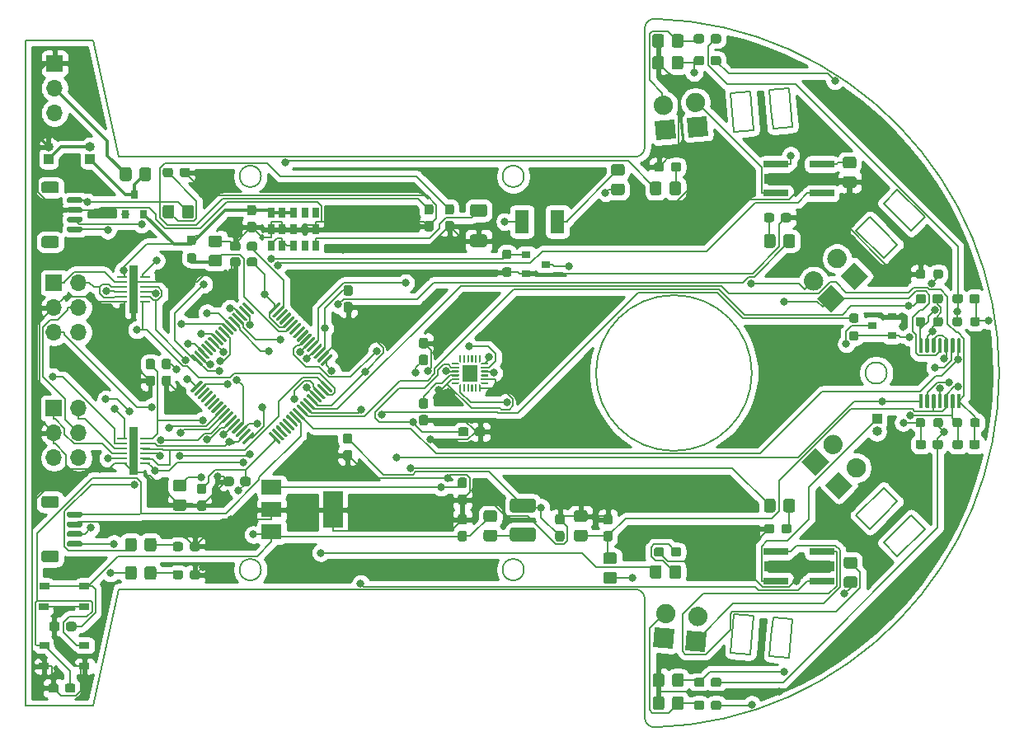
<source format=gbr>
%TF.GenerationSoftware,KiCad,Pcbnew,(5.1.7)-1*%
%TF.CreationDate,2021-11-24T18:57:27+09:00*%
%TF.ProjectId,Quatro,51756174-726f-42e6-9b69-6361645f7063,0*%
%TF.SameCoordinates,Original*%
%TF.FileFunction,Copper,L1,Top*%
%TF.FilePolarity,Positive*%
%FSLAX46Y46*%
G04 Gerber Fmt 4.6, Leading zero omitted, Abs format (unit mm)*
G04 Created by KiCad (PCBNEW (5.1.7)-1) date 2021-11-24 18:57:27*
%MOMM*%
%LPD*%
G01*
G04 APERTURE LIST*
%TA.AperFunction,Profile*%
%ADD10C,0.200000*%
%TD*%
%TA.AperFunction,SMDPad,CuDef*%
%ADD11C,0.100000*%
%TD*%
%TA.AperFunction,SMDPad,CuDef*%
%ADD12R,1.600000X1.750000*%
%TD*%
%TA.AperFunction,SMDPad,CuDef*%
%ADD13R,1.450000X2.400000*%
%TD*%
%TA.AperFunction,ComponentPad*%
%ADD14R,0.800000X1.100000*%
%TD*%
%TA.AperFunction,ComponentPad*%
%ADD15R,0.700000X1.100000*%
%TD*%
%TA.AperFunction,ComponentPad*%
%ADD16C,0.100000*%
%TD*%
%TA.AperFunction,ComponentPad*%
%ADD17R,1.000000X1.000000*%
%TD*%
%TA.AperFunction,ComponentPad*%
%ADD18O,1.000000X1.000000*%
%TD*%
%TA.AperFunction,ComponentPad*%
%ADD19R,1.700000X1.700000*%
%TD*%
%TA.AperFunction,ComponentPad*%
%ADD20O,1.700000X1.700000*%
%TD*%
%TA.AperFunction,SMDPad,CuDef*%
%ADD21R,0.800000X0.900000*%
%TD*%
%TA.AperFunction,SMDPad,CuDef*%
%ADD22R,0.900000X0.800000*%
%TD*%
%TA.AperFunction,SMDPad,CuDef*%
%ADD23R,1.050000X0.650000*%
%TD*%
%TA.AperFunction,SMDPad,CuDef*%
%ADD24R,2.000000X3.800000*%
%TD*%
%TA.AperFunction,SMDPad,CuDef*%
%ADD25R,2.000000X1.500000*%
%TD*%
%TA.AperFunction,SMDPad,CuDef*%
%ADD26R,2.500000X0.700000*%
%TD*%
%TA.AperFunction,SMDPad,CuDef*%
%ADD27R,0.900000X5.000000*%
%TD*%
%TA.AperFunction,ComponentPad*%
%ADD28C,0.600000*%
%TD*%
%TA.AperFunction,SMDPad,CuDef*%
%ADD29R,1.000000X0.280000*%
%TD*%
%TA.AperFunction,ViaPad*%
%ADD30C,0.800000*%
%TD*%
%TA.AperFunction,Conductor*%
%ADD31C,0.200000*%
%TD*%
%TA.AperFunction,Conductor*%
%ADD32C,0.300000*%
%TD*%
%TA.AperFunction,Conductor*%
%ADD33C,0.254000*%
%TD*%
%TA.AperFunction,Conductor*%
%ADD34C,0.100000*%
%TD*%
G04 APERTURE END LIST*
D10*
X170788838Y-58175084D02*
G75*
G02*
X170788843Y-130946030I-1028246J-36385473D01*
G01*
X169760594Y-71360558D02*
X169760594Y-59174685D01*
X110760595Y-60360557D02*
X113160593Y-60360557D01*
X157360593Y-114760556D02*
G75*
G03*
X157360593Y-114760556I-1100001J0D01*
G01*
X169760593Y-129946429D02*
X169760593Y-117760555D01*
X106160594Y-128760556D02*
X106160593Y-60360557D01*
X169760595Y-71360555D02*
G75*
G02*
X168760594Y-72360558I-1000002J-1D01*
G01*
X197128428Y-79950000D02*
X198542640Y-78535786D01*
X106160593Y-60360557D02*
X110760595Y-60360557D01*
X130360596Y-114760557D02*
G75*
G03*
X130360596Y-114760557I-1100001J0D01*
G01*
X195714214Y-78535787D02*
X197128428Y-79950000D01*
X194300000Y-77121573D02*
X195714214Y-78535787D01*
X180760595Y-94560557D02*
G75*
G03*
X180760595Y-94560557I-8000001J0D01*
G01*
X157360594Y-74360558D02*
G75*
G03*
X157360594Y-74360558I-1100001J0D01*
G01*
X130360597Y-74360557D02*
G75*
G03*
X130360597Y-74360557I-1100000J0D01*
G01*
X169760595Y-59174687D02*
G75*
G02*
X170788841Y-58175085I999999J2D01*
G01*
X170788842Y-130946030D02*
G75*
G02*
X169760593Y-129946429I-28249J999601D01*
G01*
X115760595Y-72360558D02*
X168760594Y-72360558D01*
X113160593Y-60360557D02*
X115760595Y-72360558D01*
X168760592Y-116760556D02*
G75*
G02*
X169760593Y-117760555I1J-1000000D01*
G01*
X113160595Y-128760558D02*
X106160594Y-128760556D01*
X115760595Y-116760556D02*
X113160595Y-128760558D01*
X168760593Y-116760556D02*
X115760595Y-116760556D01*
X195714214Y-107756901D02*
X194299999Y-106342687D01*
X180764400Y-67643148D02*
X180938710Y-69635540D01*
X184923487Y-69286914D02*
X184574865Y-65302137D01*
X182756788Y-67468837D02*
X182931100Y-69461226D01*
X182582477Y-65476446D02*
X182756788Y-67468837D01*
X194626591Y-94560557D02*
G75*
G03*
X194626591Y-94560557I-1099998J0D01*
G01*
X192885787Y-78535787D02*
X194300000Y-79950000D01*
X195714214Y-75707359D02*
X194300000Y-77121573D01*
X184574865Y-123818979D02*
X182582477Y-123644667D01*
X178946321Y-69809849D02*
X178597697Y-65825070D01*
X194300001Y-111999541D02*
X195714214Y-110585328D01*
X180938710Y-69635540D02*
X178946321Y-69809849D01*
X195714214Y-110585328D02*
X197128427Y-109171114D01*
X182931100Y-69461226D02*
X184923487Y-69286914D01*
X182931100Y-119659889D02*
X184923489Y-119834198D01*
X178597697Y-65825070D02*
X180590087Y-65650759D01*
X194300000Y-82778427D02*
X191471573Y-79950000D01*
X191471573Y-109171112D02*
X192885787Y-110585327D01*
X178597699Y-123296044D02*
X180590088Y-123470356D01*
X180938709Y-119485577D02*
X178946320Y-119311265D01*
X191471573Y-79950000D02*
X192885787Y-78535787D01*
X184923489Y-119834198D02*
X184574865Y-123818979D01*
X195714214Y-81364214D02*
X194300000Y-82778427D01*
X198542642Y-110585327D02*
X195714215Y-113413756D01*
X194299999Y-106342687D02*
X191471573Y-109171112D01*
X184574865Y-65302137D02*
X182582477Y-65476446D01*
X180590088Y-123470356D02*
X180764398Y-121477967D01*
X178946320Y-119311265D02*
X178597699Y-123296044D01*
X198542640Y-78535786D02*
X195714214Y-75707359D01*
X182582477Y-123644667D02*
X182756788Y-121652278D01*
X180764398Y-121477967D02*
X180938709Y-119485577D01*
X182756788Y-121652278D02*
X182931100Y-119659889D01*
X195714215Y-113413756D02*
X194300001Y-111999541D01*
X197128427Y-109171114D02*
X198542642Y-110585327D01*
X194300000Y-109171114D02*
X195714214Y-107756901D01*
X192885787Y-110585327D02*
X194300000Y-109171114D01*
X180590087Y-65650759D02*
X180764400Y-67643148D01*
X194300000Y-79950000D02*
X195714214Y-81364214D01*
%TA.AperFunction,SMDPad,CuDef*%
D11*
%TO.P,U6,1*%
%TO.N,N/C*%
G36*
X152919231Y-93346235D02*
G01*
X152916955Y-93353738D01*
X152913259Y-93360654D01*
X152908284Y-93366715D01*
X152811715Y-93463284D01*
X152805654Y-93468259D01*
X152798738Y-93471955D01*
X152791235Y-93474231D01*
X152783431Y-93475000D01*
X152760000Y-93475000D01*
X152752196Y-93474231D01*
X152744693Y-93471955D01*
X152737777Y-93468259D01*
X152731716Y-93463284D01*
X152726741Y-93457223D01*
X152723045Y-93450307D01*
X152720769Y-93442804D01*
X152720000Y-93435000D01*
X152720000Y-92765000D01*
X152720769Y-92757196D01*
X152723045Y-92749693D01*
X152726741Y-92742777D01*
X152731716Y-92736716D01*
X152737777Y-92731741D01*
X152744693Y-92728045D01*
X152752196Y-92725769D01*
X152760000Y-92725000D01*
X152880000Y-92725000D01*
X152887804Y-92725769D01*
X152895307Y-92728045D01*
X152902223Y-92731741D01*
X152908284Y-92736716D01*
X152913259Y-92742777D01*
X152916955Y-92749693D01*
X152919231Y-92757196D01*
X152920000Y-92765000D01*
X152920000Y-93338431D01*
X152919231Y-93346235D01*
G37*
%TD.AperFunction*%
%TO.P,U6,2*%
%TA.AperFunction,SMDPad,CuDef*%
G36*
G01*
X152370000Y-92725000D02*
X152470000Y-92725000D01*
G75*
G02*
X152520000Y-92775000I0J-50000D01*
G01*
X152520000Y-93425000D01*
G75*
G02*
X152470000Y-93475000I-50000J0D01*
G01*
X152370000Y-93475000D01*
G75*
G02*
X152320000Y-93425000I0J50000D01*
G01*
X152320000Y-92775000D01*
G75*
G02*
X152370000Y-92725000I50000J0D01*
G01*
G37*
%TD.AperFunction*%
%TO.P,U6,3*%
%TA.AperFunction,SMDPad,CuDef*%
G36*
G01*
X151970000Y-92725000D02*
X152070000Y-92725000D01*
G75*
G02*
X152120000Y-92775000I0J-50000D01*
G01*
X152120000Y-93425000D01*
G75*
G02*
X152070000Y-93475000I-50000J0D01*
G01*
X151970000Y-93475000D01*
G75*
G02*
X151920000Y-93425000I0J50000D01*
G01*
X151920000Y-92775000D01*
G75*
G02*
X151970000Y-92725000I50000J0D01*
G01*
G37*
%TD.AperFunction*%
%TO.P,U6,4*%
%TA.AperFunction,SMDPad,CuDef*%
G36*
G01*
X151570000Y-92725000D02*
X151670000Y-92725000D01*
G75*
G02*
X151720000Y-92775000I0J-50000D01*
G01*
X151720000Y-93425000D01*
G75*
G02*
X151670000Y-93475000I-50000J0D01*
G01*
X151570000Y-93475000D01*
G75*
G02*
X151520000Y-93425000I0J50000D01*
G01*
X151520000Y-92775000D01*
G75*
G02*
X151570000Y-92725000I50000J0D01*
G01*
G37*
%TD.AperFunction*%
%TO.P,U6,5*%
%TA.AperFunction,SMDPad,CuDef*%
G36*
G01*
X151170000Y-92725000D02*
X151270000Y-92725000D01*
G75*
G02*
X151320000Y-92775000I0J-50000D01*
G01*
X151320000Y-93425000D01*
G75*
G02*
X151270000Y-93475000I-50000J0D01*
G01*
X151170000Y-93475000D01*
G75*
G02*
X151120000Y-93425000I0J50000D01*
G01*
X151120000Y-92775000D01*
G75*
G02*
X151170000Y-92725000I50000J0D01*
G01*
G37*
%TD.AperFunction*%
%TA.AperFunction,SMDPad,CuDef*%
%TO.P,U6,6*%
G36*
X150919231Y-93442804D02*
G01*
X150916955Y-93450307D01*
X150913259Y-93457223D01*
X150908284Y-93463284D01*
X150902223Y-93468259D01*
X150895307Y-93471955D01*
X150887804Y-93474231D01*
X150880000Y-93475000D01*
X150856569Y-93475000D01*
X150848765Y-93474231D01*
X150841262Y-93471955D01*
X150834346Y-93468259D01*
X150828285Y-93463284D01*
X150731716Y-93366715D01*
X150726741Y-93360654D01*
X150723045Y-93353738D01*
X150720769Y-93346235D01*
X150720000Y-93338431D01*
X150720000Y-92765000D01*
X150720769Y-92757196D01*
X150723045Y-92749693D01*
X150726741Y-92742777D01*
X150731716Y-92736716D01*
X150737777Y-92731741D01*
X150744693Y-92728045D01*
X150752196Y-92725769D01*
X150760000Y-92725000D01*
X150880000Y-92725000D01*
X150887804Y-92725769D01*
X150895307Y-92728045D01*
X150902223Y-92731741D01*
X150908284Y-92736716D01*
X150913259Y-92742777D01*
X150916955Y-92749693D01*
X150919231Y-92757196D01*
X150920000Y-92765000D01*
X150920000Y-93435000D01*
X150919231Y-93442804D01*
G37*
%TD.AperFunction*%
%TA.AperFunction,SMDPad,CuDef*%
%TO.P,U6,7*%
%TO.N,Net-(U6-Pad7)*%
G36*
X150694231Y-93667804D02*
G01*
X150691955Y-93675307D01*
X150688259Y-93682223D01*
X150683284Y-93688284D01*
X150677223Y-93693259D01*
X150670307Y-93696955D01*
X150662804Y-93699231D01*
X150655000Y-93700000D01*
X149985000Y-93700000D01*
X149977196Y-93699231D01*
X149969693Y-93696955D01*
X149962777Y-93693259D01*
X149956716Y-93688284D01*
X149951741Y-93682223D01*
X149948045Y-93675307D01*
X149945769Y-93667804D01*
X149945000Y-93660000D01*
X149945000Y-93540000D01*
X149945769Y-93532196D01*
X149948045Y-93524693D01*
X149951741Y-93517777D01*
X149956716Y-93511716D01*
X149962777Y-93506741D01*
X149969693Y-93503045D01*
X149977196Y-93500769D01*
X149985000Y-93500000D01*
X150558431Y-93500000D01*
X150566235Y-93500769D01*
X150573738Y-93503045D01*
X150580654Y-93506741D01*
X150586715Y-93511716D01*
X150683284Y-93608285D01*
X150688259Y-93614346D01*
X150691955Y-93621262D01*
X150694231Y-93628765D01*
X150695000Y-93636569D01*
X150695000Y-93660000D01*
X150694231Y-93667804D01*
G37*
%TD.AperFunction*%
%TO.P,U6,8*%
%TO.N,BUTTON*%
%TA.AperFunction,SMDPad,CuDef*%
G36*
G01*
X149995000Y-93900000D02*
X150645000Y-93900000D01*
G75*
G02*
X150695000Y-93950000I0J-50000D01*
G01*
X150695000Y-94050000D01*
G75*
G02*
X150645000Y-94100000I-50000J0D01*
G01*
X149995000Y-94100000D01*
G75*
G02*
X149945000Y-94050000I0J50000D01*
G01*
X149945000Y-93950000D01*
G75*
G02*
X149995000Y-93900000I50000J0D01*
G01*
G37*
%TD.AperFunction*%
%TO.P,U6,9*%
%TO.N,SPI_MISO*%
%TA.AperFunction,SMDPad,CuDef*%
G36*
G01*
X149995000Y-94300000D02*
X150645000Y-94300000D01*
G75*
G02*
X150695000Y-94350000I0J-50000D01*
G01*
X150695000Y-94450000D01*
G75*
G02*
X150645000Y-94500000I-50000J0D01*
G01*
X149995000Y-94500000D01*
G75*
G02*
X149945000Y-94450000I0J50000D01*
G01*
X149945000Y-94350000D01*
G75*
G02*
X149995000Y-94300000I50000J0D01*
G01*
G37*
%TD.AperFunction*%
%TO.P,U6,10*%
%TO.N,Net-(C9-Pad1)*%
%TA.AperFunction,SMDPad,CuDef*%
G36*
G01*
X149995000Y-94700000D02*
X150645000Y-94700000D01*
G75*
G02*
X150695000Y-94750000I0J-50000D01*
G01*
X150695000Y-94850000D01*
G75*
G02*
X150645000Y-94900000I-50000J0D01*
G01*
X149995000Y-94900000D01*
G75*
G02*
X149945000Y-94850000I0J50000D01*
G01*
X149945000Y-94750000D01*
G75*
G02*
X149995000Y-94700000I50000J0D01*
G01*
G37*
%TD.AperFunction*%
%TO.P,U6,11*%
%TO.N,GND*%
%TA.AperFunction,SMDPad,CuDef*%
G36*
G01*
X149995000Y-95100000D02*
X150645000Y-95100000D01*
G75*
G02*
X150695000Y-95150000I0J-50000D01*
G01*
X150695000Y-95250000D01*
G75*
G02*
X150645000Y-95300000I-50000J0D01*
G01*
X149995000Y-95300000D01*
G75*
G02*
X149945000Y-95250000I0J50000D01*
G01*
X149945000Y-95150000D01*
G75*
G02*
X149995000Y-95100000I50000J0D01*
G01*
G37*
%TD.AperFunction*%
%TA.AperFunction,SMDPad,CuDef*%
%TO.P,U6,12*%
%TO.N,Net-(U6-Pad12)*%
G36*
X150694231Y-95571235D02*
G01*
X150691955Y-95578738D01*
X150688259Y-95585654D01*
X150683284Y-95591715D01*
X150586715Y-95688284D01*
X150580654Y-95693259D01*
X150573738Y-95696955D01*
X150566235Y-95699231D01*
X150558431Y-95700000D01*
X149985000Y-95700000D01*
X149977196Y-95699231D01*
X149969693Y-95696955D01*
X149962777Y-95693259D01*
X149956716Y-95688284D01*
X149951741Y-95682223D01*
X149948045Y-95675307D01*
X149945769Y-95667804D01*
X149945000Y-95660000D01*
X149945000Y-95540000D01*
X149945769Y-95532196D01*
X149948045Y-95524693D01*
X149951741Y-95517777D01*
X149956716Y-95511716D01*
X149962777Y-95506741D01*
X149969693Y-95503045D01*
X149977196Y-95500769D01*
X149985000Y-95500000D01*
X150655000Y-95500000D01*
X150662804Y-95500769D01*
X150670307Y-95503045D01*
X150677223Y-95506741D01*
X150683284Y-95511716D01*
X150688259Y-95517777D01*
X150691955Y-95524693D01*
X150694231Y-95532196D01*
X150695000Y-95540000D01*
X150695000Y-95563431D01*
X150694231Y-95571235D01*
G37*
%TD.AperFunction*%
%TA.AperFunction,SMDPad,CuDef*%
%TO.P,U6,13*%
%TO.N,BUTTON*%
G36*
X150919231Y-96442804D02*
G01*
X150916955Y-96450307D01*
X150913259Y-96457223D01*
X150908284Y-96463284D01*
X150902223Y-96468259D01*
X150895307Y-96471955D01*
X150887804Y-96474231D01*
X150880000Y-96475000D01*
X150760000Y-96475000D01*
X150752196Y-96474231D01*
X150744693Y-96471955D01*
X150737777Y-96468259D01*
X150731716Y-96463284D01*
X150726741Y-96457223D01*
X150723045Y-96450307D01*
X150720769Y-96442804D01*
X150720000Y-96435000D01*
X150720000Y-95861569D01*
X150720769Y-95853765D01*
X150723045Y-95846262D01*
X150726741Y-95839346D01*
X150731716Y-95833285D01*
X150828285Y-95736716D01*
X150834346Y-95731741D01*
X150841262Y-95728045D01*
X150848765Y-95725769D01*
X150856569Y-95725000D01*
X150880000Y-95725000D01*
X150887804Y-95725769D01*
X150895307Y-95728045D01*
X150902223Y-95731741D01*
X150908284Y-95736716D01*
X150913259Y-95742777D01*
X150916955Y-95749693D01*
X150919231Y-95757196D01*
X150920000Y-95765000D01*
X150920000Y-96435000D01*
X150919231Y-96442804D01*
G37*
%TD.AperFunction*%
%TO.P,U6,14*%
%TO.N,N/C*%
%TA.AperFunction,SMDPad,CuDef*%
G36*
G01*
X151170000Y-95725000D02*
X151270000Y-95725000D01*
G75*
G02*
X151320000Y-95775000I0J-50000D01*
G01*
X151320000Y-96425000D01*
G75*
G02*
X151270000Y-96475000I-50000J0D01*
G01*
X151170000Y-96475000D01*
G75*
G02*
X151120000Y-96425000I0J50000D01*
G01*
X151120000Y-95775000D01*
G75*
G02*
X151170000Y-95725000I50000J0D01*
G01*
G37*
%TD.AperFunction*%
%TO.P,U6,15*%
%TA.AperFunction,SMDPad,CuDef*%
G36*
G01*
X151570000Y-95725000D02*
X151670000Y-95725000D01*
G75*
G02*
X151720000Y-95775000I0J-50000D01*
G01*
X151720000Y-96425000D01*
G75*
G02*
X151670000Y-96475000I-50000J0D01*
G01*
X151570000Y-96475000D01*
G75*
G02*
X151520000Y-96425000I0J50000D01*
G01*
X151520000Y-95775000D01*
G75*
G02*
X151570000Y-95725000I50000J0D01*
G01*
G37*
%TD.AperFunction*%
%TO.P,U6,16*%
%TA.AperFunction,SMDPad,CuDef*%
G36*
G01*
X151970000Y-95725000D02*
X152070000Y-95725000D01*
G75*
G02*
X152120000Y-95775000I0J-50000D01*
G01*
X152120000Y-96425000D01*
G75*
G02*
X152070000Y-96475000I-50000J0D01*
G01*
X151970000Y-96475000D01*
G75*
G02*
X151920000Y-96425000I0J50000D01*
G01*
X151920000Y-95775000D01*
G75*
G02*
X151970000Y-95725000I50000J0D01*
G01*
G37*
%TD.AperFunction*%
%TO.P,U6,17*%
%TA.AperFunction,SMDPad,CuDef*%
G36*
G01*
X152370000Y-95725000D02*
X152470000Y-95725000D01*
G75*
G02*
X152520000Y-95775000I0J-50000D01*
G01*
X152520000Y-96425000D01*
G75*
G02*
X152470000Y-96475000I-50000J0D01*
G01*
X152370000Y-96475000D01*
G75*
G02*
X152320000Y-96425000I0J50000D01*
G01*
X152320000Y-95775000D01*
G75*
G02*
X152370000Y-95725000I50000J0D01*
G01*
G37*
%TD.AperFunction*%
%TA.AperFunction,SMDPad,CuDef*%
%TO.P,U6,18*%
%TO.N,GND*%
G36*
X152919231Y-96442804D02*
G01*
X152916955Y-96450307D01*
X152913259Y-96457223D01*
X152908284Y-96463284D01*
X152902223Y-96468259D01*
X152895307Y-96471955D01*
X152887804Y-96474231D01*
X152880000Y-96475000D01*
X152760000Y-96475000D01*
X152752196Y-96474231D01*
X152744693Y-96471955D01*
X152737777Y-96468259D01*
X152731716Y-96463284D01*
X152726741Y-96457223D01*
X152723045Y-96450307D01*
X152720769Y-96442804D01*
X152720000Y-96435000D01*
X152720000Y-95765000D01*
X152720769Y-95757196D01*
X152723045Y-95749693D01*
X152726741Y-95742777D01*
X152731716Y-95736716D01*
X152737777Y-95731741D01*
X152744693Y-95728045D01*
X152752196Y-95725769D01*
X152760000Y-95725000D01*
X152783431Y-95725000D01*
X152791235Y-95725769D01*
X152798738Y-95728045D01*
X152805654Y-95731741D01*
X152811715Y-95736716D01*
X152908284Y-95833285D01*
X152913259Y-95839346D01*
X152916955Y-95846262D01*
X152919231Y-95853765D01*
X152920000Y-95861569D01*
X152920000Y-96435000D01*
X152919231Y-96442804D01*
G37*
%TD.AperFunction*%
%TA.AperFunction,SMDPad,CuDef*%
%TO.P,U6,19*%
%TO.N,N/C*%
G36*
X153694231Y-95667804D02*
G01*
X153691955Y-95675307D01*
X153688259Y-95682223D01*
X153683284Y-95688284D01*
X153677223Y-95693259D01*
X153670307Y-95696955D01*
X153662804Y-95699231D01*
X153655000Y-95700000D01*
X153081569Y-95700000D01*
X153073765Y-95699231D01*
X153066262Y-95696955D01*
X153059346Y-95693259D01*
X153053285Y-95688284D01*
X152956716Y-95591715D01*
X152951741Y-95585654D01*
X152948045Y-95578738D01*
X152945769Y-95571235D01*
X152945000Y-95563431D01*
X152945000Y-95540000D01*
X152945769Y-95532196D01*
X152948045Y-95524693D01*
X152951741Y-95517777D01*
X152956716Y-95511716D01*
X152962777Y-95506741D01*
X152969693Y-95503045D01*
X152977196Y-95500769D01*
X152985000Y-95500000D01*
X153655000Y-95500000D01*
X153662804Y-95500769D01*
X153670307Y-95503045D01*
X153677223Y-95506741D01*
X153683284Y-95511716D01*
X153688259Y-95517777D01*
X153691955Y-95524693D01*
X153694231Y-95532196D01*
X153695000Y-95540000D01*
X153695000Y-95660000D01*
X153694231Y-95667804D01*
G37*
%TD.AperFunction*%
%TO.P,U6,20*%
%TO.N,GND*%
%TA.AperFunction,SMDPad,CuDef*%
G36*
G01*
X152995000Y-95100000D02*
X153645000Y-95100000D01*
G75*
G02*
X153695000Y-95150000I0J-50000D01*
G01*
X153695000Y-95250000D01*
G75*
G02*
X153645000Y-95300000I-50000J0D01*
G01*
X152995000Y-95300000D01*
G75*
G02*
X152945000Y-95250000I0J50000D01*
G01*
X152945000Y-95150000D01*
G75*
G02*
X152995000Y-95100000I50000J0D01*
G01*
G37*
%TD.AperFunction*%
%TO.P,U6,21*%
%TO.N,Net-(U6-Pad21)*%
%TA.AperFunction,SMDPad,CuDef*%
G36*
G01*
X152995000Y-94700000D02*
X153645000Y-94700000D01*
G75*
G02*
X153695000Y-94750000I0J-50000D01*
G01*
X153695000Y-94850000D01*
G75*
G02*
X153645000Y-94900000I-50000J0D01*
G01*
X152995000Y-94900000D01*
G75*
G02*
X152945000Y-94850000I0J50000D01*
G01*
X152945000Y-94750000D01*
G75*
G02*
X152995000Y-94700000I50000J0D01*
G01*
G37*
%TD.AperFunction*%
%TO.P,U6,22*%
%TO.N,SPI_CS*%
%TA.AperFunction,SMDPad,CuDef*%
G36*
G01*
X152995000Y-94300000D02*
X153645000Y-94300000D01*
G75*
G02*
X153695000Y-94350000I0J-50000D01*
G01*
X153695000Y-94450000D01*
G75*
G02*
X153645000Y-94500000I-50000J0D01*
G01*
X152995000Y-94500000D01*
G75*
G02*
X152945000Y-94450000I0J50000D01*
G01*
X152945000Y-94350000D01*
G75*
G02*
X152995000Y-94300000I50000J0D01*
G01*
G37*
%TD.AperFunction*%
%TO.P,U6,23*%
%TO.N,SPI_SCK*%
%TA.AperFunction,SMDPad,CuDef*%
G36*
G01*
X152995000Y-93900000D02*
X153645000Y-93900000D01*
G75*
G02*
X153695000Y-93950000I0J-50000D01*
G01*
X153695000Y-94050000D01*
G75*
G02*
X153645000Y-94100000I-50000J0D01*
G01*
X152995000Y-94100000D01*
G75*
G02*
X152945000Y-94050000I0J50000D01*
G01*
X152945000Y-93950000D01*
G75*
G02*
X152995000Y-93900000I50000J0D01*
G01*
G37*
%TD.AperFunction*%
%TA.AperFunction,SMDPad,CuDef*%
%TO.P,U6,24*%
%TO.N,SPI_MOSI*%
G36*
X153694231Y-93667804D02*
G01*
X153691955Y-93675307D01*
X153688259Y-93682223D01*
X153683284Y-93688284D01*
X153677223Y-93693259D01*
X153670307Y-93696955D01*
X153662804Y-93699231D01*
X153655000Y-93700000D01*
X152985000Y-93700000D01*
X152977196Y-93699231D01*
X152969693Y-93696955D01*
X152962777Y-93693259D01*
X152956716Y-93688284D01*
X152951741Y-93682223D01*
X152948045Y-93675307D01*
X152945769Y-93667804D01*
X152945000Y-93660000D01*
X152945000Y-93636569D01*
X152945769Y-93628765D01*
X152948045Y-93621262D01*
X152951741Y-93614346D01*
X152956716Y-93608285D01*
X153053285Y-93511716D01*
X153059346Y-93506741D01*
X153066262Y-93503045D01*
X153073765Y-93500769D01*
X153081569Y-93500000D01*
X153655000Y-93500000D01*
X153662804Y-93500769D01*
X153670307Y-93503045D01*
X153677223Y-93506741D01*
X153683284Y-93511716D01*
X153688259Y-93517777D01*
X153691955Y-93524693D01*
X153694231Y-93532196D01*
X153695000Y-93540000D01*
X153695000Y-93660000D01*
X153694231Y-93667804D01*
G37*
%TD.AperFunction*%
D12*
%TO.P,U6,25*%
%TO.N,N/C*%
X151820000Y-94600000D03*
%TD*%
D13*
%TO.P,SP1,1*%
%TO.N,BUTTON*%
X157150000Y-79008400D03*
%TO.P,SP1,2*%
%TO.N,Net-(R28-Pad1)*%
X160800000Y-79008400D03*
%TD*%
D14*
%TO.P,U5,9*%
%TO.N,+5V*%
X133700000Y-81500000D03*
%TO.P,U5,13*%
%TO.N,GND*%
X133700000Y-79800000D03*
%TO.P,U5,3*%
%TO.N,+BATT*%
X133700000Y-78100000D03*
D15*
%TO.P,U5,7*%
%TO.N,+5V*%
X131450000Y-81500000D03*
%TO.P,U5,8*%
X132550000Y-81500000D03*
%TO.P,U5,10*%
%TO.N,Net-(U5-Pad10)*%
X134850000Y-81500000D03*
%TO.P,U5,11*%
%TO.N,Net-(R15-Pad1)*%
X135950000Y-81500000D03*
%TO.P,U5,6*%
%TO.N,GND*%
X131450000Y-79800000D03*
%TO.P,U5,14*%
X132550000Y-79800000D03*
%TO.P,U5,12*%
X135950000Y-79800000D03*
%TO.P,U5,5*%
%TO.N,+BATT*%
X131450000Y-78100000D03*
%TO.P,U5,4*%
X132550000Y-78100000D03*
%TO.P,U5,2*%
%TO.N,Net-(U5-Pad2)*%
X134850000Y-78100000D03*
%TO.P,U5,1*%
%TO.N,+BATT*%
X135950000Y-78100000D03*
%TD*%
%TO.P,22p1,1*%
%TO.N,Net-(22p1-Pad1)*%
%TA.AperFunction,SMDPad,CuDef*%
G36*
G01*
X201370000Y-87167500D02*
X201370000Y-86692500D01*
G75*
G02*
X201607500Y-86455000I237500J0D01*
G01*
X202207500Y-86455000D01*
G75*
G02*
X202445000Y-86692500I0J-237500D01*
G01*
X202445000Y-87167500D01*
G75*
G02*
X202207500Y-87405000I-237500J0D01*
G01*
X201607500Y-87405000D01*
G75*
G02*
X201370000Y-87167500I0J237500D01*
G01*
G37*
%TD.AperFunction*%
%TO.P,22p1,2*%
%TO.N,IR_BL*%
%TA.AperFunction,SMDPad,CuDef*%
G36*
G01*
X203095000Y-87167500D02*
X203095000Y-86692500D01*
G75*
G02*
X203332500Y-86455000I237500J0D01*
G01*
X203932500Y-86455000D01*
G75*
G02*
X204170000Y-86692500I0J-237500D01*
G01*
X204170000Y-87167500D01*
G75*
G02*
X203932500Y-87405000I-237500J0D01*
G01*
X203332500Y-87405000D01*
G75*
G02*
X203095000Y-87167500I0J237500D01*
G01*
G37*
%TD.AperFunction*%
%TD*%
%TO.P,22p2,1*%
%TO.N,Net-(22p2-Pad1)*%
%TA.AperFunction,SMDPad,CuDef*%
G36*
G01*
X200380000Y-86692500D02*
X200380000Y-87167500D01*
G75*
G02*
X200142500Y-87405000I-237500J0D01*
G01*
X199542500Y-87405000D01*
G75*
G02*
X199305000Y-87167500I0J237500D01*
G01*
X199305000Y-86692500D01*
G75*
G02*
X199542500Y-86455000I237500J0D01*
G01*
X200142500Y-86455000D01*
G75*
G02*
X200380000Y-86692500I0J-237500D01*
G01*
G37*
%TD.AperFunction*%
%TO.P,22p2,2*%
%TO.N,IR_FL*%
%TA.AperFunction,SMDPad,CuDef*%
G36*
G01*
X198655000Y-86692500D02*
X198655000Y-87167500D01*
G75*
G02*
X198417500Y-87405000I-237500J0D01*
G01*
X197817500Y-87405000D01*
G75*
G02*
X197580000Y-87167500I0J237500D01*
G01*
X197580000Y-86692500D01*
G75*
G02*
X197817500Y-86455000I237500J0D01*
G01*
X198417500Y-86455000D01*
G75*
G02*
X198655000Y-86692500I0J-237500D01*
G01*
G37*
%TD.AperFunction*%
%TD*%
%TO.P,22p3,1*%
%TO.N,Net-(22p3-Pad1)*%
%TA.AperFunction,SMDPad,CuDef*%
G36*
G01*
X200380000Y-101662500D02*
X200380000Y-102137500D01*
G75*
G02*
X200142500Y-102375000I-237500J0D01*
G01*
X199542500Y-102375000D01*
G75*
G02*
X199305000Y-102137500I0J237500D01*
G01*
X199305000Y-101662500D01*
G75*
G02*
X199542500Y-101425000I237500J0D01*
G01*
X200142500Y-101425000D01*
G75*
G02*
X200380000Y-101662500I0J-237500D01*
G01*
G37*
%TD.AperFunction*%
%TO.P,22p3,2*%
%TO.N,IR_FR*%
%TA.AperFunction,SMDPad,CuDef*%
G36*
G01*
X198655000Y-101662500D02*
X198655000Y-102137500D01*
G75*
G02*
X198417500Y-102375000I-237500J0D01*
G01*
X197817500Y-102375000D01*
G75*
G02*
X197580000Y-102137500I0J237500D01*
G01*
X197580000Y-101662500D01*
G75*
G02*
X197817500Y-101425000I237500J0D01*
G01*
X198417500Y-101425000D01*
G75*
G02*
X198655000Y-101662500I0J-237500D01*
G01*
G37*
%TD.AperFunction*%
%TD*%
%TO.P,22p4,2*%
%TO.N,IR_BR*%
%TA.AperFunction,SMDPad,CuDef*%
G36*
G01*
X203095000Y-102137500D02*
X203095000Y-101662500D01*
G75*
G02*
X203332500Y-101425000I237500J0D01*
G01*
X203932500Y-101425000D01*
G75*
G02*
X204170000Y-101662500I0J-237500D01*
G01*
X204170000Y-102137500D01*
G75*
G02*
X203932500Y-102375000I-237500J0D01*
G01*
X203332500Y-102375000D01*
G75*
G02*
X203095000Y-102137500I0J237500D01*
G01*
G37*
%TD.AperFunction*%
%TO.P,22p4,1*%
%TO.N,Net-(22p4-Pad1)*%
%TA.AperFunction,SMDPad,CuDef*%
G36*
G01*
X201370000Y-102137500D02*
X201370000Y-101662500D01*
G75*
G02*
X201607500Y-101425000I237500J0D01*
G01*
X202207500Y-101425000D01*
G75*
G02*
X202445000Y-101662500I0J-237500D01*
G01*
X202445000Y-102137500D01*
G75*
G02*
X202207500Y-102375000I-237500J0D01*
G01*
X201607500Y-102375000D01*
G75*
G02*
X201370000Y-102137500I0J237500D01*
G01*
G37*
%TD.AperFunction*%
%TD*%
%TO.P,C1,2*%
%TO.N,Net-(C1-Pad2)*%
%TA.AperFunction,SMDPad,CuDef*%
G36*
G01*
X175875000Y-59982500D02*
X175875000Y-60457500D01*
G75*
G02*
X175637500Y-60695000I-237500J0D01*
G01*
X175037500Y-60695000D01*
G75*
G02*
X174800000Y-60457500I0J237500D01*
G01*
X174800000Y-59982500D01*
G75*
G02*
X175037500Y-59745000I237500J0D01*
G01*
X175637500Y-59745000D01*
G75*
G02*
X175875000Y-59982500I0J-237500D01*
G01*
G37*
%TD.AperFunction*%
%TO.P,C1,1*%
%TO.N,Net-(22p1-Pad1)*%
%TA.AperFunction,SMDPad,CuDef*%
G36*
G01*
X177600000Y-59982500D02*
X177600000Y-60457500D01*
G75*
G02*
X177362500Y-60695000I-237500J0D01*
G01*
X176762500Y-60695000D01*
G75*
G02*
X176525000Y-60457500I0J237500D01*
G01*
X176525000Y-59982500D01*
G75*
G02*
X176762500Y-59745000I237500J0D01*
G01*
X177362500Y-59745000D01*
G75*
G02*
X177600000Y-59982500I0J-237500D01*
G01*
G37*
%TD.AperFunction*%
%TD*%
%TO.P,C2,2*%
%TO.N,Net-(C2-Pad2)*%
%TA.AperFunction,SMDPad,CuDef*%
G36*
G01*
X175875000Y-62242500D02*
X175875000Y-62717500D01*
G75*
G02*
X175637500Y-62955000I-237500J0D01*
G01*
X175037500Y-62955000D01*
G75*
G02*
X174800000Y-62717500I0J237500D01*
G01*
X174800000Y-62242500D01*
G75*
G02*
X175037500Y-62005000I237500J0D01*
G01*
X175637500Y-62005000D01*
G75*
G02*
X175875000Y-62242500I0J-237500D01*
G01*
G37*
%TD.AperFunction*%
%TO.P,C2,1*%
%TO.N,Net-(22p2-Pad1)*%
%TA.AperFunction,SMDPad,CuDef*%
G36*
G01*
X177600000Y-62242500D02*
X177600000Y-62717500D01*
G75*
G02*
X177362500Y-62955000I-237500J0D01*
G01*
X176762500Y-62955000D01*
G75*
G02*
X176525000Y-62717500I0J237500D01*
G01*
X176525000Y-62242500D01*
G75*
G02*
X176762500Y-62005000I237500J0D01*
G01*
X177362500Y-62005000D01*
G75*
G02*
X177600000Y-62242500I0J-237500D01*
G01*
G37*
%TD.AperFunction*%
%TD*%
%TO.P,C3,2*%
%TO.N,Net-(C3-Pad2)*%
%TA.AperFunction,SMDPad,CuDef*%
G36*
G01*
X175895000Y-126092500D02*
X175895000Y-126567500D01*
G75*
G02*
X175657500Y-126805000I-237500J0D01*
G01*
X175057500Y-126805000D01*
G75*
G02*
X174820000Y-126567500I0J237500D01*
G01*
X174820000Y-126092500D01*
G75*
G02*
X175057500Y-125855000I237500J0D01*
G01*
X175657500Y-125855000D01*
G75*
G02*
X175895000Y-126092500I0J-237500D01*
G01*
G37*
%TD.AperFunction*%
%TO.P,C3,1*%
%TO.N,Net-(22p3-Pad1)*%
%TA.AperFunction,SMDPad,CuDef*%
G36*
G01*
X177620000Y-126092500D02*
X177620000Y-126567500D01*
G75*
G02*
X177382500Y-126805000I-237500J0D01*
G01*
X176782500Y-126805000D01*
G75*
G02*
X176545000Y-126567500I0J237500D01*
G01*
X176545000Y-126092500D01*
G75*
G02*
X176782500Y-125855000I237500J0D01*
G01*
X177382500Y-125855000D01*
G75*
G02*
X177620000Y-126092500I0J-237500D01*
G01*
G37*
%TD.AperFunction*%
%TD*%
%TO.P,C4,2*%
%TO.N,Net-(C4-Pad2)*%
%TA.AperFunction,SMDPad,CuDef*%
G36*
G01*
X175895000Y-128452500D02*
X175895000Y-128927500D01*
G75*
G02*
X175657500Y-129165000I-237500J0D01*
G01*
X175057500Y-129165000D01*
G75*
G02*
X174820000Y-128927500I0J237500D01*
G01*
X174820000Y-128452500D01*
G75*
G02*
X175057500Y-128215000I237500J0D01*
G01*
X175657500Y-128215000D01*
G75*
G02*
X175895000Y-128452500I0J-237500D01*
G01*
G37*
%TD.AperFunction*%
%TO.P,C4,1*%
%TO.N,Net-(22p4-Pad1)*%
%TA.AperFunction,SMDPad,CuDef*%
G36*
G01*
X177620000Y-128452500D02*
X177620000Y-128927500D01*
G75*
G02*
X177382500Y-129165000I-237500J0D01*
G01*
X176782500Y-129165000D01*
G75*
G02*
X176545000Y-128927500I0J237500D01*
G01*
X176545000Y-128452500D01*
G75*
G02*
X176782500Y-128215000I237500J0D01*
G01*
X177382500Y-128215000D01*
G75*
G02*
X177620000Y-128452500I0J-237500D01*
G01*
G37*
%TD.AperFunction*%
%TD*%
%TO.P,C5,1*%
%TO.N,+5V*%
%TA.AperFunction,SMDPad,CuDef*%
G36*
G01*
X150802500Y-105310000D02*
X151277500Y-105310000D01*
G75*
G02*
X151515000Y-105547500I0J-237500D01*
G01*
X151515000Y-106147500D01*
G75*
G02*
X151277500Y-106385000I-237500J0D01*
G01*
X150802500Y-106385000D01*
G75*
G02*
X150565000Y-106147500I0J237500D01*
G01*
X150565000Y-105547500D01*
G75*
G02*
X150802500Y-105310000I237500J0D01*
G01*
G37*
%TD.AperFunction*%
%TO.P,C5,2*%
%TO.N,GND*%
%TA.AperFunction,SMDPad,CuDef*%
G36*
G01*
X150802500Y-107035000D02*
X151277500Y-107035000D01*
G75*
G02*
X151515000Y-107272500I0J-237500D01*
G01*
X151515000Y-107872500D01*
G75*
G02*
X151277500Y-108110000I-237500J0D01*
G01*
X150802500Y-108110000D01*
G75*
G02*
X150565000Y-107872500I0J237500D01*
G01*
X150565000Y-107272500D01*
G75*
G02*
X150802500Y-107035000I237500J0D01*
G01*
G37*
%TD.AperFunction*%
%TD*%
%TO.P,C6,2*%
%TO.N,GND*%
%TA.AperFunction,SMDPad,CuDef*%
G36*
G01*
X152325000Y-100837500D02*
X152325000Y-100362500D01*
G75*
G02*
X152562500Y-100125000I237500J0D01*
G01*
X153162500Y-100125000D01*
G75*
G02*
X153400000Y-100362500I0J-237500D01*
G01*
X153400000Y-100837500D01*
G75*
G02*
X153162500Y-101075000I-237500J0D01*
G01*
X152562500Y-101075000D01*
G75*
G02*
X152325000Y-100837500I0J237500D01*
G01*
G37*
%TD.AperFunction*%
%TO.P,C6,1*%
%TO.N,BUTTON*%
%TA.AperFunction,SMDPad,CuDef*%
G36*
G01*
X150600000Y-100837500D02*
X150600000Y-100362500D01*
G75*
G02*
X150837500Y-100125000I237500J0D01*
G01*
X151437500Y-100125000D01*
G75*
G02*
X151675000Y-100362500I0J-237500D01*
G01*
X151675000Y-100837500D01*
G75*
G02*
X151437500Y-101075000I-237500J0D01*
G01*
X150837500Y-101075000D01*
G75*
G02*
X150600000Y-100837500I0J237500D01*
G01*
G37*
%TD.AperFunction*%
%TD*%
%TO.P,C7,1*%
%TO.N,BUTTON*%
%TA.AperFunction,SMDPad,CuDef*%
G36*
G01*
X147287500Y-93750000D02*
X146812500Y-93750000D01*
G75*
G02*
X146575000Y-93512500I0J237500D01*
G01*
X146575000Y-92912500D01*
G75*
G02*
X146812500Y-92675000I237500J0D01*
G01*
X147287500Y-92675000D01*
G75*
G02*
X147525000Y-92912500I0J-237500D01*
G01*
X147525000Y-93512500D01*
G75*
G02*
X147287500Y-93750000I-237500J0D01*
G01*
G37*
%TD.AperFunction*%
%TO.P,C7,2*%
%TO.N,GND*%
%TA.AperFunction,SMDPad,CuDef*%
G36*
G01*
X147287500Y-92025000D02*
X146812500Y-92025000D01*
G75*
G02*
X146575000Y-91787500I0J237500D01*
G01*
X146575000Y-91187500D01*
G75*
G02*
X146812500Y-90950000I237500J0D01*
G01*
X147287500Y-90950000D01*
G75*
G02*
X147525000Y-91187500I0J-237500D01*
G01*
X147525000Y-91787500D01*
G75*
G02*
X147287500Y-92025000I-237500J0D01*
G01*
G37*
%TD.AperFunction*%
%TD*%
%TO.P,C8,1*%
%TO.N,+BATT*%
%TA.AperFunction,SMDPad,CuDef*%
G36*
G01*
X129162500Y-77300000D02*
X129637500Y-77300000D01*
G75*
G02*
X129875000Y-77537500I0J-237500D01*
G01*
X129875000Y-78137500D01*
G75*
G02*
X129637500Y-78375000I-237500J0D01*
G01*
X129162500Y-78375000D01*
G75*
G02*
X128925000Y-78137500I0J237500D01*
G01*
X128925000Y-77537500D01*
G75*
G02*
X129162500Y-77300000I237500J0D01*
G01*
G37*
%TD.AperFunction*%
%TO.P,C8,2*%
%TO.N,GND*%
%TA.AperFunction,SMDPad,CuDef*%
G36*
G01*
X129162500Y-79025000D02*
X129637500Y-79025000D01*
G75*
G02*
X129875000Y-79262500I0J-237500D01*
G01*
X129875000Y-79862500D01*
G75*
G02*
X129637500Y-80100000I-237500J0D01*
G01*
X129162500Y-80100000D01*
G75*
G02*
X128925000Y-79862500I0J237500D01*
G01*
X128925000Y-79262500D01*
G75*
G02*
X129162500Y-79025000I237500J0D01*
G01*
G37*
%TD.AperFunction*%
%TD*%
%TO.P,C9,2*%
%TO.N,GND*%
%TA.AperFunction,SMDPad,CuDef*%
G36*
G01*
X146812500Y-98875000D02*
X147287500Y-98875000D01*
G75*
G02*
X147525000Y-99112500I0J-237500D01*
G01*
X147525000Y-99712500D01*
G75*
G02*
X147287500Y-99950000I-237500J0D01*
G01*
X146812500Y-99950000D01*
G75*
G02*
X146575000Y-99712500I0J237500D01*
G01*
X146575000Y-99112500D01*
G75*
G02*
X146812500Y-98875000I237500J0D01*
G01*
G37*
%TD.AperFunction*%
%TO.P,C9,1*%
%TO.N,Net-(C9-Pad1)*%
%TA.AperFunction,SMDPad,CuDef*%
G36*
G01*
X146812500Y-97150000D02*
X147287500Y-97150000D01*
G75*
G02*
X147525000Y-97387500I0J-237500D01*
G01*
X147525000Y-97987500D01*
G75*
G02*
X147287500Y-98225000I-237500J0D01*
G01*
X146812500Y-98225000D01*
G75*
G02*
X146575000Y-97987500I0J237500D01*
G01*
X146575000Y-97387500D01*
G75*
G02*
X146812500Y-97150000I237500J0D01*
G01*
G37*
%TD.AperFunction*%
%TD*%
%TO.P,C10,1*%
%TO.N,BUTTON*%
%TA.AperFunction,SMDPad,CuDef*%
G36*
G01*
X151277500Y-111860000D02*
X150802500Y-111860000D01*
G75*
G02*
X150565000Y-111622500I0J237500D01*
G01*
X150565000Y-111022500D01*
G75*
G02*
X150802500Y-110785000I237500J0D01*
G01*
X151277500Y-110785000D01*
G75*
G02*
X151515000Y-111022500I0J-237500D01*
G01*
X151515000Y-111622500D01*
G75*
G02*
X151277500Y-111860000I-237500J0D01*
G01*
G37*
%TD.AperFunction*%
%TO.P,C10,2*%
%TO.N,GND*%
%TA.AperFunction,SMDPad,CuDef*%
G36*
G01*
X151277500Y-110135000D02*
X150802500Y-110135000D01*
G75*
G02*
X150565000Y-109897500I0J237500D01*
G01*
X150565000Y-109297500D01*
G75*
G02*
X150802500Y-109060000I237500J0D01*
G01*
X151277500Y-109060000D01*
G75*
G02*
X151515000Y-109297500I0J-237500D01*
G01*
X151515000Y-109897500D01*
G75*
G02*
X151277500Y-110135000I-237500J0D01*
G01*
G37*
%TD.AperFunction*%
%TD*%
%TO.P,C11,2*%
%TO.N,GND*%
%TA.AperFunction,SMDPad,CuDef*%
G36*
G01*
X161287500Y-110135000D02*
X160812500Y-110135000D01*
G75*
G02*
X160575000Y-109897500I0J237500D01*
G01*
X160575000Y-109297500D01*
G75*
G02*
X160812500Y-109060000I237500J0D01*
G01*
X161287500Y-109060000D01*
G75*
G02*
X161525000Y-109297500I0J-237500D01*
G01*
X161525000Y-109897500D01*
G75*
G02*
X161287500Y-110135000I-237500J0D01*
G01*
G37*
%TD.AperFunction*%
%TO.P,C11,1*%
%TO.N,+3.3VADC*%
%TA.AperFunction,SMDPad,CuDef*%
G36*
G01*
X161287500Y-111860000D02*
X160812500Y-111860000D01*
G75*
G02*
X160575000Y-111622500I0J237500D01*
G01*
X160575000Y-111022500D01*
G75*
G02*
X160812500Y-110785000I237500J0D01*
G01*
X161287500Y-110785000D01*
G75*
G02*
X161525000Y-111022500I0J-237500D01*
G01*
X161525000Y-111622500D01*
G75*
G02*
X161287500Y-111860000I-237500J0D01*
G01*
G37*
%TD.AperFunction*%
%TD*%
%TO.P,C12,2*%
%TO.N,GND*%
%TA.AperFunction,SMDPad,CuDef*%
G36*
G01*
X147362500Y-78948400D02*
X147837500Y-78948400D01*
G75*
G02*
X148075000Y-79185900I0J-237500D01*
G01*
X148075000Y-79785900D01*
G75*
G02*
X147837500Y-80023400I-237500J0D01*
G01*
X147362500Y-80023400D01*
G75*
G02*
X147125000Y-79785900I0J237500D01*
G01*
X147125000Y-79185900D01*
G75*
G02*
X147362500Y-78948400I237500J0D01*
G01*
G37*
%TD.AperFunction*%
%TO.P,C12,1*%
%TO.N,+5V*%
%TA.AperFunction,SMDPad,CuDef*%
G36*
G01*
X147362500Y-77223400D02*
X147837500Y-77223400D01*
G75*
G02*
X148075000Y-77460900I0J-237500D01*
G01*
X148075000Y-78060900D01*
G75*
G02*
X147837500Y-78298400I-237500J0D01*
G01*
X147362500Y-78298400D01*
G75*
G02*
X147125000Y-78060900I0J237500D01*
G01*
X147125000Y-77460900D01*
G75*
G02*
X147362500Y-77223400I237500J0D01*
G01*
G37*
%TD.AperFunction*%
%TD*%
%TO.P,C13,1*%
%TO.N,+5V*%
%TA.AperFunction,SMDPad,CuDef*%
G36*
G01*
X149472500Y-77223400D02*
X149947500Y-77223400D01*
G75*
G02*
X150185000Y-77460900I0J-237500D01*
G01*
X150185000Y-78060900D01*
G75*
G02*
X149947500Y-78298400I-237500J0D01*
G01*
X149472500Y-78298400D01*
G75*
G02*
X149235000Y-78060900I0J237500D01*
G01*
X149235000Y-77460900D01*
G75*
G02*
X149472500Y-77223400I237500J0D01*
G01*
G37*
%TD.AperFunction*%
%TO.P,C13,2*%
%TO.N,GND*%
%TA.AperFunction,SMDPad,CuDef*%
G36*
G01*
X149472500Y-78948400D02*
X149947500Y-78948400D01*
G75*
G02*
X150185000Y-79185900I0J-237500D01*
G01*
X150185000Y-79785900D01*
G75*
G02*
X149947500Y-80023400I-237500J0D01*
G01*
X149472500Y-80023400D01*
G75*
G02*
X149235000Y-79785900I0J237500D01*
G01*
X149235000Y-79185900D01*
G75*
G02*
X149472500Y-78948400I237500J0D01*
G01*
G37*
%TD.AperFunction*%
%TD*%
%TO.P,C14,1*%
%TO.N,/1.65VA*%
%TA.AperFunction,SMDPad,CuDef*%
G36*
G01*
X166217500Y-111860000D02*
X165742500Y-111860000D01*
G75*
G02*
X165505000Y-111622500I0J237500D01*
G01*
X165505000Y-111022500D01*
G75*
G02*
X165742500Y-110785000I237500J0D01*
G01*
X166217500Y-110785000D01*
G75*
G02*
X166455000Y-111022500I0J-237500D01*
G01*
X166455000Y-111622500D01*
G75*
G02*
X166217500Y-111860000I-237500J0D01*
G01*
G37*
%TD.AperFunction*%
%TO.P,C14,2*%
%TO.N,GND*%
%TA.AperFunction,SMDPad,CuDef*%
G36*
G01*
X166217500Y-110135000D02*
X165742500Y-110135000D01*
G75*
G02*
X165505000Y-109897500I0J237500D01*
G01*
X165505000Y-109297500D01*
G75*
G02*
X165742500Y-109060000I237500J0D01*
G01*
X166217500Y-109060000D01*
G75*
G02*
X166455000Y-109297500I0J-237500D01*
G01*
X166455000Y-109897500D01*
G75*
G02*
X166217500Y-110135000I-237500J0D01*
G01*
G37*
%TD.AperFunction*%
%TD*%
%TO.P,C15,1*%
%TO.N,NRST*%
%TA.AperFunction,SMDPad,CuDef*%
G36*
G01*
X111300000Y-126692500D02*
X111300000Y-127167500D01*
G75*
G02*
X111062500Y-127405000I-237500J0D01*
G01*
X110462500Y-127405000D01*
G75*
G02*
X110225000Y-127167500I0J237500D01*
G01*
X110225000Y-126692500D01*
G75*
G02*
X110462500Y-126455000I237500J0D01*
G01*
X111062500Y-126455000D01*
G75*
G02*
X111300000Y-126692500I0J-237500D01*
G01*
G37*
%TD.AperFunction*%
%TO.P,C15,2*%
%TO.N,GND*%
%TA.AperFunction,SMDPad,CuDef*%
G36*
G01*
X109575000Y-126692500D02*
X109575000Y-127167500D01*
G75*
G02*
X109337500Y-127405000I-237500J0D01*
G01*
X108737500Y-127405000D01*
G75*
G02*
X108500000Y-127167500I0J237500D01*
G01*
X108500000Y-126692500D01*
G75*
G02*
X108737500Y-126455000I237500J0D01*
G01*
X109337500Y-126455000D01*
G75*
G02*
X109575000Y-126692500I0J-237500D01*
G01*
G37*
%TD.AperFunction*%
%TD*%
%TO.P,C16,1*%
%TO.N,Net-(C16-Pad1)*%
%TA.AperFunction,SMDPad,CuDef*%
G36*
G01*
X129980000Y-81312500D02*
X129980000Y-81787500D01*
G75*
G02*
X129742500Y-82025000I-237500J0D01*
G01*
X129142500Y-82025000D01*
G75*
G02*
X128905000Y-81787500I0J237500D01*
G01*
X128905000Y-81312500D01*
G75*
G02*
X129142500Y-81075000I237500J0D01*
G01*
X129742500Y-81075000D01*
G75*
G02*
X129980000Y-81312500I0J-237500D01*
G01*
G37*
%TD.AperFunction*%
%TO.P,C16,2*%
%TO.N,GND*%
%TA.AperFunction,SMDPad,CuDef*%
G36*
G01*
X128255000Y-81312500D02*
X128255000Y-81787500D01*
G75*
G02*
X128017500Y-82025000I-237500J0D01*
G01*
X127417500Y-82025000D01*
G75*
G02*
X127180000Y-81787500I0J237500D01*
G01*
X127180000Y-81312500D01*
G75*
G02*
X127417500Y-81075000I237500J0D01*
G01*
X128017500Y-81075000D01*
G75*
G02*
X128255000Y-81312500I0J-237500D01*
G01*
G37*
%TD.AperFunction*%
%TD*%
%TO.P,C17,1*%
%TO.N,BUTTON*%
%TA.AperFunction,SMDPad,CuDef*%
G36*
G01*
X129300000Y-105462500D02*
X129300000Y-105937500D01*
G75*
G02*
X129062500Y-106175000I-237500J0D01*
G01*
X128462500Y-106175000D01*
G75*
G02*
X128225000Y-105937500I0J237500D01*
G01*
X128225000Y-105462500D01*
G75*
G02*
X128462500Y-105225000I237500J0D01*
G01*
X129062500Y-105225000D01*
G75*
G02*
X129300000Y-105462500I0J-237500D01*
G01*
G37*
%TD.AperFunction*%
%TO.P,C17,2*%
%TO.N,GND*%
%TA.AperFunction,SMDPad,CuDef*%
G36*
G01*
X127575000Y-105462500D02*
X127575000Y-105937500D01*
G75*
G02*
X127337500Y-106175000I-237500J0D01*
G01*
X126737500Y-106175000D01*
G75*
G02*
X126500000Y-105937500I0J237500D01*
G01*
X126500000Y-105462500D01*
G75*
G02*
X126737500Y-105225000I237500J0D01*
G01*
X127337500Y-105225000D01*
G75*
G02*
X127575000Y-105462500I0J-237500D01*
G01*
G37*
%TD.AperFunction*%
%TD*%
%TO.P,C18,1*%
%TO.N,BUTTON*%
%TA.AperFunction,SMDPad,CuDef*%
G36*
G01*
X139062500Y-85550000D02*
X139537500Y-85550000D01*
G75*
G02*
X139775000Y-85787500I0J-237500D01*
G01*
X139775000Y-86387500D01*
G75*
G02*
X139537500Y-86625000I-237500J0D01*
G01*
X139062500Y-86625000D01*
G75*
G02*
X138825000Y-86387500I0J237500D01*
G01*
X138825000Y-85787500D01*
G75*
G02*
X139062500Y-85550000I237500J0D01*
G01*
G37*
%TD.AperFunction*%
%TO.P,C18,2*%
%TO.N,GND*%
%TA.AperFunction,SMDPad,CuDef*%
G36*
G01*
X139062500Y-87275000D02*
X139537500Y-87275000D01*
G75*
G02*
X139775000Y-87512500I0J-237500D01*
G01*
X139775000Y-88112500D01*
G75*
G02*
X139537500Y-88350000I-237500J0D01*
G01*
X139062500Y-88350000D01*
G75*
G02*
X138825000Y-88112500I0J237500D01*
G01*
X138825000Y-87512500D01*
G75*
G02*
X139062500Y-87275000I237500J0D01*
G01*
G37*
%TD.AperFunction*%
%TD*%
%TO.P,C19,2*%
%TO.N,GND*%
%TA.AperFunction,SMDPad,CuDef*%
G36*
G01*
X118762500Y-94825000D02*
X119237500Y-94825000D01*
G75*
G02*
X119475000Y-95062500I0J-237500D01*
G01*
X119475000Y-95662500D01*
G75*
G02*
X119237500Y-95900000I-237500J0D01*
G01*
X118762500Y-95900000D01*
G75*
G02*
X118525000Y-95662500I0J237500D01*
G01*
X118525000Y-95062500D01*
G75*
G02*
X118762500Y-94825000I237500J0D01*
G01*
G37*
%TD.AperFunction*%
%TO.P,C19,1*%
%TO.N,BUTTON*%
%TA.AperFunction,SMDPad,CuDef*%
G36*
G01*
X118762500Y-93100000D02*
X119237500Y-93100000D01*
G75*
G02*
X119475000Y-93337500I0J-237500D01*
G01*
X119475000Y-93937500D01*
G75*
G02*
X119237500Y-94175000I-237500J0D01*
G01*
X118762500Y-94175000D01*
G75*
G02*
X118525000Y-93937500I0J237500D01*
G01*
X118525000Y-93337500D01*
G75*
G02*
X118762500Y-93100000I237500J0D01*
G01*
G37*
%TD.AperFunction*%
%TD*%
%TO.P,C20,1*%
%TO.N,BUTTON*%
%TA.AperFunction,SMDPad,CuDef*%
G36*
G01*
X124032500Y-105920000D02*
X124507500Y-105920000D01*
G75*
G02*
X124745000Y-106157500I0J-237500D01*
G01*
X124745000Y-106757500D01*
G75*
G02*
X124507500Y-106995000I-237500J0D01*
G01*
X124032500Y-106995000D01*
G75*
G02*
X123795000Y-106757500I0J237500D01*
G01*
X123795000Y-106157500D01*
G75*
G02*
X124032500Y-105920000I237500J0D01*
G01*
G37*
%TD.AperFunction*%
%TO.P,C20,2*%
%TO.N,GND*%
%TA.AperFunction,SMDPad,CuDef*%
G36*
G01*
X124032500Y-107645000D02*
X124507500Y-107645000D01*
G75*
G02*
X124745000Y-107882500I0J-237500D01*
G01*
X124745000Y-108482500D01*
G75*
G02*
X124507500Y-108720000I-237500J0D01*
G01*
X124032500Y-108720000D01*
G75*
G02*
X123795000Y-108482500I0J237500D01*
G01*
X123795000Y-107882500D01*
G75*
G02*
X124032500Y-107645000I237500J0D01*
G01*
G37*
%TD.AperFunction*%
%TD*%
%TO.P,C21,2*%
%TO.N,Net-(C21-Pad2)*%
%TA.AperFunction,SMDPad,CuDef*%
G36*
G01*
X120877500Y-94175000D02*
X120402500Y-94175000D01*
G75*
G02*
X120165000Y-93937500I0J237500D01*
G01*
X120165000Y-93337500D01*
G75*
G02*
X120402500Y-93100000I237500J0D01*
G01*
X120877500Y-93100000D01*
G75*
G02*
X121115000Y-93337500I0J-237500D01*
G01*
X121115000Y-93937500D01*
G75*
G02*
X120877500Y-94175000I-237500J0D01*
G01*
G37*
%TD.AperFunction*%
%TO.P,C21,1*%
%TO.N,GND*%
%TA.AperFunction,SMDPad,CuDef*%
G36*
G01*
X120877500Y-95900000D02*
X120402500Y-95900000D01*
G75*
G02*
X120165000Y-95662500I0J237500D01*
G01*
X120165000Y-95062500D01*
G75*
G02*
X120402500Y-94825000I237500J0D01*
G01*
X120877500Y-94825000D01*
G75*
G02*
X121115000Y-95062500I0J-237500D01*
G01*
X121115000Y-95662500D01*
G75*
G02*
X120877500Y-95900000I-237500J0D01*
G01*
G37*
%TD.AperFunction*%
%TD*%
%TO.P,C22,2*%
%TO.N,GND*%
%TA.AperFunction,SMDPad,CuDef*%
G36*
G01*
X128255000Y-82922500D02*
X128255000Y-83397500D01*
G75*
G02*
X128017500Y-83635000I-237500J0D01*
G01*
X127417500Y-83635000D01*
G75*
G02*
X127180000Y-83397500I0J237500D01*
G01*
X127180000Y-82922500D01*
G75*
G02*
X127417500Y-82685000I237500J0D01*
G01*
X128017500Y-82685000D01*
G75*
G02*
X128255000Y-82922500I0J-237500D01*
G01*
G37*
%TD.AperFunction*%
%TO.P,C22,1*%
%TO.N,BUTTON*%
%TA.AperFunction,SMDPad,CuDef*%
G36*
G01*
X129980000Y-82922500D02*
X129980000Y-83397500D01*
G75*
G02*
X129742500Y-83635000I-237500J0D01*
G01*
X129142500Y-83635000D01*
G75*
G02*
X128905000Y-83397500I0J237500D01*
G01*
X128905000Y-82922500D01*
G75*
G02*
X129142500Y-82685000I237500J0D01*
G01*
X129742500Y-82685000D01*
G75*
G02*
X129980000Y-82922500I0J-237500D01*
G01*
G37*
%TD.AperFunction*%
%TD*%
%TO.P,C23,2*%
%TO.N,GND*%
%TA.AperFunction,SMDPad,CuDef*%
G36*
G01*
X139012500Y-102475000D02*
X139487500Y-102475000D01*
G75*
G02*
X139725000Y-102712500I0J-237500D01*
G01*
X139725000Y-103312500D01*
G75*
G02*
X139487500Y-103550000I-237500J0D01*
G01*
X139012500Y-103550000D01*
G75*
G02*
X138775000Y-103312500I0J237500D01*
G01*
X138775000Y-102712500D01*
G75*
G02*
X139012500Y-102475000I237500J0D01*
G01*
G37*
%TD.AperFunction*%
%TO.P,C23,1*%
%TO.N,+3.3VADC*%
%TA.AperFunction,SMDPad,CuDef*%
G36*
G01*
X139012500Y-100750000D02*
X139487500Y-100750000D01*
G75*
G02*
X139725000Y-100987500I0J-237500D01*
G01*
X139725000Y-101587500D01*
G75*
G02*
X139487500Y-101825000I-237500J0D01*
G01*
X139012500Y-101825000D01*
G75*
G02*
X138775000Y-101587500I0J237500D01*
G01*
X138775000Y-100987500D01*
G75*
G02*
X139012500Y-100750000I237500J0D01*
G01*
G37*
%TD.AperFunction*%
%TD*%
%TO.P,D1,2*%
%TO.N,Net-(C1-Pad2)*%
%TA.AperFunction,ComponentPad*%
G36*
G01*
X171765780Y-68065860D02*
X171765780Y-68065860D01*
G75*
G02*
X170682429Y-67156821I-87156J996195D01*
G01*
X170682429Y-67156821D01*
G75*
G02*
X171591468Y-66073470I996195J87156D01*
G01*
X171591468Y-66073470D01*
G75*
G02*
X172674819Y-66982509I87156J-996195D01*
G01*
X172674819Y-66982509D01*
G75*
G02*
X171765780Y-68065860I-996195J-87156D01*
G01*
G37*
%TD.AperFunction*%
%TA.AperFunction,ComponentPad*%
D16*
%TO.P,D1,1*%
%TO.N,+3.3VADC*%
G36*
X172983350Y-70509039D02*
G01*
X170990961Y-70683350D01*
X170816650Y-68690961D01*
X172809039Y-68516650D01*
X172983350Y-70509039D01*
G37*
%TD.AperFunction*%
%TD*%
%TA.AperFunction,ComponentPad*%
%TO.P,D2,1*%
%TO.N,+3.3VADC*%
G36*
X190314214Y-86900000D02*
G01*
X188900000Y-88314214D01*
X187485786Y-86900000D01*
X188900000Y-85485786D01*
X190314214Y-86900000D01*
G37*
%TD.AperFunction*%
%TO.P,D2,2*%
%TO.N,Net-(C2-Pad2)*%
%TA.AperFunction,ComponentPad*%
G36*
G01*
X187811056Y-85811056D02*
X187811056Y-85811056D01*
G75*
G02*
X186396842Y-85811056I-707107J707107D01*
G01*
X186396842Y-85811056D01*
G75*
G02*
X186396842Y-84396842I707107J707107D01*
G01*
X186396842Y-84396842D01*
G75*
G02*
X187811056Y-84396842I707107J-707107D01*
G01*
X187811056Y-84396842D01*
G75*
G02*
X187811056Y-85811056I-707107J-707107D01*
G01*
G37*
%TD.AperFunction*%
%TD*%
%TA.AperFunction,ComponentPad*%
%TO.P,D3,1*%
%TO.N,+3.3VADC*%
G36*
X187300000Y-105114214D02*
G01*
X185885786Y-103700000D01*
X187300000Y-102285786D01*
X188714214Y-103700000D01*
X187300000Y-105114214D01*
G37*
%TD.AperFunction*%
%TO.P,D3,2*%
%TO.N,Net-(C3-Pad2)*%
%TA.AperFunction,ComponentPad*%
G36*
G01*
X188388944Y-102611056D02*
X188388944Y-102611056D01*
G75*
G02*
X188388944Y-101196842I707107J707107D01*
G01*
X188388944Y-101196842D01*
G75*
G02*
X189803158Y-101196842I707107J-707107D01*
G01*
X189803158Y-101196842D01*
G75*
G02*
X189803158Y-102611056I-707107J-707107D01*
G01*
X189803158Y-102611056D01*
G75*
G02*
X188388944Y-102611056I-707107J707107D01*
G01*
G37*
%TD.AperFunction*%
%TD*%
%TO.P,D4,2*%
%TO.N,Net-(C4-Pad2)*%
%TA.AperFunction,ComponentPad*%
G36*
G01*
X171834220Y-120265860D02*
X171834220Y-120265860D01*
G75*
G02*
X170925181Y-119182509I87156J996195D01*
G01*
X170925181Y-119182509D01*
G75*
G02*
X172008532Y-118273470I996195J-87156D01*
G01*
X172008532Y-118273470D01*
G75*
G02*
X172917571Y-119356821I-87156J-996195D01*
G01*
X172917571Y-119356821D01*
G75*
G02*
X171834220Y-120265860I-996195J87156D01*
G01*
G37*
%TD.AperFunction*%
%TA.AperFunction,ComponentPad*%
%TO.P,D4,1*%
%TO.N,+3.3VADC*%
G36*
X172609039Y-122883350D02*
G01*
X170616650Y-122709039D01*
X170790961Y-120716650D01*
X172783350Y-120890961D01*
X172609039Y-122883350D01*
G37*
%TD.AperFunction*%
%TD*%
%TO.P,D5,2*%
%TO.N,+BATT*%
%TA.AperFunction,ComponentPad*%
G36*
G01*
X190211056Y-83511056D02*
X190211056Y-83511056D01*
G75*
G02*
X188796842Y-83511056I-707107J707107D01*
G01*
X188796842Y-83511056D01*
G75*
G02*
X188796842Y-82096842I707107J707107D01*
G01*
X188796842Y-82096842D01*
G75*
G02*
X190211056Y-82096842I707107J-707107D01*
G01*
X190211056Y-82096842D01*
G75*
G02*
X190211056Y-83511056I-707107J-707107D01*
G01*
G37*
%TD.AperFunction*%
%TA.AperFunction,ComponentPad*%
%TO.P,D5,1*%
%TO.N,Net-(D5-Pad1)*%
G36*
X192714214Y-84600000D02*
G01*
X191300000Y-86014214D01*
X189885786Y-84600000D01*
X191300000Y-83185786D01*
X192714214Y-84600000D01*
G37*
%TD.AperFunction*%
%TD*%
%TA.AperFunction,ComponentPad*%
%TO.P,D6,1*%
%TO.N,Net-(D6-Pad1)*%
G36*
X189700000Y-107514214D02*
G01*
X188285786Y-106100000D01*
X189700000Y-104685786D01*
X191114214Y-106100000D01*
X189700000Y-107514214D01*
G37*
%TD.AperFunction*%
%TO.P,D6,2*%
%TO.N,Net-(D5-Pad1)*%
%TA.AperFunction,ComponentPad*%
G36*
G01*
X190788944Y-105011056D02*
X190788944Y-105011056D01*
G75*
G02*
X190788944Y-103596842I707107J707107D01*
G01*
X190788944Y-103596842D01*
G75*
G02*
X192203158Y-103596842I707107J-707107D01*
G01*
X192203158Y-103596842D01*
G75*
G02*
X192203158Y-105011056I-707107J-707107D01*
G01*
X192203158Y-105011056D01*
G75*
G02*
X190788944Y-105011056I-707107J707107D01*
G01*
G37*
%TD.AperFunction*%
%TD*%
%TA.AperFunction,ComponentPad*%
%TO.P,D7,1*%
%TO.N,Net-(D7-Pad1)*%
G36*
X176283350Y-70209039D02*
G01*
X174290961Y-70383350D01*
X174116650Y-68390961D01*
X176109039Y-68216650D01*
X176283350Y-70209039D01*
G37*
%TD.AperFunction*%
%TO.P,D7,2*%
%TO.N,+BATT*%
%TA.AperFunction,ComponentPad*%
G36*
G01*
X175065780Y-67765860D02*
X175065780Y-67765860D01*
G75*
G02*
X173982429Y-66856821I-87156J996195D01*
G01*
X173982429Y-66856821D01*
G75*
G02*
X174891468Y-65773470I996195J87156D01*
G01*
X174891468Y-65773470D01*
G75*
G02*
X175974819Y-66682509I87156J-996195D01*
G01*
X175974819Y-66682509D01*
G75*
G02*
X175065780Y-67765860I-996195J-87156D01*
G01*
G37*
%TD.AperFunction*%
%TD*%
%TO.P,D8,2*%
%TO.N,Net-(D7-Pad1)*%
%TA.AperFunction,ComponentPad*%
G36*
G01*
X175134220Y-120565860D02*
X175134220Y-120565860D01*
G75*
G02*
X174225181Y-119482509I87156J996195D01*
G01*
X174225181Y-119482509D01*
G75*
G02*
X175308532Y-118573470I996195J-87156D01*
G01*
X175308532Y-118573470D01*
G75*
G02*
X176217571Y-119656821I-87156J-996195D01*
G01*
X176217571Y-119656821D01*
G75*
G02*
X175134220Y-120565860I-996195J87156D01*
G01*
G37*
%TD.AperFunction*%
%TA.AperFunction,ComponentPad*%
%TO.P,D8,1*%
%TO.N,Net-(D8-Pad1)*%
G36*
X175909039Y-123183350D02*
G01*
X173916650Y-123009039D01*
X174090961Y-121016650D01*
X176083350Y-121190961D01*
X175909039Y-123183350D01*
G37*
%TD.AperFunction*%
%TD*%
%TO.P,D9,1*%
%TO.N,GND*%
%TA.AperFunction,SMDPad,CuDef*%
G36*
G01*
X123060000Y-73722500D02*
X123060000Y-74197500D01*
G75*
G02*
X122822500Y-74435000I-237500J0D01*
G01*
X122247500Y-74435000D01*
G75*
G02*
X122010000Y-74197500I0J237500D01*
G01*
X122010000Y-73722500D01*
G75*
G02*
X122247500Y-73485000I237500J0D01*
G01*
X122822500Y-73485000D01*
G75*
G02*
X123060000Y-73722500I0J-237500D01*
G01*
G37*
%TD.AperFunction*%
%TO.P,D9,2*%
%TO.N,Net-(D9-Pad2)*%
%TA.AperFunction,SMDPad,CuDef*%
G36*
G01*
X121310000Y-73722500D02*
X121310000Y-74197500D01*
G75*
G02*
X121072500Y-74435000I-237500J0D01*
G01*
X120497500Y-74435000D01*
G75*
G02*
X120260000Y-74197500I0J237500D01*
G01*
X120260000Y-73722500D01*
G75*
G02*
X120497500Y-73485000I237500J0D01*
G01*
X121072500Y-73485000D01*
G75*
G02*
X121310000Y-73722500I0J-237500D01*
G01*
G37*
%TD.AperFunction*%
%TD*%
%TO.P,D10,1*%
%TO.N,GND*%
%TA.AperFunction,SMDPad,CuDef*%
G36*
G01*
X124100000Y-112142500D02*
X124100000Y-112617500D01*
G75*
G02*
X123862500Y-112855000I-237500J0D01*
G01*
X123287500Y-112855000D01*
G75*
G02*
X123050000Y-112617500I0J237500D01*
G01*
X123050000Y-112142500D01*
G75*
G02*
X123287500Y-111905000I237500J0D01*
G01*
X123862500Y-111905000D01*
G75*
G02*
X124100000Y-112142500I0J-237500D01*
G01*
G37*
%TD.AperFunction*%
%TO.P,D10,2*%
%TO.N,Net-(D10-Pad2)*%
%TA.AperFunction,SMDPad,CuDef*%
G36*
G01*
X122350000Y-112142500D02*
X122350000Y-112617500D01*
G75*
G02*
X122112500Y-112855000I-237500J0D01*
G01*
X121537500Y-112855000D01*
G75*
G02*
X121300000Y-112617500I0J237500D01*
G01*
X121300000Y-112142500D01*
G75*
G02*
X121537500Y-111905000I237500J0D01*
G01*
X122112500Y-111905000D01*
G75*
G02*
X122350000Y-112142500I0J-237500D01*
G01*
G37*
%TD.AperFunction*%
%TD*%
%TO.P,D11,2*%
%TO.N,Net-(D11-Pad2)*%
%TA.AperFunction,SMDPad,CuDef*%
G36*
G01*
X122350000Y-115042500D02*
X122350000Y-115517500D01*
G75*
G02*
X122112500Y-115755000I-237500J0D01*
G01*
X121537500Y-115755000D01*
G75*
G02*
X121300000Y-115517500I0J237500D01*
G01*
X121300000Y-115042500D01*
G75*
G02*
X121537500Y-114805000I237500J0D01*
G01*
X122112500Y-114805000D01*
G75*
G02*
X122350000Y-115042500I0J-237500D01*
G01*
G37*
%TD.AperFunction*%
%TO.P,D11,1*%
%TO.N,GND*%
%TA.AperFunction,SMDPad,CuDef*%
G36*
G01*
X124100000Y-115042500D02*
X124100000Y-115517500D01*
G75*
G02*
X123862500Y-115755000I-237500J0D01*
G01*
X123287500Y-115755000D01*
G75*
G02*
X123050000Y-115517500I0J237500D01*
G01*
X123050000Y-115042500D01*
G75*
G02*
X123287500Y-114805000I237500J0D01*
G01*
X123862500Y-114805000D01*
G75*
G02*
X124100000Y-115042500I0J-237500D01*
G01*
G37*
%TD.AperFunction*%
%TD*%
%TO.P,D12,2*%
%TO.N,Net-(D12-Pad2)*%
%TA.AperFunction,SMDPad,CuDef*%
G36*
G01*
X172450000Y-73637500D02*
X172450000Y-73162500D01*
G75*
G02*
X172687500Y-72925000I237500J0D01*
G01*
X173262500Y-72925000D01*
G75*
G02*
X173500000Y-73162500I0J-237500D01*
G01*
X173500000Y-73637500D01*
G75*
G02*
X173262500Y-73875000I-237500J0D01*
G01*
X172687500Y-73875000D01*
G75*
G02*
X172450000Y-73637500I0J237500D01*
G01*
G37*
%TD.AperFunction*%
%TO.P,D12,1*%
%TO.N,GND*%
%TA.AperFunction,SMDPad,CuDef*%
G36*
G01*
X170700000Y-73637500D02*
X170700000Y-73162500D01*
G75*
G02*
X170937500Y-72925000I237500J0D01*
G01*
X171512500Y-72925000D01*
G75*
G02*
X171750000Y-73162500I0J-237500D01*
G01*
X171750000Y-73637500D01*
G75*
G02*
X171512500Y-73875000I-237500J0D01*
G01*
X170937500Y-73875000D01*
G75*
G02*
X170700000Y-73637500I0J237500D01*
G01*
G37*
%TD.AperFunction*%
%TD*%
%TO.P,D13,1*%
%TO.N,GND*%
%TA.AperFunction,SMDPad,CuDef*%
G36*
G01*
X184800000Y-78362500D02*
X184800000Y-78837500D01*
G75*
G02*
X184562500Y-79075000I-237500J0D01*
G01*
X183987500Y-79075000D01*
G75*
G02*
X183750000Y-78837500I0J237500D01*
G01*
X183750000Y-78362500D01*
G75*
G02*
X183987500Y-78125000I237500J0D01*
G01*
X184562500Y-78125000D01*
G75*
G02*
X184800000Y-78362500I0J-237500D01*
G01*
G37*
%TD.AperFunction*%
%TO.P,D13,2*%
%TO.N,Net-(D13-Pad2)*%
%TA.AperFunction,SMDPad,CuDef*%
G36*
G01*
X183050000Y-78362500D02*
X183050000Y-78837500D01*
G75*
G02*
X182812500Y-79075000I-237500J0D01*
G01*
X182237500Y-79075000D01*
G75*
G02*
X182000000Y-78837500I0J237500D01*
G01*
X182000000Y-78362500D01*
G75*
G02*
X182237500Y-78125000I237500J0D01*
G01*
X182812500Y-78125000D01*
G75*
G02*
X183050000Y-78362500I0J-237500D01*
G01*
G37*
%TD.AperFunction*%
%TD*%
%TO.P,D14,1*%
%TO.N,GND*%
%TA.AperFunction,SMDPad,CuDef*%
G36*
G01*
X182045000Y-110787500D02*
X182045000Y-110312500D01*
G75*
G02*
X182282500Y-110075000I237500J0D01*
G01*
X182857500Y-110075000D01*
G75*
G02*
X183095000Y-110312500I0J-237500D01*
G01*
X183095000Y-110787500D01*
G75*
G02*
X182857500Y-111025000I-237500J0D01*
G01*
X182282500Y-111025000D01*
G75*
G02*
X182045000Y-110787500I0J237500D01*
G01*
G37*
%TD.AperFunction*%
%TO.P,D14,2*%
%TO.N,Net-(D14-Pad2)*%
%TA.AperFunction,SMDPad,CuDef*%
G36*
G01*
X183795000Y-110787500D02*
X183795000Y-110312500D01*
G75*
G02*
X184032500Y-110075000I237500J0D01*
G01*
X184607500Y-110075000D01*
G75*
G02*
X184845000Y-110312500I0J-237500D01*
G01*
X184845000Y-110787500D01*
G75*
G02*
X184607500Y-111025000I-237500J0D01*
G01*
X184032500Y-111025000D01*
G75*
G02*
X183795000Y-110787500I0J237500D01*
G01*
G37*
%TD.AperFunction*%
%TD*%
%TO.P,D15,2*%
%TO.N,Net-(D15-Pad2)*%
%TA.AperFunction,SMDPad,CuDef*%
G36*
G01*
X172450000Y-113177500D02*
X172450000Y-112702500D01*
G75*
G02*
X172687500Y-112465000I237500J0D01*
G01*
X173262500Y-112465000D01*
G75*
G02*
X173500000Y-112702500I0J-237500D01*
G01*
X173500000Y-113177500D01*
G75*
G02*
X173262500Y-113415000I-237500J0D01*
G01*
X172687500Y-113415000D01*
G75*
G02*
X172450000Y-113177500I0J237500D01*
G01*
G37*
%TD.AperFunction*%
%TO.P,D15,1*%
%TO.N,GND*%
%TA.AperFunction,SMDPad,CuDef*%
G36*
G01*
X170700000Y-113177500D02*
X170700000Y-112702500D01*
G75*
G02*
X170937500Y-112465000I237500J0D01*
G01*
X171512500Y-112465000D01*
G75*
G02*
X171750000Y-112702500I0J-237500D01*
G01*
X171750000Y-113177500D01*
G75*
G02*
X171512500Y-113415000I-237500J0D01*
G01*
X170937500Y-113415000D01*
G75*
G02*
X170700000Y-113177500I0J237500D01*
G01*
G37*
%TD.AperFunction*%
%TD*%
D17*
%TO.P,J1,1*%
%TO.N,Net-(J1-Pad1)*%
X112800000Y-72600000D03*
D18*
%TO.P,J1,2*%
%TO.N,Net-(J1-Pad2)*%
X112800000Y-71330000D03*
%TD*%
%TO.P,J2,2*%
%TO.N,GND*%
X108550000Y-71330000D03*
D17*
%TO.P,J2,1*%
%TO.N,Net-(J1-Pad2)*%
X108550000Y-72600000D03*
%TD*%
%TO.P,J3,1*%
%TO.N,+BATT*%
X193600000Y-99300000D03*
D18*
%TO.P,J3,2*%
%TO.N,Net-(J3-Pad2)*%
X193600000Y-100570000D03*
%TD*%
%TO.P,J4,MP*%
%TO.N,N/C*%
%TA.AperFunction,SMDPad,CuDef*%
G36*
G01*
X109350001Y-76100000D02*
X108049999Y-76100000D01*
G75*
G02*
X107800000Y-75850001I0J249999D01*
G01*
X107800000Y-75149999D01*
G75*
G02*
X108049999Y-74900000I249999J0D01*
G01*
X109350001Y-74900000D01*
G75*
G02*
X109600000Y-75149999I0J-249999D01*
G01*
X109600000Y-75850001D01*
G75*
G02*
X109350001Y-76100000I-249999J0D01*
G01*
G37*
%TD.AperFunction*%
%TA.AperFunction,SMDPad,CuDef*%
G36*
G01*
X109350001Y-81700000D02*
X108049999Y-81700000D01*
G75*
G02*
X107800000Y-81450001I0J249999D01*
G01*
X107800000Y-80749999D01*
G75*
G02*
X108049999Y-80500000I249999J0D01*
G01*
X109350001Y-80500000D01*
G75*
G02*
X109600000Y-80749999I0J-249999D01*
G01*
X109600000Y-81450001D01*
G75*
G02*
X109350001Y-81700000I-249999J0D01*
G01*
G37*
%TD.AperFunction*%
%TO.P,J4,4*%
%TO.N,+5V*%
%TA.AperFunction,SMDPad,CuDef*%
G36*
G01*
X111850000Y-77100000D02*
X110600000Y-77100000D01*
G75*
G02*
X110450000Y-76950000I0J150000D01*
G01*
X110450000Y-76650000D01*
G75*
G02*
X110600000Y-76500000I150000J0D01*
G01*
X111850000Y-76500000D01*
G75*
G02*
X112000000Y-76650000I0J-150000D01*
G01*
X112000000Y-76950000D01*
G75*
G02*
X111850000Y-77100000I-150000J0D01*
G01*
G37*
%TD.AperFunction*%
%TO.P,J4,3*%
%TO.N,GND*%
%TA.AperFunction,SMDPad,CuDef*%
G36*
G01*
X111850000Y-78100000D02*
X110600000Y-78100000D01*
G75*
G02*
X110450000Y-77950000I0J150000D01*
G01*
X110450000Y-77650000D01*
G75*
G02*
X110600000Y-77500000I150000J0D01*
G01*
X111850000Y-77500000D01*
G75*
G02*
X112000000Y-77650000I0J-150000D01*
G01*
X112000000Y-77950000D01*
G75*
G02*
X111850000Y-78100000I-150000J0D01*
G01*
G37*
%TD.AperFunction*%
%TO.P,J4,2*%
%TO.N,USART1_TX*%
%TA.AperFunction,SMDPad,CuDef*%
G36*
G01*
X111850000Y-79100000D02*
X110600000Y-79100000D01*
G75*
G02*
X110450000Y-78950000I0J150000D01*
G01*
X110450000Y-78650000D01*
G75*
G02*
X110600000Y-78500000I150000J0D01*
G01*
X111850000Y-78500000D01*
G75*
G02*
X112000000Y-78650000I0J-150000D01*
G01*
X112000000Y-78950000D01*
G75*
G02*
X111850000Y-79100000I-150000J0D01*
G01*
G37*
%TD.AperFunction*%
%TO.P,J4,1*%
%TO.N,USART1_RX*%
%TA.AperFunction,SMDPad,CuDef*%
G36*
G01*
X111850000Y-80100000D02*
X110600000Y-80100000D01*
G75*
G02*
X110450000Y-79950000I0J150000D01*
G01*
X110450000Y-79650000D01*
G75*
G02*
X110600000Y-79500000I150000J0D01*
G01*
X111850000Y-79500000D01*
G75*
G02*
X112000000Y-79650000I0J-150000D01*
G01*
X112000000Y-79950000D01*
G75*
G02*
X111850000Y-80100000I-150000J0D01*
G01*
G37*
%TD.AperFunction*%
%TD*%
%TO.P,J5,1*%
%TO.N,SWCLK*%
%TA.AperFunction,SMDPad,CuDef*%
G36*
G01*
X111850000Y-112400000D02*
X110600000Y-112400000D01*
G75*
G02*
X110450000Y-112250000I0J150000D01*
G01*
X110450000Y-111950000D01*
G75*
G02*
X110600000Y-111800000I150000J0D01*
G01*
X111850000Y-111800000D01*
G75*
G02*
X112000000Y-111950000I0J-150000D01*
G01*
X112000000Y-112250000D01*
G75*
G02*
X111850000Y-112400000I-150000J0D01*
G01*
G37*
%TD.AperFunction*%
%TO.P,J5,2*%
%TO.N,SWDIO*%
%TA.AperFunction,SMDPad,CuDef*%
G36*
G01*
X111850000Y-111400000D02*
X110600000Y-111400000D01*
G75*
G02*
X110450000Y-111250000I0J150000D01*
G01*
X110450000Y-110950000D01*
G75*
G02*
X110600000Y-110800000I150000J0D01*
G01*
X111850000Y-110800000D01*
G75*
G02*
X112000000Y-110950000I0J-150000D01*
G01*
X112000000Y-111250000D01*
G75*
G02*
X111850000Y-111400000I-150000J0D01*
G01*
G37*
%TD.AperFunction*%
%TO.P,J5,3*%
%TO.N,GND*%
%TA.AperFunction,SMDPad,CuDef*%
G36*
G01*
X111850000Y-110400000D02*
X110600000Y-110400000D01*
G75*
G02*
X110450000Y-110250000I0J150000D01*
G01*
X110450000Y-109950000D01*
G75*
G02*
X110600000Y-109800000I150000J0D01*
G01*
X111850000Y-109800000D01*
G75*
G02*
X112000000Y-109950000I0J-150000D01*
G01*
X112000000Y-110250000D01*
G75*
G02*
X111850000Y-110400000I-150000J0D01*
G01*
G37*
%TD.AperFunction*%
%TO.P,J5,4*%
%TO.N,NRST*%
%TA.AperFunction,SMDPad,CuDef*%
G36*
G01*
X111850000Y-109400000D02*
X110600000Y-109400000D01*
G75*
G02*
X110450000Y-109250000I0J150000D01*
G01*
X110450000Y-108950000D01*
G75*
G02*
X110600000Y-108800000I150000J0D01*
G01*
X111850000Y-108800000D01*
G75*
G02*
X112000000Y-108950000I0J-150000D01*
G01*
X112000000Y-109250000D01*
G75*
G02*
X111850000Y-109400000I-150000J0D01*
G01*
G37*
%TD.AperFunction*%
%TO.P,J5,MP*%
%TO.N,N/C*%
%TA.AperFunction,SMDPad,CuDef*%
G36*
G01*
X109350001Y-114000000D02*
X108049999Y-114000000D01*
G75*
G02*
X107800000Y-113750001I0J249999D01*
G01*
X107800000Y-113049999D01*
G75*
G02*
X108049999Y-112800000I249999J0D01*
G01*
X109350001Y-112800000D01*
G75*
G02*
X109600000Y-113049999I0J-249999D01*
G01*
X109600000Y-113750001D01*
G75*
G02*
X109350001Y-114000000I-249999J0D01*
G01*
G37*
%TD.AperFunction*%
%TA.AperFunction,SMDPad,CuDef*%
G36*
G01*
X109350001Y-108400000D02*
X108049999Y-108400000D01*
G75*
G02*
X107800000Y-108150001I0J249999D01*
G01*
X107800000Y-107449999D01*
G75*
G02*
X108049999Y-107200000I249999J0D01*
G01*
X109350001Y-107200000D01*
G75*
G02*
X109600000Y-107449999I0J-249999D01*
G01*
X109600000Y-108150001D01*
G75*
G02*
X109350001Y-108400000I-249999J0D01*
G01*
G37*
%TD.AperFunction*%
%TD*%
D19*
%TO.P,J6,1*%
%TO.N,MOTOR_L_OUT1*%
X109100000Y-85300000D03*
D20*
%TO.P,J6,2*%
%TO.N,MOTOR_L_OUT2*%
X111640000Y-85300000D03*
%TO.P,J6,3*%
%TO.N,GND*%
X109100000Y-87840000D03*
%TO.P,J6,4*%
%TO.N,+5V*%
X111640000Y-87840000D03*
%TO.P,J6,5*%
%TO.N,TIM3_CH2_ENC_L_B*%
X109100000Y-90380000D03*
%TO.P,J6,6*%
%TO.N,TIM3_CH1_ENC_L_A*%
X111640000Y-90380000D03*
%TD*%
%TO.P,J7,6*%
%TO.N,TIM4_CH1_ENC_R_A*%
X111640000Y-103280000D03*
%TO.P,J7,5*%
%TO.N,TIM4_CH2_ENC_R_B*%
X109100000Y-103280000D03*
%TO.P,J7,4*%
%TO.N,+5V*%
X111640000Y-100740000D03*
%TO.P,J7,3*%
%TO.N,GND*%
X109100000Y-100740000D03*
%TO.P,J7,2*%
%TO.N,MOTOR_R_OUT2*%
X111640000Y-98200000D03*
D19*
%TO.P,J7,1*%
%TO.N,MOTOR_R_OUT1*%
X109100000Y-98200000D03*
%TD*%
%TO.P,L1,1*%
%TO.N,Net-(L1-Pad1)*%
%TA.AperFunction,SMDPad,CuDef*%
G36*
G01*
X158315000Y-111860000D02*
X156165000Y-111860000D01*
G75*
G02*
X155915000Y-111610000I0J250000D01*
G01*
X155915000Y-110685000D01*
G75*
G02*
X156165000Y-110435000I250000J0D01*
G01*
X158315000Y-110435000D01*
G75*
G02*
X158565000Y-110685000I0J-250000D01*
G01*
X158565000Y-111610000D01*
G75*
G02*
X158315000Y-111860000I-250000J0D01*
G01*
G37*
%TD.AperFunction*%
%TO.P,L1,2*%
%TO.N,+3.3VADC*%
%TA.AperFunction,SMDPad,CuDef*%
G36*
G01*
X158315000Y-108885000D02*
X156165000Y-108885000D01*
G75*
G02*
X155915000Y-108635000I0J250000D01*
G01*
X155915000Y-107710000D01*
G75*
G02*
X156165000Y-107460000I250000J0D01*
G01*
X158315000Y-107460000D01*
G75*
G02*
X158565000Y-107710000I0J-250000D01*
G01*
X158565000Y-108635000D01*
G75*
G02*
X158315000Y-108885000I-250000J0D01*
G01*
G37*
%TD.AperFunction*%
%TD*%
D21*
%TO.P,Q1,1*%
%TO.N,Net-(Q1-Pad1)*%
X116420000Y-78250000D03*
%TO.P,Q1,2*%
%TO.N,+BATT*%
X118320000Y-78250000D03*
%TO.P,Q1,3*%
%TO.N,Net-(J1-Pad1)*%
X117370000Y-76250000D03*
%TD*%
D22*
%TO.P,Q2,3*%
%TO.N,Net-(J3-Pad2)*%
X193130000Y-89730000D03*
%TO.P,Q2,2*%
%TO.N,GND*%
X195130000Y-88780000D03*
%TO.P,Q2,1*%
%TO.N,Net-(Q2-Pad1)*%
X195130000Y-90680000D03*
%TD*%
%TO.P,Q3,3*%
%TO.N,Net-(Q3-Pad3)*%
X159600000Y-83387500D03*
%TO.P,Q3,2*%
%TO.N,GND*%
X157600000Y-84337500D03*
%TO.P,Q3,1*%
%TO.N,TIM2_CH1_BUZZER*%
X157600000Y-82437500D03*
%TD*%
%TO.P,R1,1*%
%TO.N,Net-(C1-Pad2)*%
%TA.AperFunction,SMDPad,CuDef*%
G36*
G01*
X173730000Y-59989999D02*
X173730000Y-60890001D01*
G75*
G02*
X173480001Y-61140000I-249999J0D01*
G01*
X172779999Y-61140000D01*
G75*
G02*
X172530000Y-60890001I0J249999D01*
G01*
X172530000Y-59989999D01*
G75*
G02*
X172779999Y-59740000I249999J0D01*
G01*
X173480001Y-59740000D01*
G75*
G02*
X173730000Y-59989999I0J-249999D01*
G01*
G37*
%TD.AperFunction*%
%TO.P,R1,2*%
%TO.N,GND*%
%TA.AperFunction,SMDPad,CuDef*%
G36*
G01*
X171730000Y-59989999D02*
X171730000Y-60890001D01*
G75*
G02*
X171480001Y-61140000I-249999J0D01*
G01*
X170779999Y-61140000D01*
G75*
G02*
X170530000Y-60890001I0J249999D01*
G01*
X170530000Y-59989999D01*
G75*
G02*
X170779999Y-59740000I249999J0D01*
G01*
X171480001Y-59740000D01*
G75*
G02*
X171730000Y-59989999I0J-249999D01*
G01*
G37*
%TD.AperFunction*%
%TD*%
%TO.P,R2,1*%
%TO.N,Net-(C2-Pad2)*%
%TA.AperFunction,SMDPad,CuDef*%
G36*
G01*
X173730000Y-62249999D02*
X173730000Y-63150001D01*
G75*
G02*
X173480001Y-63400000I-249999J0D01*
G01*
X172779999Y-63400000D01*
G75*
G02*
X172530000Y-63150001I0J249999D01*
G01*
X172530000Y-62249999D01*
G75*
G02*
X172779999Y-62000000I249999J0D01*
G01*
X173480001Y-62000000D01*
G75*
G02*
X173730000Y-62249999I0J-249999D01*
G01*
G37*
%TD.AperFunction*%
%TO.P,R2,2*%
%TO.N,GND*%
%TA.AperFunction,SMDPad,CuDef*%
G36*
G01*
X171730000Y-62249999D02*
X171730000Y-63150001D01*
G75*
G02*
X171480001Y-63400000I-249999J0D01*
G01*
X170779999Y-63400000D01*
G75*
G02*
X170530000Y-63150001I0J249999D01*
G01*
X170530000Y-62249999D01*
G75*
G02*
X170779999Y-62000000I249999J0D01*
G01*
X171480001Y-62000000D01*
G75*
G02*
X171730000Y-62249999I0J-249999D01*
G01*
G37*
%TD.AperFunction*%
%TD*%
%TO.P,R3,1*%
%TO.N,Net-(C3-Pad2)*%
%TA.AperFunction,SMDPad,CuDef*%
G36*
G01*
X173770000Y-125659999D02*
X173770000Y-126560001D01*
G75*
G02*
X173520001Y-126810000I-249999J0D01*
G01*
X172819999Y-126810000D01*
G75*
G02*
X172570000Y-126560001I0J249999D01*
G01*
X172570000Y-125659999D01*
G75*
G02*
X172819999Y-125410000I249999J0D01*
G01*
X173520001Y-125410000D01*
G75*
G02*
X173770000Y-125659999I0J-249999D01*
G01*
G37*
%TD.AperFunction*%
%TO.P,R3,2*%
%TO.N,GND*%
%TA.AperFunction,SMDPad,CuDef*%
G36*
G01*
X171770000Y-125659999D02*
X171770000Y-126560001D01*
G75*
G02*
X171520001Y-126810000I-249999J0D01*
G01*
X170819999Y-126810000D01*
G75*
G02*
X170570000Y-126560001I0J249999D01*
G01*
X170570000Y-125659999D01*
G75*
G02*
X170819999Y-125410000I249999J0D01*
G01*
X171520001Y-125410000D01*
G75*
G02*
X171770000Y-125659999I0J-249999D01*
G01*
G37*
%TD.AperFunction*%
%TD*%
%TO.P,R4,2*%
%TO.N,GND*%
%TA.AperFunction,SMDPad,CuDef*%
G36*
G01*
X171770000Y-128019999D02*
X171770000Y-128920001D01*
G75*
G02*
X171520001Y-129170000I-249999J0D01*
G01*
X170819999Y-129170000D01*
G75*
G02*
X170570000Y-128920001I0J249999D01*
G01*
X170570000Y-128019999D01*
G75*
G02*
X170819999Y-127770000I249999J0D01*
G01*
X171520001Y-127770000D01*
G75*
G02*
X171770000Y-128019999I0J-249999D01*
G01*
G37*
%TD.AperFunction*%
%TO.P,R4,1*%
%TO.N,Net-(C4-Pad2)*%
%TA.AperFunction,SMDPad,CuDef*%
G36*
G01*
X173770000Y-128019999D02*
X173770000Y-128920001D01*
G75*
G02*
X173520001Y-129170000I-249999J0D01*
G01*
X172819999Y-129170000D01*
G75*
G02*
X172570000Y-128920001I0J249999D01*
G01*
X172570000Y-128019999D01*
G75*
G02*
X172819999Y-127770000I249999J0D01*
G01*
X173520001Y-127770000D01*
G75*
G02*
X173770000Y-128019999I0J-249999D01*
G01*
G37*
%TD.AperFunction*%
%TD*%
%TO.P,R5,2*%
%TO.N,Net-(Q1-Pad1)*%
%TA.AperFunction,SMDPad,CuDef*%
G36*
G01*
X117070000Y-73689999D02*
X117070000Y-74590001D01*
G75*
G02*
X116820001Y-74840000I-249999J0D01*
G01*
X116119999Y-74840000D01*
G75*
G02*
X115870000Y-74590001I0J249999D01*
G01*
X115870000Y-73689999D01*
G75*
G02*
X116119999Y-73440000I249999J0D01*
G01*
X116820001Y-73440000D01*
G75*
G02*
X117070000Y-73689999I0J-249999D01*
G01*
G37*
%TD.AperFunction*%
%TO.P,R5,1*%
%TO.N,Net-(J1-Pad1)*%
%TA.AperFunction,SMDPad,CuDef*%
G36*
G01*
X119070000Y-73689999D02*
X119070000Y-74590001D01*
G75*
G02*
X118820001Y-74840000I-249999J0D01*
G01*
X118119999Y-74840000D01*
G75*
G02*
X117870000Y-74590001I0J249999D01*
G01*
X117870000Y-73689999D01*
G75*
G02*
X118119999Y-73440000I249999J0D01*
G01*
X118820001Y-73440000D01*
G75*
G02*
X119070000Y-73689999I0J-249999D01*
G01*
G37*
%TD.AperFunction*%
%TD*%
%TO.P,R6,2*%
%TO.N,IR_BL*%
%TA.AperFunction,SMDPad,CuDef*%
G36*
G01*
X203195000Y-89527500D02*
X203195000Y-89052500D01*
G75*
G02*
X203432500Y-88815000I237500J0D01*
G01*
X203932500Y-88815000D01*
G75*
G02*
X204170000Y-89052500I0J-237500D01*
G01*
X204170000Y-89527500D01*
G75*
G02*
X203932500Y-89765000I-237500J0D01*
G01*
X203432500Y-89765000D01*
G75*
G02*
X203195000Y-89527500I0J237500D01*
G01*
G37*
%TD.AperFunction*%
%TO.P,R6,1*%
%TO.N,Net-(22p1-Pad1)*%
%TA.AperFunction,SMDPad,CuDef*%
G36*
G01*
X201370000Y-89527500D02*
X201370000Y-89052500D01*
G75*
G02*
X201607500Y-88815000I237500J0D01*
G01*
X202107500Y-88815000D01*
G75*
G02*
X202345000Y-89052500I0J-237500D01*
G01*
X202345000Y-89527500D01*
G75*
G02*
X202107500Y-89765000I-237500J0D01*
G01*
X201607500Y-89765000D01*
G75*
G02*
X201370000Y-89527500I0J237500D01*
G01*
G37*
%TD.AperFunction*%
%TD*%
%TO.P,R7,2*%
%TO.N,IR_FL*%
%TA.AperFunction,SMDPad,CuDef*%
G36*
G01*
X198555000Y-89052500D02*
X198555000Y-89527500D01*
G75*
G02*
X198317500Y-89765000I-237500J0D01*
G01*
X197817500Y-89765000D01*
G75*
G02*
X197580000Y-89527500I0J237500D01*
G01*
X197580000Y-89052500D01*
G75*
G02*
X197817500Y-88815000I237500J0D01*
G01*
X198317500Y-88815000D01*
G75*
G02*
X198555000Y-89052500I0J-237500D01*
G01*
G37*
%TD.AperFunction*%
%TO.P,R7,1*%
%TO.N,Net-(22p2-Pad1)*%
%TA.AperFunction,SMDPad,CuDef*%
G36*
G01*
X200380000Y-89052500D02*
X200380000Y-89527500D01*
G75*
G02*
X200142500Y-89765000I-237500J0D01*
G01*
X199642500Y-89765000D01*
G75*
G02*
X199405000Y-89527500I0J237500D01*
G01*
X199405000Y-89052500D01*
G75*
G02*
X199642500Y-88815000I237500J0D01*
G01*
X200142500Y-88815000D01*
G75*
G02*
X200380000Y-89052500I0J-237500D01*
G01*
G37*
%TD.AperFunction*%
%TD*%
%TO.P,R8,2*%
%TO.N,IR_FR*%
%TA.AperFunction,SMDPad,CuDef*%
G36*
G01*
X198555000Y-99422500D02*
X198555000Y-99897500D01*
G75*
G02*
X198317500Y-100135000I-237500J0D01*
G01*
X197817500Y-100135000D01*
G75*
G02*
X197580000Y-99897500I0J237500D01*
G01*
X197580000Y-99422500D01*
G75*
G02*
X197817500Y-99185000I237500J0D01*
G01*
X198317500Y-99185000D01*
G75*
G02*
X198555000Y-99422500I0J-237500D01*
G01*
G37*
%TD.AperFunction*%
%TO.P,R8,1*%
%TO.N,Net-(22p3-Pad1)*%
%TA.AperFunction,SMDPad,CuDef*%
G36*
G01*
X200380000Y-99422500D02*
X200380000Y-99897500D01*
G75*
G02*
X200142500Y-100135000I-237500J0D01*
G01*
X199642500Y-100135000D01*
G75*
G02*
X199405000Y-99897500I0J237500D01*
G01*
X199405000Y-99422500D01*
G75*
G02*
X199642500Y-99185000I237500J0D01*
G01*
X200142500Y-99185000D01*
G75*
G02*
X200380000Y-99422500I0J-237500D01*
G01*
G37*
%TD.AperFunction*%
%TD*%
%TO.P,R9,2*%
%TO.N,IR_BR*%
%TA.AperFunction,SMDPad,CuDef*%
G36*
G01*
X203195000Y-99897500D02*
X203195000Y-99422500D01*
G75*
G02*
X203432500Y-99185000I237500J0D01*
G01*
X203932500Y-99185000D01*
G75*
G02*
X204170000Y-99422500I0J-237500D01*
G01*
X204170000Y-99897500D01*
G75*
G02*
X203932500Y-100135000I-237500J0D01*
G01*
X203432500Y-100135000D01*
G75*
G02*
X203195000Y-99897500I0J237500D01*
G01*
G37*
%TD.AperFunction*%
%TO.P,R9,1*%
%TO.N,Net-(22p4-Pad1)*%
%TA.AperFunction,SMDPad,CuDef*%
G36*
G01*
X201370000Y-99897500D02*
X201370000Y-99422500D01*
G75*
G02*
X201607500Y-99185000I237500J0D01*
G01*
X202107500Y-99185000D01*
G75*
G02*
X202345000Y-99422500I0J-237500D01*
G01*
X202345000Y-99897500D01*
G75*
G02*
X202107500Y-100135000I-237500J0D01*
G01*
X201607500Y-100135000D01*
G75*
G02*
X201370000Y-99897500I0J237500D01*
G01*
G37*
%TD.AperFunction*%
%TD*%
%TO.P,R10,1*%
%TO.N,+BATT*%
%TA.AperFunction,SMDPad,CuDef*%
G36*
G01*
X122982500Y-80430000D02*
X123457500Y-80430000D01*
G75*
G02*
X123695000Y-80667500I0J-237500D01*
G01*
X123695000Y-81167500D01*
G75*
G02*
X123457500Y-81405000I-237500J0D01*
G01*
X122982500Y-81405000D01*
G75*
G02*
X122745000Y-81167500I0J237500D01*
G01*
X122745000Y-80667500D01*
G75*
G02*
X122982500Y-80430000I237500J0D01*
G01*
G37*
%TD.AperFunction*%
%TO.P,R10,2*%
%TO.N,ADC_BAT*%
%TA.AperFunction,SMDPad,CuDef*%
G36*
G01*
X122982500Y-82255000D02*
X123457500Y-82255000D01*
G75*
G02*
X123695000Y-82492500I0J-237500D01*
G01*
X123695000Y-82992500D01*
G75*
G02*
X123457500Y-83230000I-237500J0D01*
G01*
X122982500Y-83230000D01*
G75*
G02*
X122745000Y-82992500I0J237500D01*
G01*
X122745000Y-82492500D01*
G75*
G02*
X122982500Y-82255000I237500J0D01*
G01*
G37*
%TD.AperFunction*%
%TD*%
%TO.P,R11,1*%
%TO.N,ADC_BAT*%
%TA.AperFunction,SMDPad,CuDef*%
G36*
G01*
X126110001Y-83630000D02*
X125209999Y-83630000D01*
G75*
G02*
X124960000Y-83380001I0J249999D01*
G01*
X124960000Y-82679999D01*
G75*
G02*
X125209999Y-82430000I249999J0D01*
G01*
X126110001Y-82430000D01*
G75*
G02*
X126360000Y-82679999I0J-249999D01*
G01*
X126360000Y-83380001D01*
G75*
G02*
X126110001Y-83630000I-249999J0D01*
G01*
G37*
%TD.AperFunction*%
%TO.P,R11,2*%
%TO.N,GND*%
%TA.AperFunction,SMDPad,CuDef*%
G36*
G01*
X126110001Y-81630000D02*
X125209999Y-81630000D01*
G75*
G02*
X124960000Y-81380001I0J249999D01*
G01*
X124960000Y-80679999D01*
G75*
G02*
X125209999Y-80430000I249999J0D01*
G01*
X126110001Y-80430000D01*
G75*
G02*
X126360000Y-80679999I0J-249999D01*
G01*
X126360000Y-81380001D01*
G75*
G02*
X126110001Y-81630000I-249999J0D01*
G01*
G37*
%TD.AperFunction*%
%TD*%
%TO.P,R12,2*%
%TO.N,GND*%
%TA.AperFunction,SMDPad,CuDef*%
G36*
G01*
X190349999Y-74350000D02*
X191250001Y-74350000D01*
G75*
G02*
X191500000Y-74599999I0J-249999D01*
G01*
X191500000Y-75300001D01*
G75*
G02*
X191250001Y-75550000I-249999J0D01*
G01*
X190349999Y-75550000D01*
G75*
G02*
X190100000Y-75300001I0J249999D01*
G01*
X190100000Y-74599999D01*
G75*
G02*
X190349999Y-74350000I249999J0D01*
G01*
G37*
%TD.AperFunction*%
%TO.P,R12,1*%
%TO.N,Net-(R12-Pad1)*%
%TA.AperFunction,SMDPad,CuDef*%
G36*
G01*
X190349999Y-72350000D02*
X191250001Y-72350000D01*
G75*
G02*
X191500000Y-72599999I0J-249999D01*
G01*
X191500000Y-73300001D01*
G75*
G02*
X191250001Y-73550000I-249999J0D01*
G01*
X190349999Y-73550000D01*
G75*
G02*
X190100000Y-73300001I0J249999D01*
G01*
X190100000Y-72599999D01*
G75*
G02*
X190349999Y-72350000I249999J0D01*
G01*
G37*
%TD.AperFunction*%
%TD*%
%TO.P,R13,2*%
%TO.N,GND*%
%TA.AperFunction,SMDPad,CuDef*%
G36*
G01*
X190449999Y-115450000D02*
X191350001Y-115450000D01*
G75*
G02*
X191600000Y-115699999I0J-249999D01*
G01*
X191600000Y-116400001D01*
G75*
G02*
X191350001Y-116650000I-249999J0D01*
G01*
X190449999Y-116650000D01*
G75*
G02*
X190200000Y-116400001I0J249999D01*
G01*
X190200000Y-115699999D01*
G75*
G02*
X190449999Y-115450000I249999J0D01*
G01*
G37*
%TD.AperFunction*%
%TO.P,R13,1*%
%TO.N,Net-(R13-Pad1)*%
%TA.AperFunction,SMDPad,CuDef*%
G36*
G01*
X190449999Y-113450000D02*
X191350001Y-113450000D01*
G75*
G02*
X191600000Y-113699999I0J-249999D01*
G01*
X191600000Y-114400001D01*
G75*
G02*
X191350001Y-114650000I-249999J0D01*
G01*
X190449999Y-114650000D01*
G75*
G02*
X190200000Y-114400001I0J249999D01*
G01*
X190200000Y-113699999D01*
G75*
G02*
X190449999Y-113450000I249999J0D01*
G01*
G37*
%TD.AperFunction*%
%TD*%
%TO.P,R14,1*%
%TO.N,BUTTON*%
%TA.AperFunction,SMDPad,CuDef*%
G36*
G01*
X153459999Y-108660000D02*
X154360001Y-108660000D01*
G75*
G02*
X154610000Y-108909999I0J-249999D01*
G01*
X154610000Y-109610001D01*
G75*
G02*
X154360001Y-109860000I-249999J0D01*
G01*
X153459999Y-109860000D01*
G75*
G02*
X153210000Y-109610001I0J249999D01*
G01*
X153210000Y-108909999D01*
G75*
G02*
X153459999Y-108660000I249999J0D01*
G01*
G37*
%TD.AperFunction*%
%TO.P,R14,2*%
%TO.N,Net-(L1-Pad1)*%
%TA.AperFunction,SMDPad,CuDef*%
G36*
G01*
X153459999Y-110660000D02*
X154360001Y-110660000D01*
G75*
G02*
X154610000Y-110909999I0J-249999D01*
G01*
X154610000Y-111610001D01*
G75*
G02*
X154360001Y-111860000I-249999J0D01*
G01*
X153459999Y-111860000D01*
G75*
G02*
X153210000Y-111610001I0J249999D01*
G01*
X153210000Y-110909999D01*
G75*
G02*
X153459999Y-110660000I249999J0D01*
G01*
G37*
%TD.AperFunction*%
%TD*%
%TO.P,R15,1*%
%TO.N,Net-(R15-Pad1)*%
%TA.AperFunction,SMDPad,CuDef*%
G36*
G01*
X152074999Y-77223400D02*
X153325001Y-77223400D01*
G75*
G02*
X153575000Y-77473399I0J-249999D01*
G01*
X153575000Y-78273401D01*
G75*
G02*
X153325001Y-78523400I-249999J0D01*
G01*
X152074999Y-78523400D01*
G75*
G02*
X151825000Y-78273401I0J249999D01*
G01*
X151825000Y-77473399D01*
G75*
G02*
X152074999Y-77223400I249999J0D01*
G01*
G37*
%TD.AperFunction*%
%TO.P,R15,2*%
%TO.N,GND*%
%TA.AperFunction,SMDPad,CuDef*%
G36*
G01*
X152074999Y-80323400D02*
X153325001Y-80323400D01*
G75*
G02*
X153575000Y-80573399I0J-249999D01*
G01*
X153575000Y-81373401D01*
G75*
G02*
X153325001Y-81623400I-249999J0D01*
G01*
X152074999Y-81623400D01*
G75*
G02*
X151825000Y-81373401I0J249999D01*
G01*
X151825000Y-80573399D01*
G75*
G02*
X152074999Y-80323400I249999J0D01*
G01*
G37*
%TD.AperFunction*%
%TD*%
%TO.P,R16,2*%
%TO.N,/1.65VA*%
%TA.AperFunction,SMDPad,CuDef*%
G36*
G01*
X166650001Y-114200000D02*
X165749999Y-114200000D01*
G75*
G02*
X165500000Y-113950001I0J249999D01*
G01*
X165500000Y-113249999D01*
G75*
G02*
X165749999Y-113000000I249999J0D01*
G01*
X166650001Y-113000000D01*
G75*
G02*
X166900000Y-113249999I0J-249999D01*
G01*
X166900000Y-113950001D01*
G75*
G02*
X166650001Y-114200000I-249999J0D01*
G01*
G37*
%TD.AperFunction*%
%TO.P,R16,1*%
%TO.N,+3.3VADC*%
%TA.AperFunction,SMDPad,CuDef*%
G36*
G01*
X166650001Y-116200000D02*
X165749999Y-116200000D01*
G75*
G02*
X165500000Y-115950001I0J249999D01*
G01*
X165500000Y-115249999D01*
G75*
G02*
X165749999Y-115000000I249999J0D01*
G01*
X166650001Y-115000000D01*
G75*
G02*
X166900000Y-115249999I0J-249999D01*
G01*
X166900000Y-115950001D01*
G75*
G02*
X166650001Y-116200000I-249999J0D01*
G01*
G37*
%TD.AperFunction*%
%TD*%
%TO.P,R17,1*%
%TO.N,/1.65VA*%
%TA.AperFunction,SMDPad,CuDef*%
G36*
G01*
X163640001Y-111860000D02*
X162739999Y-111860000D01*
G75*
G02*
X162490000Y-111610001I0J249999D01*
G01*
X162490000Y-110909999D01*
G75*
G02*
X162739999Y-110660000I249999J0D01*
G01*
X163640001Y-110660000D01*
G75*
G02*
X163890000Y-110909999I0J-249999D01*
G01*
X163890000Y-111610001D01*
G75*
G02*
X163640001Y-111860000I-249999J0D01*
G01*
G37*
%TD.AperFunction*%
%TO.P,R17,2*%
%TO.N,GND*%
%TA.AperFunction,SMDPad,CuDef*%
G36*
G01*
X163640001Y-109860000D02*
X162739999Y-109860000D01*
G75*
G02*
X162490000Y-109610001I0J249999D01*
G01*
X162490000Y-108909999D01*
G75*
G02*
X162739999Y-108660000I249999J0D01*
G01*
X163640001Y-108660000D01*
G75*
G02*
X163890000Y-108909999I0J-249999D01*
G01*
X163890000Y-109610001D01*
G75*
G02*
X163640001Y-109860000I-249999J0D01*
G01*
G37*
%TD.AperFunction*%
%TD*%
%TO.P,R18,2*%
%TO.N,Net-(D9-Pad2)*%
%TA.AperFunction,SMDPad,CuDef*%
G36*
G01*
X121460000Y-77549999D02*
X121460000Y-78450001D01*
G75*
G02*
X121210001Y-78700000I-249999J0D01*
G01*
X120509999Y-78700000D01*
G75*
G02*
X120260000Y-78450001I0J249999D01*
G01*
X120260000Y-77549999D01*
G75*
G02*
X120509999Y-77300000I249999J0D01*
G01*
X121210001Y-77300000D01*
G75*
G02*
X121460000Y-77549999I0J-249999D01*
G01*
G37*
%TD.AperFunction*%
%TO.P,R18,1*%
%TO.N,+5V*%
%TA.AperFunction,SMDPad,CuDef*%
G36*
G01*
X123460000Y-77549999D02*
X123460000Y-78450001D01*
G75*
G02*
X123210001Y-78700000I-249999J0D01*
G01*
X122509999Y-78700000D01*
G75*
G02*
X122260000Y-78450001I0J249999D01*
G01*
X122260000Y-77549999D01*
G75*
G02*
X122509999Y-77300000I249999J0D01*
G01*
X123210001Y-77300000D01*
G75*
G02*
X123460000Y-77549999I0J-249999D01*
G01*
G37*
%TD.AperFunction*%
%TD*%
%TO.P,R19,2*%
%TO.N,Net-(Q2-Pad1)*%
%TA.AperFunction,SMDPad,CuDef*%
G36*
G01*
X191002500Y-90255000D02*
X191477500Y-90255000D01*
G75*
G02*
X191715000Y-90492500I0J-237500D01*
G01*
X191715000Y-90992500D01*
G75*
G02*
X191477500Y-91230000I-237500J0D01*
G01*
X191002500Y-91230000D01*
G75*
G02*
X190765000Y-90992500I0J237500D01*
G01*
X190765000Y-90492500D01*
G75*
G02*
X191002500Y-90255000I237500J0D01*
G01*
G37*
%TD.AperFunction*%
%TO.P,R19,1*%
%TO.N,TIM8_CH1_MOTOR_FAN*%
%TA.AperFunction,SMDPad,CuDef*%
G36*
G01*
X191002500Y-88430000D02*
X191477500Y-88430000D01*
G75*
G02*
X191715000Y-88667500I0J-237500D01*
G01*
X191715000Y-89167500D01*
G75*
G02*
X191477500Y-89405000I-237500J0D01*
G01*
X191002500Y-89405000D01*
G75*
G02*
X190765000Y-89167500I0J237500D01*
G01*
X190765000Y-88667500D01*
G75*
G02*
X191002500Y-88430000I237500J0D01*
G01*
G37*
%TD.AperFunction*%
%TD*%
%TO.P,R20,1*%
%TO.N,Net-(Q2-Pad1)*%
%TA.AperFunction,SMDPad,CuDef*%
G36*
G01*
X200380000Y-84162500D02*
X200380000Y-84637500D01*
G75*
G02*
X200142500Y-84875000I-237500J0D01*
G01*
X199642500Y-84875000D01*
G75*
G02*
X199405000Y-84637500I0J237500D01*
G01*
X199405000Y-84162500D01*
G75*
G02*
X199642500Y-83925000I237500J0D01*
G01*
X200142500Y-83925000D01*
G75*
G02*
X200380000Y-84162500I0J-237500D01*
G01*
G37*
%TD.AperFunction*%
%TO.P,R20,2*%
%TO.N,GND*%
%TA.AperFunction,SMDPad,CuDef*%
G36*
G01*
X198555000Y-84162500D02*
X198555000Y-84637500D01*
G75*
G02*
X198317500Y-84875000I-237500J0D01*
G01*
X197817500Y-84875000D01*
G75*
G02*
X197580000Y-84637500I0J237500D01*
G01*
X197580000Y-84162500D01*
G75*
G02*
X197817500Y-83925000I237500J0D01*
G01*
X198317500Y-83925000D01*
G75*
G02*
X198555000Y-84162500I0J-237500D01*
G01*
G37*
%TD.AperFunction*%
%TD*%
%TO.P,R21,2*%
%TO.N,Net-(D10-Pad2)*%
%TA.AperFunction,SMDPad,CuDef*%
G36*
G01*
X118400000Y-112650001D02*
X118400000Y-111749999D01*
G75*
G02*
X118649999Y-111500000I249999J0D01*
G01*
X119350001Y-111500000D01*
G75*
G02*
X119600000Y-111749999I0J-249999D01*
G01*
X119600000Y-112650001D01*
G75*
G02*
X119350001Y-112900000I-249999J0D01*
G01*
X118649999Y-112900000D01*
G75*
G02*
X118400000Y-112650001I0J249999D01*
G01*
G37*
%TD.AperFunction*%
%TO.P,R21,1*%
%TO.N,LED6*%
%TA.AperFunction,SMDPad,CuDef*%
G36*
G01*
X116400000Y-112650001D02*
X116400000Y-111749999D01*
G75*
G02*
X116649999Y-111500000I249999J0D01*
G01*
X117350001Y-111500000D01*
G75*
G02*
X117600000Y-111749999I0J-249999D01*
G01*
X117600000Y-112650001D01*
G75*
G02*
X117350001Y-112900000I-249999J0D01*
G01*
X116649999Y-112900000D01*
G75*
G02*
X116400000Y-112650001I0J249999D01*
G01*
G37*
%TD.AperFunction*%
%TD*%
%TO.P,R22,2*%
%TO.N,Net-(D11-Pad2)*%
%TA.AperFunction,SMDPad,CuDef*%
G36*
G01*
X118400000Y-115550001D02*
X118400000Y-114649999D01*
G75*
G02*
X118649999Y-114400000I249999J0D01*
G01*
X119350001Y-114400000D01*
G75*
G02*
X119600000Y-114649999I0J-249999D01*
G01*
X119600000Y-115550001D01*
G75*
G02*
X119350001Y-115800000I-249999J0D01*
G01*
X118649999Y-115800000D01*
G75*
G02*
X118400000Y-115550001I0J249999D01*
G01*
G37*
%TD.AperFunction*%
%TO.P,R22,1*%
%TO.N,LED5*%
%TA.AperFunction,SMDPad,CuDef*%
G36*
G01*
X116400000Y-115550001D02*
X116400000Y-114649999D01*
G75*
G02*
X116649999Y-114400000I249999J0D01*
G01*
X117350001Y-114400000D01*
G75*
G02*
X117600000Y-114649999I0J-249999D01*
G01*
X117600000Y-115550001D01*
G75*
G02*
X117350001Y-115800000I-249999J0D01*
G01*
X116649999Y-115800000D01*
G75*
G02*
X116400000Y-115550001I0J249999D01*
G01*
G37*
%TD.AperFunction*%
%TD*%
%TO.P,R23,1*%
%TO.N,LED4*%
%TA.AperFunction,SMDPad,CuDef*%
G36*
G01*
X170300000Y-76050001D02*
X170300000Y-75149999D01*
G75*
G02*
X170549999Y-74900000I249999J0D01*
G01*
X171250001Y-74900000D01*
G75*
G02*
X171500000Y-75149999I0J-249999D01*
G01*
X171500000Y-76050001D01*
G75*
G02*
X171250001Y-76300000I-249999J0D01*
G01*
X170549999Y-76300000D01*
G75*
G02*
X170300000Y-76050001I0J249999D01*
G01*
G37*
%TD.AperFunction*%
%TO.P,R23,2*%
%TO.N,Net-(D12-Pad2)*%
%TA.AperFunction,SMDPad,CuDef*%
G36*
G01*
X172300000Y-76050001D02*
X172300000Y-75149999D01*
G75*
G02*
X172549999Y-74900000I249999J0D01*
G01*
X173250001Y-74900000D01*
G75*
G02*
X173500000Y-75149999I0J-249999D01*
G01*
X173500000Y-76050001D01*
G75*
G02*
X173250001Y-76300000I-249999J0D01*
G01*
X172549999Y-76300000D01*
G75*
G02*
X172300000Y-76050001I0J249999D01*
G01*
G37*
%TD.AperFunction*%
%TD*%
%TO.P,R24,2*%
%TO.N,Net-(D13-Pad2)*%
%TA.AperFunction,SMDPad,CuDef*%
G36*
G01*
X183200000Y-80549999D02*
X183200000Y-81450001D01*
G75*
G02*
X182950001Y-81700000I-249999J0D01*
G01*
X182249999Y-81700000D01*
G75*
G02*
X182000000Y-81450001I0J249999D01*
G01*
X182000000Y-80549999D01*
G75*
G02*
X182249999Y-80300000I249999J0D01*
G01*
X182950001Y-80300000D01*
G75*
G02*
X183200000Y-80549999I0J-249999D01*
G01*
G37*
%TD.AperFunction*%
%TO.P,R24,1*%
%TO.N,LED3*%
%TA.AperFunction,SMDPad,CuDef*%
G36*
G01*
X185200000Y-80549999D02*
X185200000Y-81450001D01*
G75*
G02*
X184950001Y-81700000I-249999J0D01*
G01*
X184249999Y-81700000D01*
G75*
G02*
X184000000Y-81450001I0J249999D01*
G01*
X184000000Y-80549999D01*
G75*
G02*
X184249999Y-80300000I249999J0D01*
G01*
X184950001Y-80300000D01*
G75*
G02*
X185200000Y-80549999I0J-249999D01*
G01*
G37*
%TD.AperFunction*%
%TD*%
%TO.P,R25,2*%
%TO.N,Net-(D14-Pad2)*%
%TA.AperFunction,SMDPad,CuDef*%
G36*
G01*
X184000000Y-108630001D02*
X184000000Y-107729999D01*
G75*
G02*
X184249999Y-107480000I249999J0D01*
G01*
X184950001Y-107480000D01*
G75*
G02*
X185200000Y-107729999I0J-249999D01*
G01*
X185200000Y-108630001D01*
G75*
G02*
X184950001Y-108880000I-249999J0D01*
G01*
X184249999Y-108880000D01*
G75*
G02*
X184000000Y-108630001I0J249999D01*
G01*
G37*
%TD.AperFunction*%
%TO.P,R25,1*%
%TO.N,LED2*%
%TA.AperFunction,SMDPad,CuDef*%
G36*
G01*
X182000000Y-108630001D02*
X182000000Y-107729999D01*
G75*
G02*
X182249999Y-107480000I249999J0D01*
G01*
X182950001Y-107480000D01*
G75*
G02*
X183200000Y-107729999I0J-249999D01*
G01*
X183200000Y-108630001D01*
G75*
G02*
X182950001Y-108880000I-249999J0D01*
G01*
X182249999Y-108880000D01*
G75*
G02*
X182000000Y-108630001I0J249999D01*
G01*
G37*
%TD.AperFunction*%
%TD*%
%TO.P,R26,2*%
%TO.N,Net-(D15-Pad2)*%
%TA.AperFunction,SMDPad,CuDef*%
G36*
G01*
X172300000Y-115450001D02*
X172300000Y-114549999D01*
G75*
G02*
X172549999Y-114300000I249999J0D01*
G01*
X173250001Y-114300000D01*
G75*
G02*
X173500000Y-114549999I0J-249999D01*
G01*
X173500000Y-115450001D01*
G75*
G02*
X173250001Y-115700000I-249999J0D01*
G01*
X172549999Y-115700000D01*
G75*
G02*
X172300000Y-115450001I0J249999D01*
G01*
G37*
%TD.AperFunction*%
%TO.P,R26,1*%
%TO.N,LED1*%
%TA.AperFunction,SMDPad,CuDef*%
G36*
G01*
X170300000Y-115450001D02*
X170300000Y-114549999D01*
G75*
G02*
X170549999Y-114300000I249999J0D01*
G01*
X171250001Y-114300000D01*
G75*
G02*
X171500000Y-114549999I0J-249999D01*
G01*
X171500000Y-115450001D01*
G75*
G02*
X171250001Y-115700000I-249999J0D01*
G01*
X170549999Y-115700000D01*
G75*
G02*
X170300000Y-115450001I0J249999D01*
G01*
G37*
%TD.AperFunction*%
%TD*%
%TO.P,R27,2*%
%TO.N,GND*%
%TA.AperFunction,SMDPad,CuDef*%
G36*
G01*
X155362500Y-83712500D02*
X155837500Y-83712500D01*
G75*
G02*
X156075000Y-83950000I0J-237500D01*
G01*
X156075000Y-84450000D01*
G75*
G02*
X155837500Y-84687500I-237500J0D01*
G01*
X155362500Y-84687500D01*
G75*
G02*
X155125000Y-84450000I0J237500D01*
G01*
X155125000Y-83950000D01*
G75*
G02*
X155362500Y-83712500I237500J0D01*
G01*
G37*
%TD.AperFunction*%
%TO.P,R27,1*%
%TO.N,TIM2_CH1_BUZZER*%
%TA.AperFunction,SMDPad,CuDef*%
G36*
G01*
X155362500Y-81887500D02*
X155837500Y-81887500D01*
G75*
G02*
X156075000Y-82125000I0J-237500D01*
G01*
X156075000Y-82625000D01*
G75*
G02*
X155837500Y-82862500I-237500J0D01*
G01*
X155362500Y-82862500D01*
G75*
G02*
X155125000Y-82625000I0J237500D01*
G01*
X155125000Y-82125000D01*
G75*
G02*
X155362500Y-81887500I237500J0D01*
G01*
G37*
%TD.AperFunction*%
%TD*%
%TO.P,R28,2*%
%TO.N,Net-(Q3-Pad3)*%
%TA.AperFunction,SMDPad,CuDef*%
G36*
G01*
X166549999Y-75100000D02*
X167450001Y-75100000D01*
G75*
G02*
X167700000Y-75349999I0J-249999D01*
G01*
X167700000Y-76050001D01*
G75*
G02*
X167450001Y-76300000I-249999J0D01*
G01*
X166549999Y-76300000D01*
G75*
G02*
X166300000Y-76050001I0J249999D01*
G01*
X166300000Y-75349999D01*
G75*
G02*
X166549999Y-75100000I249999J0D01*
G01*
G37*
%TD.AperFunction*%
%TO.P,R28,1*%
%TO.N,Net-(R28-Pad1)*%
%TA.AperFunction,SMDPad,CuDef*%
G36*
G01*
X166549999Y-73100000D02*
X167450001Y-73100000D01*
G75*
G02*
X167700000Y-73349999I0J-249999D01*
G01*
X167700000Y-74050001D01*
G75*
G02*
X167450001Y-74300000I-249999J0D01*
G01*
X166549999Y-74300000D01*
G75*
G02*
X166300000Y-74050001I0J249999D01*
G01*
X166300000Y-73349999D01*
G75*
G02*
X166549999Y-73100000I249999J0D01*
G01*
G37*
%TD.AperFunction*%
%TD*%
%TO.P,R29,1*%
%TO.N,BOOT0*%
%TA.AperFunction,SMDPad,CuDef*%
G36*
G01*
X121549999Y-105520000D02*
X122450001Y-105520000D01*
G75*
G02*
X122700000Y-105769999I0J-249999D01*
G01*
X122700000Y-106470001D01*
G75*
G02*
X122450001Y-106720000I-249999J0D01*
G01*
X121549999Y-106720000D01*
G75*
G02*
X121300000Y-106470001I0J249999D01*
G01*
X121300000Y-105769999D01*
G75*
G02*
X121549999Y-105520000I249999J0D01*
G01*
G37*
%TD.AperFunction*%
%TO.P,R29,2*%
%TO.N,GND*%
%TA.AperFunction,SMDPad,CuDef*%
G36*
G01*
X121549999Y-107520000D02*
X122450001Y-107520000D01*
G75*
G02*
X122700000Y-107769999I0J-249999D01*
G01*
X122700000Y-108470001D01*
G75*
G02*
X122450001Y-108720000I-249999J0D01*
G01*
X121549999Y-108720000D01*
G75*
G02*
X121300000Y-108470001I0J249999D01*
G01*
X121300000Y-107769999D01*
G75*
G02*
X121549999Y-107520000I249999J0D01*
G01*
G37*
%TD.AperFunction*%
%TD*%
D19*
%TO.P,SW1,1*%
%TO.N,GND*%
X109150000Y-62765000D03*
D20*
%TO.P,SW1,2*%
%TO.N,Net-(Q1-Pad1)*%
X109150000Y-65305000D03*
%TO.P,SW1,3*%
%TO.N,Net-(SW1-Pad3)*%
X109150000Y-67845000D03*
%TD*%
D23*
%TO.P,SW2,1*%
%TO.N,GND*%
X112225000Y-124675000D03*
%TO.P,SW2,2*%
%TO.N,NRST*%
X112225000Y-122525000D03*
%TO.P,SW2,1*%
%TO.N,GND*%
X108075000Y-124675000D03*
%TO.P,SW2,2*%
%TO.N,NRST*%
X108100000Y-122525000D03*
%TD*%
%TO.P,U1,1*%
%TO.N,IR_BL*%
%TA.AperFunction,SMDPad,CuDef*%
G36*
G01*
X201930000Y-91000000D02*
X202130000Y-91000000D01*
G75*
G02*
X202230000Y-91100000I0J-100000D01*
G01*
X202230000Y-92375000D01*
G75*
G02*
X202130000Y-92475000I-100000J0D01*
G01*
X201930000Y-92475000D01*
G75*
G02*
X201830000Y-92375000I0J100000D01*
G01*
X201830000Y-91100000D01*
G75*
G02*
X201930000Y-91000000I100000J0D01*
G01*
G37*
%TD.AperFunction*%
%TO.P,U1,2*%
%TO.N,Net-(22p1-Pad1)*%
%TA.AperFunction,SMDPad,CuDef*%
G36*
G01*
X201280000Y-91000000D02*
X201480000Y-91000000D01*
G75*
G02*
X201580000Y-91100000I0J-100000D01*
G01*
X201580000Y-92375000D01*
G75*
G02*
X201480000Y-92475000I-100000J0D01*
G01*
X201280000Y-92475000D01*
G75*
G02*
X201180000Y-92375000I0J100000D01*
G01*
X201180000Y-91100000D01*
G75*
G02*
X201280000Y-91000000I100000J0D01*
G01*
G37*
%TD.AperFunction*%
%TO.P,U1,3*%
%TO.N,/1.65VA*%
%TA.AperFunction,SMDPad,CuDef*%
G36*
G01*
X200630000Y-91000000D02*
X200830000Y-91000000D01*
G75*
G02*
X200930000Y-91100000I0J-100000D01*
G01*
X200930000Y-92375000D01*
G75*
G02*
X200830000Y-92475000I-100000J0D01*
G01*
X200630000Y-92475000D01*
G75*
G02*
X200530000Y-92375000I0J100000D01*
G01*
X200530000Y-91100000D01*
G75*
G02*
X200630000Y-91000000I100000J0D01*
G01*
G37*
%TD.AperFunction*%
%TO.P,U1,4*%
%TO.N,+3.3VADC*%
%TA.AperFunction,SMDPad,CuDef*%
G36*
G01*
X199980000Y-91000000D02*
X200180000Y-91000000D01*
G75*
G02*
X200280000Y-91100000I0J-100000D01*
G01*
X200280000Y-92375000D01*
G75*
G02*
X200180000Y-92475000I-100000J0D01*
G01*
X199980000Y-92475000D01*
G75*
G02*
X199880000Y-92375000I0J100000D01*
G01*
X199880000Y-91100000D01*
G75*
G02*
X199980000Y-91000000I100000J0D01*
G01*
G37*
%TD.AperFunction*%
%TO.P,U1,5*%
%TO.N,/1.65VA*%
%TA.AperFunction,SMDPad,CuDef*%
G36*
G01*
X199330000Y-91000000D02*
X199530000Y-91000000D01*
G75*
G02*
X199630000Y-91100000I0J-100000D01*
G01*
X199630000Y-92375000D01*
G75*
G02*
X199530000Y-92475000I-100000J0D01*
G01*
X199330000Y-92475000D01*
G75*
G02*
X199230000Y-92375000I0J100000D01*
G01*
X199230000Y-91100000D01*
G75*
G02*
X199330000Y-91000000I100000J0D01*
G01*
G37*
%TD.AperFunction*%
%TO.P,U1,6*%
%TO.N,Net-(22p2-Pad1)*%
%TA.AperFunction,SMDPad,CuDef*%
G36*
G01*
X198680000Y-91000000D02*
X198880000Y-91000000D01*
G75*
G02*
X198980000Y-91100000I0J-100000D01*
G01*
X198980000Y-92375000D01*
G75*
G02*
X198880000Y-92475000I-100000J0D01*
G01*
X198680000Y-92475000D01*
G75*
G02*
X198580000Y-92375000I0J100000D01*
G01*
X198580000Y-91100000D01*
G75*
G02*
X198680000Y-91000000I100000J0D01*
G01*
G37*
%TD.AperFunction*%
%TO.P,U1,7*%
%TO.N,IR_FL*%
%TA.AperFunction,SMDPad,CuDef*%
G36*
G01*
X198030000Y-91000000D02*
X198230000Y-91000000D01*
G75*
G02*
X198330000Y-91100000I0J-100000D01*
G01*
X198330000Y-92375000D01*
G75*
G02*
X198230000Y-92475000I-100000J0D01*
G01*
X198030000Y-92475000D01*
G75*
G02*
X197930000Y-92375000I0J100000D01*
G01*
X197930000Y-91100000D01*
G75*
G02*
X198030000Y-91000000I100000J0D01*
G01*
G37*
%TD.AperFunction*%
%TO.P,U1,8*%
%TO.N,IR_FR*%
%TA.AperFunction,SMDPad,CuDef*%
G36*
G01*
X198030000Y-96725000D02*
X198230000Y-96725000D01*
G75*
G02*
X198330000Y-96825000I0J-100000D01*
G01*
X198330000Y-98100000D01*
G75*
G02*
X198230000Y-98200000I-100000J0D01*
G01*
X198030000Y-98200000D01*
G75*
G02*
X197930000Y-98100000I0J100000D01*
G01*
X197930000Y-96825000D01*
G75*
G02*
X198030000Y-96725000I100000J0D01*
G01*
G37*
%TD.AperFunction*%
%TO.P,U1,9*%
%TO.N,Net-(22p3-Pad1)*%
%TA.AperFunction,SMDPad,CuDef*%
G36*
G01*
X198680000Y-96725000D02*
X198880000Y-96725000D01*
G75*
G02*
X198980000Y-96825000I0J-100000D01*
G01*
X198980000Y-98100000D01*
G75*
G02*
X198880000Y-98200000I-100000J0D01*
G01*
X198680000Y-98200000D01*
G75*
G02*
X198580000Y-98100000I0J100000D01*
G01*
X198580000Y-96825000D01*
G75*
G02*
X198680000Y-96725000I100000J0D01*
G01*
G37*
%TD.AperFunction*%
%TO.P,U1,10*%
%TO.N,/1.65VA*%
%TA.AperFunction,SMDPad,CuDef*%
G36*
G01*
X199330000Y-96725000D02*
X199530000Y-96725000D01*
G75*
G02*
X199630000Y-96825000I0J-100000D01*
G01*
X199630000Y-98100000D01*
G75*
G02*
X199530000Y-98200000I-100000J0D01*
G01*
X199330000Y-98200000D01*
G75*
G02*
X199230000Y-98100000I0J100000D01*
G01*
X199230000Y-96825000D01*
G75*
G02*
X199330000Y-96725000I100000J0D01*
G01*
G37*
%TD.AperFunction*%
%TO.P,U1,11*%
%TO.N,GND*%
%TA.AperFunction,SMDPad,CuDef*%
G36*
G01*
X199980000Y-96725000D02*
X200180000Y-96725000D01*
G75*
G02*
X200280000Y-96825000I0J-100000D01*
G01*
X200280000Y-98100000D01*
G75*
G02*
X200180000Y-98200000I-100000J0D01*
G01*
X199980000Y-98200000D01*
G75*
G02*
X199880000Y-98100000I0J100000D01*
G01*
X199880000Y-96825000D01*
G75*
G02*
X199980000Y-96725000I100000J0D01*
G01*
G37*
%TD.AperFunction*%
%TO.P,U1,12*%
%TO.N,/1.65VA*%
%TA.AperFunction,SMDPad,CuDef*%
G36*
G01*
X200630000Y-96725000D02*
X200830000Y-96725000D01*
G75*
G02*
X200930000Y-96825000I0J-100000D01*
G01*
X200930000Y-98100000D01*
G75*
G02*
X200830000Y-98200000I-100000J0D01*
G01*
X200630000Y-98200000D01*
G75*
G02*
X200530000Y-98100000I0J100000D01*
G01*
X200530000Y-96825000D01*
G75*
G02*
X200630000Y-96725000I100000J0D01*
G01*
G37*
%TD.AperFunction*%
%TO.P,U1,13*%
%TO.N,Net-(22p4-Pad1)*%
%TA.AperFunction,SMDPad,CuDef*%
G36*
G01*
X201280000Y-96725000D02*
X201480000Y-96725000D01*
G75*
G02*
X201580000Y-96825000I0J-100000D01*
G01*
X201580000Y-98100000D01*
G75*
G02*
X201480000Y-98200000I-100000J0D01*
G01*
X201280000Y-98200000D01*
G75*
G02*
X201180000Y-98100000I0J100000D01*
G01*
X201180000Y-96825000D01*
G75*
G02*
X201280000Y-96725000I100000J0D01*
G01*
G37*
%TD.AperFunction*%
%TO.P,U1,14*%
%TO.N,IR_BR*%
%TA.AperFunction,SMDPad,CuDef*%
G36*
G01*
X201930000Y-96725000D02*
X202130000Y-96725000D01*
G75*
G02*
X202230000Y-96825000I0J-100000D01*
G01*
X202230000Y-98100000D01*
G75*
G02*
X202130000Y-98200000I-100000J0D01*
G01*
X201930000Y-98200000D01*
G75*
G02*
X201830000Y-98100000I0J100000D01*
G01*
X201830000Y-96825000D01*
G75*
G02*
X201930000Y-96725000I100000J0D01*
G01*
G37*
%TD.AperFunction*%
%TD*%
D24*
%TO.P,U2,4*%
%TO.N,GND*%
X137750000Y-108600000D03*
D25*
%TO.P,U2,2*%
X131450000Y-108600000D03*
%TO.P,U2,3*%
%TO.N,BUTTON*%
X131450000Y-110900000D03*
%TO.P,U2,1*%
%TO.N,+5V*%
X131450000Y-106300000D03*
%TD*%
%TA.AperFunction,SMDPad,CuDef*%
D11*
%TO.P,U3,2*%
%TO.N,GND*%
G36*
X184700000Y-75100000D02*
G01*
X182000000Y-75100000D01*
X182000000Y-74100000D01*
X184700000Y-74100000D01*
X185200000Y-73600000D01*
X186000000Y-73600000D01*
X186500000Y-74100000D01*
X189200000Y-74100000D01*
X189200000Y-75100000D01*
X186500000Y-75100000D01*
X186000000Y-75600000D01*
X185200000Y-75600000D01*
X184700000Y-75100000D01*
G37*
%TD.AperFunction*%
D26*
%TO.P,U3,3*%
%TO.N,Net-(R12-Pad1)*%
X187950000Y-73100000D03*
%TO.P,U3,1*%
%TO.N,TIM10_CH1_IR_LED_INNER*%
X187950000Y-76100000D03*
%TO.P,U3,4*%
%TO.N,Net-(D6-Pad1)*%
X183250000Y-73100000D03*
%TO.P,U3,5*%
%TO.N,+BATT*%
X183250000Y-76100000D03*
%TD*%
%TA.AperFunction,SMDPad,CuDef*%
D11*
%TO.P,U4,2*%
%TO.N,GND*%
G36*
X184700000Y-114900000D02*
G01*
X182000000Y-114900000D01*
X182000000Y-113900000D01*
X184700000Y-113900000D01*
X185200000Y-113400000D01*
X186000000Y-113400000D01*
X186500000Y-113900000D01*
X189200000Y-113900000D01*
X189200000Y-114900000D01*
X186500000Y-114900000D01*
X186000000Y-115400000D01*
X185200000Y-115400000D01*
X184700000Y-114900000D01*
G37*
%TD.AperFunction*%
D26*
%TO.P,U4,3*%
%TO.N,Net-(R13-Pad1)*%
X187950000Y-112900000D03*
%TO.P,U4,1*%
%TO.N,TIM11_CH1_IR_LED_OUTER*%
X187950000Y-115900000D03*
%TO.P,U4,4*%
%TO.N,Net-(D8-Pad1)*%
X183250000Y-112900000D03*
%TO.P,U4,5*%
%TO.N,+BATT*%
X183250000Y-115900000D03*
%TD*%
%TO.P,U7,64*%
%TO.N,BUTTON*%
%TA.AperFunction,SMDPad,CuDef*%
G36*
G01*
X129649860Y-100855572D02*
X128659910Y-101845522D01*
G75*
G02*
X128553844Y-101845522I-53033J53033D01*
G01*
X128447778Y-101739456D01*
G75*
G02*
X128447778Y-101633390I53033J53033D01*
G01*
X129437728Y-100643440D01*
G75*
G02*
X129543794Y-100643440I53033J-53033D01*
G01*
X129649860Y-100749506D01*
G75*
G02*
X129649860Y-100855572I-53033J-53033D01*
G01*
G37*
%TD.AperFunction*%
%TO.P,U7,63*%
%TO.N,GND*%
%TA.AperFunction,SMDPad,CuDef*%
G36*
G01*
X129296307Y-100502019D02*
X128306357Y-101491969D01*
G75*
G02*
X128200291Y-101491969I-53033J53033D01*
G01*
X128094225Y-101385903D01*
G75*
G02*
X128094225Y-101279837I53033J53033D01*
G01*
X129084175Y-100289887D01*
G75*
G02*
X129190241Y-100289887I53033J-53033D01*
G01*
X129296307Y-100395953D01*
G75*
G02*
X129296307Y-100502019I-53033J-53033D01*
G01*
G37*
%TD.AperFunction*%
%TO.P,U7,62*%
%TO.N,TIM11_CH1_IR_LED_OUTER*%
%TA.AperFunction,SMDPad,CuDef*%
G36*
G01*
X128942754Y-100148466D02*
X127952804Y-101138416D01*
G75*
G02*
X127846738Y-101138416I-53033J53033D01*
G01*
X127740672Y-101032350D01*
G75*
G02*
X127740672Y-100926284I53033J53033D01*
G01*
X128730622Y-99936334D01*
G75*
G02*
X128836688Y-99936334I53033J-53033D01*
G01*
X128942754Y-100042400D01*
G75*
G02*
X128942754Y-100148466I-53033J-53033D01*
G01*
G37*
%TD.AperFunction*%
%TO.P,U7,61*%
%TO.N,TIM10_CH1_IR_LED_INNER*%
%TA.AperFunction,SMDPad,CuDef*%
G36*
G01*
X128589200Y-99794912D02*
X127599250Y-100784862D01*
G75*
G02*
X127493184Y-100784862I-53033J53033D01*
G01*
X127387118Y-100678796D01*
G75*
G02*
X127387118Y-100572730I53033J53033D01*
G01*
X128377068Y-99582780D01*
G75*
G02*
X128483134Y-99582780I53033J-53033D01*
G01*
X128589200Y-99688846D01*
G75*
G02*
X128589200Y-99794912I-53033J-53033D01*
G01*
G37*
%TD.AperFunction*%
%TO.P,U7,60*%
%TO.N,BOOT0*%
%TA.AperFunction,SMDPad,CuDef*%
G36*
G01*
X128235647Y-99441359D02*
X127245697Y-100431309D01*
G75*
G02*
X127139631Y-100431309I-53033J53033D01*
G01*
X127033565Y-100325243D01*
G75*
G02*
X127033565Y-100219177I53033J53033D01*
G01*
X128023515Y-99229227D01*
G75*
G02*
X128129581Y-99229227I53033J-53033D01*
G01*
X128235647Y-99335293D01*
G75*
G02*
X128235647Y-99441359I-53033J-53033D01*
G01*
G37*
%TD.AperFunction*%
%TO.P,U7,59*%
%TO.N,TIM4_CH2_ENC_R_B*%
%TA.AperFunction,SMDPad,CuDef*%
G36*
G01*
X127882093Y-99087805D02*
X126892143Y-100077755D01*
G75*
G02*
X126786077Y-100077755I-53033J53033D01*
G01*
X126680011Y-99971689D01*
G75*
G02*
X126680011Y-99865623I53033J53033D01*
G01*
X127669961Y-98875673D01*
G75*
G02*
X127776027Y-98875673I53033J-53033D01*
G01*
X127882093Y-98981739D01*
G75*
G02*
X127882093Y-99087805I-53033J-53033D01*
G01*
G37*
%TD.AperFunction*%
%TO.P,U7,58*%
%TO.N,TIM4_CH1_ENC_R_A*%
%TA.AperFunction,SMDPad,CuDef*%
G36*
G01*
X127528540Y-98734252D02*
X126538590Y-99724202D01*
G75*
G02*
X126432524Y-99724202I-53033J53033D01*
G01*
X126326458Y-99618136D01*
G75*
G02*
X126326458Y-99512070I53033J53033D01*
G01*
X127316408Y-98522120D01*
G75*
G02*
X127422474Y-98522120I53033J-53033D01*
G01*
X127528540Y-98628186D01*
G75*
G02*
X127528540Y-98734252I-53033J-53033D01*
G01*
G37*
%TD.AperFunction*%
%TO.P,U7,57*%
%TO.N,TIM3_CH2_ENC_L_B*%
%TA.AperFunction,SMDPad,CuDef*%
G36*
G01*
X127174987Y-98380699D02*
X126185037Y-99370649D01*
G75*
G02*
X126078971Y-99370649I-53033J53033D01*
G01*
X125972905Y-99264583D01*
G75*
G02*
X125972905Y-99158517I53033J53033D01*
G01*
X126962855Y-98168567D01*
G75*
G02*
X127068921Y-98168567I53033J-53033D01*
G01*
X127174987Y-98274633D01*
G75*
G02*
X127174987Y-98380699I-53033J-53033D01*
G01*
G37*
%TD.AperFunction*%
%TO.P,U7,56*%
%TO.N,TIM3_CH1_ENC_L_A*%
%TA.AperFunction,SMDPad,CuDef*%
G36*
G01*
X126821433Y-98027145D02*
X125831483Y-99017095D01*
G75*
G02*
X125725417Y-99017095I-53033J53033D01*
G01*
X125619351Y-98911029D01*
G75*
G02*
X125619351Y-98804963I53033J53033D01*
G01*
X126609301Y-97815013D01*
G75*
G02*
X126715367Y-97815013I53033J-53033D01*
G01*
X126821433Y-97921079D01*
G75*
G02*
X126821433Y-98027145I-53033J-53033D01*
G01*
G37*
%TD.AperFunction*%
%TO.P,U7,55*%
%TO.N,Net-(U7-Pad55)*%
%TA.AperFunction,SMDPad,CuDef*%
G36*
G01*
X126467880Y-97673592D02*
X125477930Y-98663542D01*
G75*
G02*
X125371864Y-98663542I-53033J53033D01*
G01*
X125265798Y-98557476D01*
G75*
G02*
X125265798Y-98451410I53033J53033D01*
G01*
X126255748Y-97461460D01*
G75*
G02*
X126361814Y-97461460I53033J-53033D01*
G01*
X126467880Y-97567526D01*
G75*
G02*
X126467880Y-97673592I-53033J-53033D01*
G01*
G37*
%TD.AperFunction*%
%TO.P,U7,54*%
%TO.N,Net-(U7-Pad54)*%
%TA.AperFunction,SMDPad,CuDef*%
G36*
G01*
X126114327Y-97320039D02*
X125124377Y-98309989D01*
G75*
G02*
X125018311Y-98309989I-53033J53033D01*
G01*
X124912245Y-98203923D01*
G75*
G02*
X124912245Y-98097857I53033J53033D01*
G01*
X125902195Y-97107907D01*
G75*
G02*
X126008261Y-97107907I53033J-53033D01*
G01*
X126114327Y-97213973D01*
G75*
G02*
X126114327Y-97320039I-53033J-53033D01*
G01*
G37*
%TD.AperFunction*%
%TO.P,U7,53*%
%TO.N,Net-(U7-Pad53)*%
%TA.AperFunction,SMDPad,CuDef*%
G36*
G01*
X125760773Y-96966485D02*
X124770823Y-97956435D01*
G75*
G02*
X124664757Y-97956435I-53033J53033D01*
G01*
X124558691Y-97850369D01*
G75*
G02*
X124558691Y-97744303I53033J53033D01*
G01*
X125548641Y-96754353D01*
G75*
G02*
X125654707Y-96754353I53033J-53033D01*
G01*
X125760773Y-96860419D01*
G75*
G02*
X125760773Y-96966485I-53033J-53033D01*
G01*
G37*
%TD.AperFunction*%
%TO.P,U7,52*%
%TO.N,Net-(U7-Pad52)*%
%TA.AperFunction,SMDPad,CuDef*%
G36*
G01*
X125407220Y-96612932D02*
X124417270Y-97602882D01*
G75*
G02*
X124311204Y-97602882I-53033J53033D01*
G01*
X124205138Y-97496816D01*
G75*
G02*
X124205138Y-97390750I53033J53033D01*
G01*
X125195088Y-96400800D01*
G75*
G02*
X125301154Y-96400800I53033J-53033D01*
G01*
X125407220Y-96506866D01*
G75*
G02*
X125407220Y-96612932I-53033J-53033D01*
G01*
G37*
%TD.AperFunction*%
%TO.P,U7,51*%
%TO.N,Net-(U7-Pad51)*%
%TA.AperFunction,SMDPad,CuDef*%
G36*
G01*
X125053666Y-96259378D02*
X124063716Y-97249328D01*
G75*
G02*
X123957650Y-97249328I-53033J53033D01*
G01*
X123851584Y-97143262D01*
G75*
G02*
X123851584Y-97037196I53033J53033D01*
G01*
X124841534Y-96047246D01*
G75*
G02*
X124947600Y-96047246I53033J-53033D01*
G01*
X125053666Y-96153312D01*
G75*
G02*
X125053666Y-96259378I-53033J-53033D01*
G01*
G37*
%TD.AperFunction*%
%TO.P,U7,50*%
%TO.N,TIM2_CH1_BUZZER*%
%TA.AperFunction,SMDPad,CuDef*%
G36*
G01*
X124700113Y-95905825D02*
X123710163Y-96895775D01*
G75*
G02*
X123604097Y-96895775I-53033J53033D01*
G01*
X123498031Y-96789709D01*
G75*
G02*
X123498031Y-96683643I53033J53033D01*
G01*
X124487981Y-95693693D01*
G75*
G02*
X124594047Y-95693693I53033J-53033D01*
G01*
X124700113Y-95799759D01*
G75*
G02*
X124700113Y-95905825I-53033J-53033D01*
G01*
G37*
%TD.AperFunction*%
%TO.P,U7,49*%
%TO.N,SWCLK*%
%TA.AperFunction,SMDPad,CuDef*%
G36*
G01*
X124346560Y-95552272D02*
X123356610Y-96542222D01*
G75*
G02*
X123250544Y-96542222I-53033J53033D01*
G01*
X123144478Y-96436156D01*
G75*
G02*
X123144478Y-96330090I53033J53033D01*
G01*
X124134428Y-95340140D01*
G75*
G02*
X124240494Y-95340140I53033J-53033D01*
G01*
X124346560Y-95446206D01*
G75*
G02*
X124346560Y-95552272I-53033J-53033D01*
G01*
G37*
%TD.AperFunction*%
%TO.P,U7,48*%
%TO.N,BUTTON*%
%TA.AperFunction,SMDPad,CuDef*%
G36*
G01*
X124346560Y-93713794D02*
X124240494Y-93819860D01*
G75*
G02*
X124134428Y-93819860I-53033J53033D01*
G01*
X123144478Y-92829910D01*
G75*
G02*
X123144478Y-92723844I53033J53033D01*
G01*
X123250544Y-92617778D01*
G75*
G02*
X123356610Y-92617778I53033J-53033D01*
G01*
X124346560Y-93607728D01*
G75*
G02*
X124346560Y-93713794I-53033J-53033D01*
G01*
G37*
%TD.AperFunction*%
%TO.P,U7,47*%
%TO.N,Net-(C21-Pad2)*%
%TA.AperFunction,SMDPad,CuDef*%
G36*
G01*
X124700113Y-93360241D02*
X124594047Y-93466307D01*
G75*
G02*
X124487981Y-93466307I-53033J53033D01*
G01*
X123498031Y-92476357D01*
G75*
G02*
X123498031Y-92370291I53033J53033D01*
G01*
X123604097Y-92264225D01*
G75*
G02*
X123710163Y-92264225I53033J-53033D01*
G01*
X124700113Y-93254175D01*
G75*
G02*
X124700113Y-93360241I-53033J-53033D01*
G01*
G37*
%TD.AperFunction*%
%TO.P,U7,46*%
%TO.N,SWDIO*%
%TA.AperFunction,SMDPad,CuDef*%
G36*
G01*
X125053666Y-93006688D02*
X124947600Y-93112754D01*
G75*
G02*
X124841534Y-93112754I-53033J53033D01*
G01*
X123851584Y-92122804D01*
G75*
G02*
X123851584Y-92016738I53033J53033D01*
G01*
X123957650Y-91910672D01*
G75*
G02*
X124063716Y-91910672I53033J-53033D01*
G01*
X125053666Y-92900622D01*
G75*
G02*
X125053666Y-93006688I-53033J-53033D01*
G01*
G37*
%TD.AperFunction*%
%TO.P,U7,45*%
%TO.N,Net-(U7-Pad45)*%
%TA.AperFunction,SMDPad,CuDef*%
G36*
G01*
X125407220Y-92653134D02*
X125301154Y-92759200D01*
G75*
G02*
X125195088Y-92759200I-53033J53033D01*
G01*
X124205138Y-91769250D01*
G75*
G02*
X124205138Y-91663184I53033J53033D01*
G01*
X124311204Y-91557118D01*
G75*
G02*
X124417270Y-91557118I53033J-53033D01*
G01*
X125407220Y-92547068D01*
G75*
G02*
X125407220Y-92653134I-53033J-53033D01*
G01*
G37*
%TD.AperFunction*%
%TO.P,U7,44*%
%TO.N,Net-(U7-Pad44)*%
%TA.AperFunction,SMDPad,CuDef*%
G36*
G01*
X125760773Y-92299581D02*
X125654707Y-92405647D01*
G75*
G02*
X125548641Y-92405647I-53033J53033D01*
G01*
X124558691Y-91415697D01*
G75*
G02*
X124558691Y-91309631I53033J53033D01*
G01*
X124664757Y-91203565D01*
G75*
G02*
X124770823Y-91203565I53033J-53033D01*
G01*
X125760773Y-92193515D01*
G75*
G02*
X125760773Y-92299581I-53033J-53033D01*
G01*
G37*
%TD.AperFunction*%
%TO.P,U7,43*%
%TO.N,USART1_RX*%
%TA.AperFunction,SMDPad,CuDef*%
G36*
G01*
X126114327Y-91946027D02*
X126008261Y-92052093D01*
G75*
G02*
X125902195Y-92052093I-53033J53033D01*
G01*
X124912245Y-91062143D01*
G75*
G02*
X124912245Y-90956077I53033J53033D01*
G01*
X125018311Y-90850011D01*
G75*
G02*
X125124377Y-90850011I53033J-53033D01*
G01*
X126114327Y-91839961D01*
G75*
G02*
X126114327Y-91946027I-53033J-53033D01*
G01*
G37*
%TD.AperFunction*%
%TO.P,U7,42*%
%TO.N,USART1_TX*%
%TA.AperFunction,SMDPad,CuDef*%
G36*
G01*
X126467880Y-91592474D02*
X126361814Y-91698540D01*
G75*
G02*
X126255748Y-91698540I-53033J53033D01*
G01*
X125265798Y-90708590D01*
G75*
G02*
X125265798Y-90602524I53033J53033D01*
G01*
X125371864Y-90496458D01*
G75*
G02*
X125477930Y-90496458I53033J-53033D01*
G01*
X126467880Y-91486408D01*
G75*
G02*
X126467880Y-91592474I-53033J-53033D01*
G01*
G37*
%TD.AperFunction*%
%TO.P,U7,41*%
%TO.N,Net-(U7-Pad41)*%
%TA.AperFunction,SMDPad,CuDef*%
G36*
G01*
X126821433Y-91238921D02*
X126715367Y-91344987D01*
G75*
G02*
X126609301Y-91344987I-53033J53033D01*
G01*
X125619351Y-90355037D01*
G75*
G02*
X125619351Y-90248971I53033J53033D01*
G01*
X125725417Y-90142905D01*
G75*
G02*
X125831483Y-90142905I53033J-53033D01*
G01*
X126821433Y-91132855D01*
G75*
G02*
X126821433Y-91238921I-53033J-53033D01*
G01*
G37*
%TD.AperFunction*%
%TO.P,U7,40*%
%TO.N,LED6*%
%TA.AperFunction,SMDPad,CuDef*%
G36*
G01*
X127174987Y-90885367D02*
X127068921Y-90991433D01*
G75*
G02*
X126962855Y-90991433I-53033J53033D01*
G01*
X125972905Y-90001483D01*
G75*
G02*
X125972905Y-89895417I53033J53033D01*
G01*
X126078971Y-89789351D01*
G75*
G02*
X126185037Y-89789351I53033J-53033D01*
G01*
X127174987Y-90779301D01*
G75*
G02*
X127174987Y-90885367I-53033J-53033D01*
G01*
G37*
%TD.AperFunction*%
%TO.P,U7,39*%
%TO.N,LED5*%
%TA.AperFunction,SMDPad,CuDef*%
G36*
G01*
X127528540Y-90531814D02*
X127422474Y-90637880D01*
G75*
G02*
X127316408Y-90637880I-53033J53033D01*
G01*
X126326458Y-89647930D01*
G75*
G02*
X126326458Y-89541864I53033J53033D01*
G01*
X126432524Y-89435798D01*
G75*
G02*
X126538590Y-89435798I53033J-53033D01*
G01*
X127528540Y-90425748D01*
G75*
G02*
X127528540Y-90531814I-53033J-53033D01*
G01*
G37*
%TD.AperFunction*%
%TO.P,U7,38*%
%TO.N,LED4*%
%TA.AperFunction,SMDPad,CuDef*%
G36*
G01*
X127882093Y-90178261D02*
X127776027Y-90284327D01*
G75*
G02*
X127669961Y-90284327I-53033J53033D01*
G01*
X126680011Y-89294377D01*
G75*
G02*
X126680011Y-89188311I53033J53033D01*
G01*
X126786077Y-89082245D01*
G75*
G02*
X126892143Y-89082245I53033J-53033D01*
G01*
X127882093Y-90072195D01*
G75*
G02*
X127882093Y-90178261I-53033J-53033D01*
G01*
G37*
%TD.AperFunction*%
%TO.P,U7,37*%
%TO.N,TIM8_CH1_MOTOR_FAN*%
%TA.AperFunction,SMDPad,CuDef*%
G36*
G01*
X128235647Y-89824707D02*
X128129581Y-89930773D01*
G75*
G02*
X128023515Y-89930773I-53033J53033D01*
G01*
X127033565Y-88940823D01*
G75*
G02*
X127033565Y-88834757I53033J53033D01*
G01*
X127139631Y-88728691D01*
G75*
G02*
X127245697Y-88728691I53033J-53033D01*
G01*
X128235647Y-89718641D01*
G75*
G02*
X128235647Y-89824707I-53033J-53033D01*
G01*
G37*
%TD.AperFunction*%
%TO.P,U7,36*%
%TO.N,LED3*%
%TA.AperFunction,SMDPad,CuDef*%
G36*
G01*
X128589200Y-89471154D02*
X128483134Y-89577220D01*
G75*
G02*
X128377068Y-89577220I-53033J53033D01*
G01*
X127387118Y-88587270D01*
G75*
G02*
X127387118Y-88481204I53033J53033D01*
G01*
X127493184Y-88375138D01*
G75*
G02*
X127599250Y-88375138I53033J-53033D01*
G01*
X128589200Y-89365088D01*
G75*
G02*
X128589200Y-89471154I-53033J-53033D01*
G01*
G37*
%TD.AperFunction*%
%TO.P,U7,35*%
%TO.N,LED2*%
%TA.AperFunction,SMDPad,CuDef*%
G36*
G01*
X128942754Y-89117600D02*
X128836688Y-89223666D01*
G75*
G02*
X128730622Y-89223666I-53033J53033D01*
G01*
X127740672Y-88233716D01*
G75*
G02*
X127740672Y-88127650I53033J53033D01*
G01*
X127846738Y-88021584D01*
G75*
G02*
X127952804Y-88021584I53033J-53033D01*
G01*
X128942754Y-89011534D01*
G75*
G02*
X128942754Y-89117600I-53033J-53033D01*
G01*
G37*
%TD.AperFunction*%
%TO.P,U7,34*%
%TO.N,LED1*%
%TA.AperFunction,SMDPad,CuDef*%
G36*
G01*
X129296307Y-88764047D02*
X129190241Y-88870113D01*
G75*
G02*
X129084175Y-88870113I-53033J53033D01*
G01*
X128094225Y-87880163D01*
G75*
G02*
X128094225Y-87774097I53033J53033D01*
G01*
X128200291Y-87668031D01*
G75*
G02*
X128306357Y-87668031I53033J-53033D01*
G01*
X129296307Y-88657981D01*
G75*
G02*
X129296307Y-88764047I-53033J-53033D01*
G01*
G37*
%TD.AperFunction*%
%TO.P,U7,33*%
%TO.N,Net-(U7-Pad33)*%
%TA.AperFunction,SMDPad,CuDef*%
G36*
G01*
X129649860Y-88410494D02*
X129543794Y-88516560D01*
G75*
G02*
X129437728Y-88516560I-53033J53033D01*
G01*
X128447778Y-87526610D01*
G75*
G02*
X128447778Y-87420544I53033J53033D01*
G01*
X128553844Y-87314478D01*
G75*
G02*
X128659910Y-87314478I53033J-53033D01*
G01*
X129649860Y-88304428D01*
G75*
G02*
X129649860Y-88410494I-53033J-53033D01*
G01*
G37*
%TD.AperFunction*%
%TO.P,U7,32*%
%TO.N,BUTTON*%
%TA.AperFunction,SMDPad,CuDef*%
G36*
G01*
X132372222Y-87526610D02*
X131382272Y-88516560D01*
G75*
G02*
X131276206Y-88516560I-53033J53033D01*
G01*
X131170140Y-88410494D01*
G75*
G02*
X131170140Y-88304428I53033J53033D01*
G01*
X132160090Y-87314478D01*
G75*
G02*
X132266156Y-87314478I53033J-53033D01*
G01*
X132372222Y-87420544D01*
G75*
G02*
X132372222Y-87526610I-53033J-53033D01*
G01*
G37*
%TD.AperFunction*%
%TO.P,U7,31*%
%TO.N,Net-(C16-Pad1)*%
%TA.AperFunction,SMDPad,CuDef*%
G36*
G01*
X132725775Y-87880163D02*
X131735825Y-88870113D01*
G75*
G02*
X131629759Y-88870113I-53033J53033D01*
G01*
X131523693Y-88764047D01*
G75*
G02*
X131523693Y-88657981I53033J53033D01*
G01*
X132513643Y-87668031D01*
G75*
G02*
X132619709Y-87668031I53033J-53033D01*
G01*
X132725775Y-87774097D01*
G75*
G02*
X132725775Y-87880163I-53033J-53033D01*
G01*
G37*
%TD.AperFunction*%
%TO.P,U7,30*%
%TO.N,Net-(U7-Pad30)*%
%TA.AperFunction,SMDPad,CuDef*%
G36*
G01*
X133079328Y-88233716D02*
X132089378Y-89223666D01*
G75*
G02*
X131983312Y-89223666I-53033J53033D01*
G01*
X131877246Y-89117600D01*
G75*
G02*
X131877246Y-89011534I53033J53033D01*
G01*
X132867196Y-88021584D01*
G75*
G02*
X132973262Y-88021584I53033J-53033D01*
G01*
X133079328Y-88127650D01*
G75*
G02*
X133079328Y-88233716I-53033J-53033D01*
G01*
G37*
%TD.AperFunction*%
%TO.P,U7,29*%
%TO.N,Net-(U7-Pad29)*%
%TA.AperFunction,SMDPad,CuDef*%
G36*
G01*
X133432882Y-88587270D02*
X132442932Y-89577220D01*
G75*
G02*
X132336866Y-89577220I-53033J53033D01*
G01*
X132230800Y-89471154D01*
G75*
G02*
X132230800Y-89365088I53033J53033D01*
G01*
X133220750Y-88375138D01*
G75*
G02*
X133326816Y-88375138I53033J-53033D01*
G01*
X133432882Y-88481204D01*
G75*
G02*
X133432882Y-88587270I-53033J-53033D01*
G01*
G37*
%TD.AperFunction*%
%TO.P,U7,28*%
%TO.N,BUTTON*%
%TA.AperFunction,SMDPad,CuDef*%
G36*
G01*
X133786435Y-88940823D02*
X132796485Y-89930773D01*
G75*
G02*
X132690419Y-89930773I-53033J53033D01*
G01*
X132584353Y-89824707D01*
G75*
G02*
X132584353Y-89718641I53033J53033D01*
G01*
X133574303Y-88728691D01*
G75*
G02*
X133680369Y-88728691I53033J-53033D01*
G01*
X133786435Y-88834757D01*
G75*
G02*
X133786435Y-88940823I-53033J-53033D01*
G01*
G37*
%TD.AperFunction*%
%TO.P,U7,27*%
%TO.N,ADC_BAT*%
%TA.AperFunction,SMDPad,CuDef*%
G36*
G01*
X134139989Y-89294377D02*
X133150039Y-90284327D01*
G75*
G02*
X133043973Y-90284327I-53033J53033D01*
G01*
X132937907Y-90178261D01*
G75*
G02*
X132937907Y-90072195I53033J53033D01*
G01*
X133927857Y-89082245D01*
G75*
G02*
X134033923Y-89082245I53033J-53033D01*
G01*
X134139989Y-89188311D01*
G75*
G02*
X134139989Y-89294377I-53033J-53033D01*
G01*
G37*
%TD.AperFunction*%
%TO.P,U7,26*%
%TO.N,Net-(U7-Pad26)*%
%TA.AperFunction,SMDPad,CuDef*%
G36*
G01*
X134493542Y-89647930D02*
X133503592Y-90637880D01*
G75*
G02*
X133397526Y-90637880I-53033J53033D01*
G01*
X133291460Y-90531814D01*
G75*
G02*
X133291460Y-90425748I53033J53033D01*
G01*
X134281410Y-89435798D01*
G75*
G02*
X134387476Y-89435798I53033J-53033D01*
G01*
X134493542Y-89541864D01*
G75*
G02*
X134493542Y-89647930I-53033J-53033D01*
G01*
G37*
%TD.AperFunction*%
%TO.P,U7,25*%
%TO.N,Net-(U7-Pad25)*%
%TA.AperFunction,SMDPad,CuDef*%
G36*
G01*
X134847095Y-90001483D02*
X133857145Y-90991433D01*
G75*
G02*
X133751079Y-90991433I-53033J53033D01*
G01*
X133645013Y-90885367D01*
G75*
G02*
X133645013Y-90779301I53033J53033D01*
G01*
X134634963Y-89789351D01*
G75*
G02*
X134741029Y-89789351I53033J-53033D01*
G01*
X134847095Y-89895417D01*
G75*
G02*
X134847095Y-90001483I-53033J-53033D01*
G01*
G37*
%TD.AperFunction*%
%TO.P,U7,24*%
%TO.N,Net-(U7-Pad24)*%
%TA.AperFunction,SMDPad,CuDef*%
G36*
G01*
X135200649Y-90355037D02*
X134210699Y-91344987D01*
G75*
G02*
X134104633Y-91344987I-53033J53033D01*
G01*
X133998567Y-91238921D01*
G75*
G02*
X133998567Y-91132855I53033J53033D01*
G01*
X134988517Y-90142905D01*
G75*
G02*
X135094583Y-90142905I53033J-53033D01*
G01*
X135200649Y-90248971D01*
G75*
G02*
X135200649Y-90355037I-53033J-53033D01*
G01*
G37*
%TD.AperFunction*%
%TO.P,U7,23*%
%TO.N,SPI_MOSI*%
%TA.AperFunction,SMDPad,CuDef*%
G36*
G01*
X135554202Y-90708590D02*
X134564252Y-91698540D01*
G75*
G02*
X134458186Y-91698540I-53033J53033D01*
G01*
X134352120Y-91592474D01*
G75*
G02*
X134352120Y-91486408I53033J53033D01*
G01*
X135342070Y-90496458D01*
G75*
G02*
X135448136Y-90496458I53033J-53033D01*
G01*
X135554202Y-90602524D01*
G75*
G02*
X135554202Y-90708590I-53033J-53033D01*
G01*
G37*
%TD.AperFunction*%
%TO.P,U7,22*%
%TO.N,SPI_MISO*%
%TA.AperFunction,SMDPad,CuDef*%
G36*
G01*
X135907755Y-91062143D02*
X134917805Y-92052093D01*
G75*
G02*
X134811739Y-92052093I-53033J53033D01*
G01*
X134705673Y-91946027D01*
G75*
G02*
X134705673Y-91839961I53033J53033D01*
G01*
X135695623Y-90850011D01*
G75*
G02*
X135801689Y-90850011I53033J-53033D01*
G01*
X135907755Y-90956077D01*
G75*
G02*
X135907755Y-91062143I-53033J-53033D01*
G01*
G37*
%TD.AperFunction*%
%TO.P,U7,21*%
%TO.N,SPI_SCK*%
%TA.AperFunction,SMDPad,CuDef*%
G36*
G01*
X136261309Y-91415697D02*
X135271359Y-92405647D01*
G75*
G02*
X135165293Y-92405647I-53033J53033D01*
G01*
X135059227Y-92299581D01*
G75*
G02*
X135059227Y-92193515I53033J53033D01*
G01*
X136049177Y-91203565D01*
G75*
G02*
X136155243Y-91203565I53033J-53033D01*
G01*
X136261309Y-91309631D01*
G75*
G02*
X136261309Y-91415697I-53033J-53033D01*
G01*
G37*
%TD.AperFunction*%
%TO.P,U7,20*%
%TO.N,SPI_CS*%
%TA.AperFunction,SMDPad,CuDef*%
G36*
G01*
X136614862Y-91769250D02*
X135624912Y-92759200D01*
G75*
G02*
X135518846Y-92759200I-53033J53033D01*
G01*
X135412780Y-92653134D01*
G75*
G02*
X135412780Y-92547068I53033J53033D01*
G01*
X136402730Y-91557118D01*
G75*
G02*
X136508796Y-91557118I53033J-53033D01*
G01*
X136614862Y-91663184D01*
G75*
G02*
X136614862Y-91769250I-53033J-53033D01*
G01*
G37*
%TD.AperFunction*%
%TO.P,U7,19*%
%TO.N,BUTTON*%
%TA.AperFunction,SMDPad,CuDef*%
G36*
G01*
X136968416Y-92122804D02*
X135978466Y-93112754D01*
G75*
G02*
X135872400Y-93112754I-53033J53033D01*
G01*
X135766334Y-93006688D01*
G75*
G02*
X135766334Y-92900622I53033J53033D01*
G01*
X136756284Y-91910672D01*
G75*
G02*
X136862350Y-91910672I53033J-53033D01*
G01*
X136968416Y-92016738D01*
G75*
G02*
X136968416Y-92122804I-53033J-53033D01*
G01*
G37*
%TD.AperFunction*%
%TO.P,U7,18*%
%TO.N,GND*%
%TA.AperFunction,SMDPad,CuDef*%
G36*
G01*
X137321969Y-92476357D02*
X136332019Y-93466307D01*
G75*
G02*
X136225953Y-93466307I-53033J53033D01*
G01*
X136119887Y-93360241D01*
G75*
G02*
X136119887Y-93254175I53033J53033D01*
G01*
X137109837Y-92264225D01*
G75*
G02*
X137215903Y-92264225I53033J-53033D01*
G01*
X137321969Y-92370291D01*
G75*
G02*
X137321969Y-92476357I-53033J-53033D01*
G01*
G37*
%TD.AperFunction*%
%TO.P,U7,17*%
%TO.N,TIM5_CH4_MOTOR_R_IN2*%
%TA.AperFunction,SMDPad,CuDef*%
G36*
G01*
X137675522Y-92829910D02*
X136685572Y-93819860D01*
G75*
G02*
X136579506Y-93819860I-53033J53033D01*
G01*
X136473440Y-93713794D01*
G75*
G02*
X136473440Y-93607728I53033J53033D01*
G01*
X137463390Y-92617778D01*
G75*
G02*
X137569456Y-92617778I53033J-53033D01*
G01*
X137675522Y-92723844D01*
G75*
G02*
X137675522Y-92829910I-53033J-53033D01*
G01*
G37*
%TD.AperFunction*%
%TO.P,U7,16*%
%TO.N,TIM5_CH3_MOTOR_R_IN1*%
%TA.AperFunction,SMDPad,CuDef*%
G36*
G01*
X137675522Y-96436156D02*
X137569456Y-96542222D01*
G75*
G02*
X137463390Y-96542222I-53033J53033D01*
G01*
X136473440Y-95552272D01*
G75*
G02*
X136473440Y-95446206I53033J53033D01*
G01*
X136579506Y-95340140D01*
G75*
G02*
X136685572Y-95340140I53033J-53033D01*
G01*
X137675522Y-96330090D01*
G75*
G02*
X137675522Y-96436156I-53033J-53033D01*
G01*
G37*
%TD.AperFunction*%
%TO.P,U7,15*%
%TO.N,TIM5_CH2_MOTOR_L_IN2*%
%TA.AperFunction,SMDPad,CuDef*%
G36*
G01*
X137321969Y-96789709D02*
X137215903Y-96895775D01*
G75*
G02*
X137109837Y-96895775I-53033J53033D01*
G01*
X136119887Y-95905825D01*
G75*
G02*
X136119887Y-95799759I53033J53033D01*
G01*
X136225953Y-95693693D01*
G75*
G02*
X136332019Y-95693693I53033J-53033D01*
G01*
X137321969Y-96683643D01*
G75*
G02*
X137321969Y-96789709I-53033J-53033D01*
G01*
G37*
%TD.AperFunction*%
%TO.P,U7,14*%
%TO.N,TIM5_CH1_MOTOR_L_IN1*%
%TA.AperFunction,SMDPad,CuDef*%
G36*
G01*
X136968416Y-97143262D02*
X136862350Y-97249328D01*
G75*
G02*
X136756284Y-97249328I-53033J53033D01*
G01*
X135766334Y-96259378D01*
G75*
G02*
X135766334Y-96153312I53033J53033D01*
G01*
X135872400Y-96047246D01*
G75*
G02*
X135978466Y-96047246I53033J-53033D01*
G01*
X136968416Y-97037196D01*
G75*
G02*
X136968416Y-97143262I-53033J-53033D01*
G01*
G37*
%TD.AperFunction*%
%TO.P,U7,13*%
%TO.N,+3.3VADC*%
%TA.AperFunction,SMDPad,CuDef*%
G36*
G01*
X136614862Y-97496816D02*
X136508796Y-97602882D01*
G75*
G02*
X136402730Y-97602882I-53033J53033D01*
G01*
X135412780Y-96612932D01*
G75*
G02*
X135412780Y-96506866I53033J53033D01*
G01*
X135518846Y-96400800D01*
G75*
G02*
X135624912Y-96400800I53033J-53033D01*
G01*
X136614862Y-97390750D01*
G75*
G02*
X136614862Y-97496816I-53033J-53033D01*
G01*
G37*
%TD.AperFunction*%
%TO.P,U7,12*%
%TO.N,GND*%
%TA.AperFunction,SMDPad,CuDef*%
G36*
G01*
X136261309Y-97850369D02*
X136155243Y-97956435D01*
G75*
G02*
X136049177Y-97956435I-53033J53033D01*
G01*
X135059227Y-96966485D01*
G75*
G02*
X135059227Y-96860419I53033J53033D01*
G01*
X135165293Y-96754353D01*
G75*
G02*
X135271359Y-96754353I53033J-53033D01*
G01*
X136261309Y-97744303D01*
G75*
G02*
X136261309Y-97850369I-53033J-53033D01*
G01*
G37*
%TD.AperFunction*%
%TO.P,U7,11*%
%TO.N,IR_BR*%
%TA.AperFunction,SMDPad,CuDef*%
G36*
G01*
X135907755Y-98203923D02*
X135801689Y-98309989D01*
G75*
G02*
X135695623Y-98309989I-53033J53033D01*
G01*
X134705673Y-97320039D01*
G75*
G02*
X134705673Y-97213973I53033J53033D01*
G01*
X134811739Y-97107907D01*
G75*
G02*
X134917805Y-97107907I53033J-53033D01*
G01*
X135907755Y-98097857D01*
G75*
G02*
X135907755Y-98203923I-53033J-53033D01*
G01*
G37*
%TD.AperFunction*%
%TO.P,U7,10*%
%TO.N,IR_FR*%
%TA.AperFunction,SMDPad,CuDef*%
G36*
G01*
X135554202Y-98557476D02*
X135448136Y-98663542D01*
G75*
G02*
X135342070Y-98663542I-53033J53033D01*
G01*
X134352120Y-97673592D01*
G75*
G02*
X134352120Y-97567526I53033J53033D01*
G01*
X134458186Y-97461460D01*
G75*
G02*
X134564252Y-97461460I53033J-53033D01*
G01*
X135554202Y-98451410D01*
G75*
G02*
X135554202Y-98557476I-53033J-53033D01*
G01*
G37*
%TD.AperFunction*%
%TO.P,U7,9*%
%TO.N,IR_FL*%
%TA.AperFunction,SMDPad,CuDef*%
G36*
G01*
X135200649Y-98911029D02*
X135094583Y-99017095D01*
G75*
G02*
X134988517Y-99017095I-53033J53033D01*
G01*
X133998567Y-98027145D01*
G75*
G02*
X133998567Y-97921079I53033J53033D01*
G01*
X134104633Y-97815013D01*
G75*
G02*
X134210699Y-97815013I53033J-53033D01*
G01*
X135200649Y-98804963D01*
G75*
G02*
X135200649Y-98911029I-53033J-53033D01*
G01*
G37*
%TD.AperFunction*%
%TO.P,U7,8*%
%TO.N,IR_BL*%
%TA.AperFunction,SMDPad,CuDef*%
G36*
G01*
X134847095Y-99264583D02*
X134741029Y-99370649D01*
G75*
G02*
X134634963Y-99370649I-53033J53033D01*
G01*
X133645013Y-98380699D01*
G75*
G02*
X133645013Y-98274633I53033J53033D01*
G01*
X133751079Y-98168567D01*
G75*
G02*
X133857145Y-98168567I53033J-53033D01*
G01*
X134847095Y-99158517D01*
G75*
G02*
X134847095Y-99264583I-53033J-53033D01*
G01*
G37*
%TD.AperFunction*%
%TO.P,U7,7*%
%TO.N,NRST*%
%TA.AperFunction,SMDPad,CuDef*%
G36*
G01*
X134493542Y-99618136D02*
X134387476Y-99724202D01*
G75*
G02*
X134281410Y-99724202I-53033J53033D01*
G01*
X133291460Y-98734252D01*
G75*
G02*
X133291460Y-98628186I53033J53033D01*
G01*
X133397526Y-98522120D01*
G75*
G02*
X133503592Y-98522120I53033J-53033D01*
G01*
X134493542Y-99512070D01*
G75*
G02*
X134493542Y-99618136I-53033J-53033D01*
G01*
G37*
%TD.AperFunction*%
%TO.P,U7,6*%
%TO.N,Net-(U7-Pad6)*%
%TA.AperFunction,SMDPad,CuDef*%
G36*
G01*
X134139989Y-99971689D02*
X134033923Y-100077755D01*
G75*
G02*
X133927857Y-100077755I-53033J53033D01*
G01*
X132937907Y-99087805D01*
G75*
G02*
X132937907Y-98981739I53033J53033D01*
G01*
X133043973Y-98875673D01*
G75*
G02*
X133150039Y-98875673I53033J-53033D01*
G01*
X134139989Y-99865623D01*
G75*
G02*
X134139989Y-99971689I-53033J-53033D01*
G01*
G37*
%TD.AperFunction*%
%TO.P,U7,5*%
%TO.N,Net-(U7-Pad5)*%
%TA.AperFunction,SMDPad,CuDef*%
G36*
G01*
X133786435Y-100325243D02*
X133680369Y-100431309D01*
G75*
G02*
X133574303Y-100431309I-53033J53033D01*
G01*
X132584353Y-99441359D01*
G75*
G02*
X132584353Y-99335293I53033J53033D01*
G01*
X132690419Y-99229227D01*
G75*
G02*
X132796485Y-99229227I53033J-53033D01*
G01*
X133786435Y-100219177D01*
G75*
G02*
X133786435Y-100325243I-53033J-53033D01*
G01*
G37*
%TD.AperFunction*%
%TO.P,U7,4*%
%TO.N,Net-(U7-Pad4)*%
%TA.AperFunction,SMDPad,CuDef*%
G36*
G01*
X133432882Y-100678796D02*
X133326816Y-100784862D01*
G75*
G02*
X133220750Y-100784862I-53033J53033D01*
G01*
X132230800Y-99794912D01*
G75*
G02*
X132230800Y-99688846I53033J53033D01*
G01*
X132336866Y-99582780D01*
G75*
G02*
X132442932Y-99582780I53033J-53033D01*
G01*
X133432882Y-100572730D01*
G75*
G02*
X133432882Y-100678796I-53033J-53033D01*
G01*
G37*
%TD.AperFunction*%
%TO.P,U7,3*%
%TO.N,Net-(U7-Pad3)*%
%TA.AperFunction,SMDPad,CuDef*%
G36*
G01*
X133079328Y-101032350D02*
X132973262Y-101138416D01*
G75*
G02*
X132867196Y-101138416I-53033J53033D01*
G01*
X131877246Y-100148466D01*
G75*
G02*
X131877246Y-100042400I53033J53033D01*
G01*
X131983312Y-99936334D01*
G75*
G02*
X132089378Y-99936334I53033J-53033D01*
G01*
X133079328Y-100926284D01*
G75*
G02*
X133079328Y-101032350I-53033J-53033D01*
G01*
G37*
%TD.AperFunction*%
%TO.P,U7,2*%
%TO.N,Net-(U7-Pad2)*%
%TA.AperFunction,SMDPad,CuDef*%
G36*
G01*
X132725775Y-101385903D02*
X132619709Y-101491969D01*
G75*
G02*
X132513643Y-101491969I-53033J53033D01*
G01*
X131523693Y-100502019D01*
G75*
G02*
X131523693Y-100395953I53033J53033D01*
G01*
X131629759Y-100289887D01*
G75*
G02*
X131735825Y-100289887I53033J-53033D01*
G01*
X132725775Y-101279837D01*
G75*
G02*
X132725775Y-101385903I-53033J-53033D01*
G01*
G37*
%TD.AperFunction*%
%TO.P,U7,1*%
%TO.N,BUTTON*%
%TA.AperFunction,SMDPad,CuDef*%
G36*
G01*
X132372222Y-101739456D02*
X132266156Y-101845522D01*
G75*
G02*
X132160090Y-101845522I-53033J53033D01*
G01*
X131170140Y-100855572D01*
G75*
G02*
X131170140Y-100749506I53033J53033D01*
G01*
X131276206Y-100643440D01*
G75*
G02*
X131382272Y-100643440I53033J-53033D01*
G01*
X132372222Y-101633390D01*
G75*
G02*
X132372222Y-101739456I-53033J-53033D01*
G01*
G37*
%TD.AperFunction*%
%TD*%
D27*
%TO.P,U8,13*%
%TO.N,GND*%
X117250000Y-85975000D03*
D28*
X117250000Y-85975000D03*
D29*
%TO.P,U8,1*%
%TO.N,+BATT*%
X116050000Y-84725000D03*
D28*
%TO.P,U8,13*%
%TO.N,GND*%
X117250000Y-84975000D03*
X117250000Y-86975000D03*
D29*
%TO.P,U8,2*%
%TO.N,MOTOR_L_OUT1*%
X116050000Y-85225000D03*
%TO.P,U8,3*%
%TO.N,MOTOR_L_OUT2*%
X116050000Y-85725000D03*
%TO.P,U8,4*%
%TO.N,MOTOR_L_OUT1*%
X116050000Y-86225000D03*
%TO.P,U8,5*%
%TO.N,MOTOR_L_OUT2*%
X116050000Y-86725000D03*
%TO.P,U8,6*%
%TO.N,GND*%
X116050000Y-87225000D03*
%TO.P,U8,7*%
%TO.N,TIM5_CH2_MOTOR_L_IN2*%
X118450000Y-87225000D03*
%TO.P,U8,8*%
%TO.N,TIM5_CH1_MOTOR_L_IN1*%
X118450000Y-86725000D03*
%TO.P,U8,9*%
%TO.N,TIM5_CH2_MOTOR_L_IN2*%
X118450000Y-86225000D03*
%TO.P,U8,10*%
%TO.N,TIM5_CH1_MOTOR_L_IN1*%
X118450000Y-85725000D03*
%TO.P,U8,11*%
%TO.N,GND*%
X118450000Y-85225000D03*
%TO.P,U8,12*%
%TO.N,BUTTON*%
X118450000Y-84725000D03*
%TD*%
%TO.P,U9,12*%
%TO.N,BUTTON*%
X118450000Y-101325000D03*
%TO.P,U9,11*%
%TO.N,GND*%
X118450000Y-101825000D03*
%TO.P,U9,10*%
%TO.N,TIM5_CH3_MOTOR_R_IN1*%
X118450000Y-102325000D03*
%TO.P,U9,9*%
%TO.N,TIM5_CH4_MOTOR_R_IN2*%
X118450000Y-102825000D03*
%TO.P,U9,8*%
%TO.N,TIM5_CH3_MOTOR_R_IN1*%
X118450000Y-103325000D03*
%TO.P,U9,7*%
%TO.N,TIM5_CH4_MOTOR_R_IN2*%
X118450000Y-103825000D03*
%TO.P,U9,6*%
%TO.N,GND*%
X116050000Y-103825000D03*
%TO.P,U9,5*%
%TO.N,MOTOR_R_OUT2*%
X116050000Y-103325000D03*
%TO.P,U9,4*%
%TO.N,MOTOR_R_OUT1*%
X116050000Y-102825000D03*
%TO.P,U9,3*%
%TO.N,MOTOR_R_OUT2*%
X116050000Y-102325000D03*
%TO.P,U9,2*%
%TO.N,MOTOR_R_OUT1*%
X116050000Y-101825000D03*
D28*
%TO.P,U9,13*%
%TO.N,GND*%
X117250000Y-103575000D03*
X117250000Y-101575000D03*
D29*
%TO.P,U9,1*%
%TO.N,+BATT*%
X116050000Y-101325000D03*
D28*
%TO.P,U9,13*%
%TO.N,GND*%
X117250000Y-102575000D03*
D27*
X117250000Y-102575000D03*
%TD*%
%TO.P,C24,2*%
%TO.N,GND*%
%TA.AperFunction,SMDPad,CuDef*%
G36*
G01*
X109675000Y-120362500D02*
X109675000Y-120837500D01*
G75*
G02*
X109437500Y-121075000I-237500J0D01*
G01*
X108837500Y-121075000D01*
G75*
G02*
X108600000Y-120837500I0J237500D01*
G01*
X108600000Y-120362500D01*
G75*
G02*
X108837500Y-120125000I237500J0D01*
G01*
X109437500Y-120125000D01*
G75*
G02*
X109675000Y-120362500I0J-237500D01*
G01*
G37*
%TD.AperFunction*%
%TO.P,C24,1*%
%TO.N,BUTTON*%
%TA.AperFunction,SMDPad,CuDef*%
G36*
G01*
X111400000Y-120362500D02*
X111400000Y-120837500D01*
G75*
G02*
X111162500Y-121075000I-237500J0D01*
G01*
X110562500Y-121075000D01*
G75*
G02*
X110325000Y-120837500I0J237500D01*
G01*
X110325000Y-120362500D01*
G75*
G02*
X110562500Y-120125000I237500J0D01*
G01*
X111162500Y-120125000D01*
G75*
G02*
X111400000Y-120362500I0J-237500D01*
G01*
G37*
%TD.AperFunction*%
%TD*%
D23*
%TO.P,SW3,2*%
%TO.N,BUTTON*%
X108100000Y-116425000D03*
%TO.P,SW3,1*%
%TO.N,GND*%
X108075000Y-118575000D03*
%TO.P,SW3,2*%
%TO.N,BUTTON*%
X112225000Y-116425000D03*
%TO.P,SW3,1*%
%TO.N,GND*%
X112225000Y-118575000D03*
%TD*%
D30*
%TO.N,GND*%
X148608000Y-96300900D03*
X141030800Y-94458800D03*
X147534100Y-94311300D03*
X138817500Y-81930800D03*
X127256400Y-109600300D03*
X149496900Y-105328500D03*
X147764600Y-101387100D03*
X123399000Y-98121500D03*
X127325500Y-84192500D03*
X196137600Y-84400000D03*
X124398000Y-114457000D03*
X185382700Y-115959300D03*
X183563900Y-127290000D03*
X190291400Y-117224300D03*
X196154400Y-88780000D03*
X200080000Y-96164300D03*
X125942900Y-105195000D03*
X127114800Y-101591100D03*
X190350000Y-68200000D03*
X179450000Y-61100000D03*
X143750000Y-108900000D03*
X176300000Y-76800000D03*
X197650000Y-104250000D03*
X196400000Y-95000000D03*
X204050000Y-94750000D03*
X145450000Y-114850000D03*
X110850000Y-114600000D03*
X179350000Y-101150000D03*
X169850000Y-106750000D03*
X177050000Y-112350000D03*
X161500000Y-89550000D03*
X162000000Y-98650000D03*
X114350000Y-88000000D03*
X115100000Y-91750000D03*
X112000000Y-93900000D03*
X182300000Y-94200000D03*
X186750000Y-93300000D03*
X187350000Y-78600000D03*
X188250000Y-70950000D03*
X172600000Y-124250000D03*
X201450000Y-79300000D03*
X107250000Y-104950000D03*
X113788700Y-104411300D03*
X142650000Y-89500000D03*
X135550000Y-84900000D03*
X125700000Y-74700000D03*
X111350000Y-74550000D03*
X136650000Y-102200000D03*
X202200000Y-106050000D03*
X113550000Y-120950000D03*
X159950000Y-74950000D03*
%TO.N,IR_BL*%
X205104300Y-89199200D03*
X201919800Y-93174200D03*
%TO.N,Net-(22p1-Pad1)*%
X201815500Y-88228700D03*
X199577000Y-94020300D03*
%TO.N,Net-(22p2-Pad1)*%
X199291500Y-90315400D03*
X189288100Y-64555700D03*
%TO.N,IR_FL*%
X196887500Y-87690000D03*
X199535500Y-88108100D03*
%TO.N,Net-(22p3-Pad1)*%
X200531600Y-100635000D03*
X201011400Y-95513900D03*
%TO.N,IR_FR*%
X140645300Y-98358200D03*
X144280300Y-103210100D03*
X196313700Y-99660000D03*
X194186900Y-97462500D03*
%TO.N,Net-(22p4-Pad1)*%
X196986500Y-98915500D03*
X180751300Y-128610000D03*
%TO.N,Net-(C2-Pad2)*%
X174827000Y-63678600D03*
X180722700Y-85338500D03*
%TO.N,Net-(C3-Pad2)*%
X184080400Y-125254100D03*
%TO.N,+5V*%
X148873600Y-106300000D03*
X112560100Y-77003400D03*
%TO.N,+BATT*%
X115304500Y-98225000D03*
X116221800Y-84002200D03*
%TO.N,+3.3VADC*%
X184094600Y-87264400D03*
X168527900Y-115600000D03*
X159119400Y-108370000D03*
X135050100Y-96038100D03*
%TO.N,Net-(D6-Pad1)*%
X184750400Y-72209200D03*
%TO.N,Net-(J3-Pad2)*%
X190463900Y-91575900D03*
%TO.N,USART1_TX*%
X118075900Y-79290300D03*
X124206300Y-90543300D03*
%TO.N,USART1_RX*%
X114613000Y-79908600D03*
X126464600Y-92402400D03*
%TO.N,SWCLK*%
X115260100Y-112100000D03*
X122732800Y-95166400D03*
%TO.N,SWDIO*%
X112863400Y-110476900D03*
X122865800Y-91592500D03*
%TO.N,MOTOR_L_OUT1*%
X114472700Y-86142900D03*
%TO.N,TIM3_CH2_ENC_L_B*%
X119094000Y-98050000D03*
X122082300Y-100718300D03*
%TO.N,TIM3_CH1_ENC_L_A*%
X120883500Y-100157600D03*
%TO.N,TIM4_CH1_ENC_R_A*%
X120106500Y-101426952D03*
%TO.N,TIM4_CH2_ENC_R_B*%
X124795300Y-101393400D03*
%TO.N,MOTOR_R_OUT2*%
X114659200Y-103325000D03*
X116884200Y-98526900D03*
X114424400Y-97240700D03*
%TO.N,MOTOR_R_OUT1*%
X109005200Y-94957600D03*
%TO.N,Net-(Q1-Pad1)*%
X116420000Y-78250000D03*
X116470000Y-74140000D03*
%TO.N,Net-(Q2-Pad1)*%
X196947700Y-90862900D03*
X199228400Y-85342000D03*
%TO.N,Net-(Q3-Pad3)*%
X161958300Y-83555700D03*
X165736600Y-76040600D03*
%TO.N,TIM2_CH1_BUZZER*%
X131406500Y-82843500D03*
X126908900Y-95732000D03*
%TO.N,TIM8_CH1_MOTOR_FAN*%
X131184300Y-92282100D03*
X142726400Y-98871800D03*
%TO.N,LED6*%
X126138100Y-93365300D03*
X117325800Y-106004300D03*
%TO.N,LED5*%
X122190700Y-89485600D03*
X114905300Y-115100000D03*
%TO.N,LED4*%
X124814700Y-88380200D03*
X132828700Y-72948800D03*
%TO.N,LED3*%
X138260300Y-87517700D03*
X132380600Y-91143700D03*
%TO.N,LED2*%
X145687300Y-104326400D03*
X127166300Y-87915200D03*
%TO.N,LED1*%
X136505500Y-113022300D03*
X129215100Y-89634400D03*
%TO.N,BOOT0*%
X124217000Y-105242200D03*
X126521000Y-100840900D03*
%TO.N,SPI_MISO*%
X149338800Y-94360400D03*
X134358100Y-92399700D03*
%TO.N,SPI_CS*%
X135059000Y-93078600D03*
X154252441Y-94549990D03*
%TO.N,SPI_SCK*%
X151724300Y-91825100D03*
X145197900Y-85298700D03*
%TO.N,SPI_MOSI*%
X153769500Y-92919300D03*
X142266700Y-92279500D03*
%TO.N,TIM5_CH1_MOTOR_L_IN1*%
X133781100Y-97234400D03*
X129207600Y-102911200D03*
X122054300Y-103087900D03*
X122606000Y-93216400D03*
%TO.N,TIM5_CH2_MOTOR_L_IN2*%
X119519600Y-86380800D03*
X117590600Y-90130700D03*
%TO.N,TIM5_CH4_MOTOR_R_IN2*%
X128551200Y-103738200D03*
X137615600Y-94320300D03*
X119497632Y-104610504D03*
X119996229Y-103076975D03*
%TO.N,Net-(C21-Pad2)*%
X121702000Y-94180400D03*
X125175200Y-93677800D03*
%TO.N,TIM10_CH1_IR_LED_INNER*%
X132118000Y-83494300D03*
X127869100Y-95244200D03*
%TO.N,TIM11_CH1_IR_LED_OUTER*%
X130002700Y-99748000D03*
X140594700Y-116172700D03*
%TO.N,/1.65VA*%
X201906800Y-95972600D03*
X200535900Y-93040300D03*
%TO.N,BUTTON*%
X155594500Y-97564300D03*
X136911300Y-89971200D03*
X119611300Y-83007600D03*
X124489600Y-85449500D03*
X155395400Y-79008400D03*
X146225800Y-94479000D03*
X129569500Y-111150000D03*
X128043000Y-106655400D03*
X145981900Y-99560600D03*
X130759500Y-86451700D03*
X130447500Y-98097000D03*
X124342800Y-99392100D03*
X126075700Y-94328200D03*
%TD*%
D31*
%TO.N,NRST*%
X117992600Y-108995100D02*
X117992600Y-105744700D01*
X117992600Y-105744700D02*
X117573300Y-105325400D01*
X117573300Y-105325400D02*
X113034100Y-105325400D01*
X113034100Y-105325400D02*
X107324600Y-111034900D01*
X107324600Y-111034900D02*
X107324600Y-117916600D01*
X107324600Y-117916600D02*
X107392800Y-117984800D01*
X111225000Y-109100000D02*
X117887700Y-109100000D01*
X117887700Y-109100000D02*
X117992600Y-108995100D01*
X133892500Y-99123200D02*
X134419000Y-99649700D01*
X134419000Y-99649700D02*
X134419000Y-101023000D01*
X134419000Y-101023000D02*
X130182500Y-105259500D01*
X130182500Y-105259500D02*
X130182500Y-105551300D01*
X130182500Y-105551300D02*
X126738700Y-108995100D01*
X126738700Y-108995100D02*
X117992600Y-108995100D01*
X107392800Y-117984800D02*
X107230900Y-118146700D01*
X107230900Y-118146700D02*
X107230900Y-122431200D01*
X107230900Y-122431200D02*
X107324700Y-122525000D01*
X111449700Y-122525000D02*
X110073700Y-121149000D01*
X110073700Y-121149000D02*
X110073700Y-120136700D01*
X110073700Y-120136700D02*
X110633600Y-119576800D01*
X110633600Y-119576800D02*
X112474200Y-119576800D01*
X112474200Y-119576800D02*
X113000300Y-119050700D01*
X113000300Y-119050700D02*
X113000300Y-118146300D01*
X113000300Y-118146300D02*
X112838800Y-117984800D01*
X112838800Y-117984800D02*
X107392800Y-117984800D01*
X108100000Y-122525000D02*
X107324700Y-122525000D01*
X112225000Y-122525000D02*
X111449700Y-122525000D01*
X108100000Y-122525000D02*
X110762500Y-125187500D01*
X110762500Y-125187500D02*
X110762500Y-126930000D01*
%TO.N,GND*%
X149432900Y-95681600D02*
X149914500Y-95200000D01*
X149914500Y-95200000D02*
X150320000Y-95200000D01*
X148608000Y-96300900D02*
X148813600Y-96300900D01*
X148813600Y-96300900D02*
X149432900Y-95681600D01*
X154755000Y-95754600D02*
X156245200Y-97244800D01*
X156245200Y-97244800D02*
X156245200Y-97888100D01*
X156245200Y-97888100D02*
X155846000Y-98287300D01*
X155846000Y-98287300D02*
X155031800Y-98287300D01*
X155031800Y-98287300D02*
X154944100Y-98199600D01*
X154944100Y-98199600D02*
X151950800Y-98199600D01*
X151950800Y-98199600D02*
X149432900Y-95681600D01*
X153320000Y-95200000D02*
X153670400Y-95200000D01*
X128695300Y-100890900D02*
X127995100Y-101591100D01*
X127995100Y-101591100D02*
X127114800Y-101591100D01*
X127325500Y-84192500D02*
X124827100Y-84192500D01*
X124827100Y-84192500D02*
X123794600Y-85225000D01*
X123794600Y-85225000D02*
X118200000Y-85225000D01*
X147050000Y-99412500D02*
X151258200Y-99412500D01*
X151258200Y-99412500D02*
X152306800Y-100461100D01*
X152306800Y-100461100D02*
X152306800Y-100600000D01*
X147050000Y-91487500D02*
X147834200Y-92271700D01*
X147834200Y-92271700D02*
X147834200Y-94011200D01*
X147834200Y-94011200D02*
X147534100Y-94311300D01*
X141030800Y-94458800D02*
X142962100Y-92527500D01*
X142962100Y-92527500D02*
X142962100Y-91997700D01*
X142962100Y-91997700D02*
X142005700Y-91041300D01*
X142005700Y-91041300D02*
X139300000Y-91041300D01*
X141030800Y-94458800D02*
X137595800Y-97893800D01*
X137595800Y-97893800D02*
X136198700Y-97893800D01*
X136198700Y-97893800D02*
X135660300Y-97355400D01*
X136559200Y-78999700D02*
X135950000Y-78999700D01*
X147600000Y-79485900D02*
X147113800Y-78999700D01*
X147113800Y-78999700D02*
X136559200Y-78999700D01*
X136559200Y-78999700D02*
X136559200Y-77455200D01*
X136559200Y-77455200D02*
X136121200Y-77017200D01*
X136121200Y-77017200D02*
X126832600Y-77017200D01*
X126832600Y-77017200D02*
X124127000Y-79722800D01*
X124127000Y-79722800D02*
X120514000Y-79722800D01*
X120514000Y-79722800D02*
X119598000Y-78806800D01*
X119598000Y-78806800D02*
X119598000Y-78256700D01*
X119598000Y-78256700D02*
X118890900Y-77549600D01*
X118890900Y-77549600D02*
X113887700Y-77549600D01*
X113887700Y-77549600D02*
X113637300Y-77800000D01*
X113637300Y-77800000D02*
X111225000Y-77800000D01*
X147600000Y-79485900D02*
X148363900Y-78722000D01*
X148363900Y-78722000D02*
X148363900Y-77290100D01*
X148363900Y-77290100D02*
X147390400Y-76316600D01*
X147390400Y-76316600D02*
X124891600Y-76316600D01*
X124891600Y-76316600D02*
X122535000Y-73960000D01*
X133700000Y-79800000D02*
X133049700Y-79800000D01*
X132550000Y-79399800D02*
X132649500Y-79399800D01*
X132649500Y-79399800D02*
X133049700Y-79800000D01*
X132550000Y-79399800D02*
X132550000Y-78999700D01*
X132550000Y-79800000D02*
X132550000Y-79399800D01*
X131450000Y-79800000D02*
X131450000Y-78999700D01*
X132550000Y-78999700D02*
X131450000Y-78999700D01*
X133700000Y-79800000D02*
X134350300Y-79800000D01*
X135950000Y-79399800D02*
X134750500Y-79399800D01*
X134750500Y-79399800D02*
X134350300Y-79800000D01*
X135950000Y-79399800D02*
X135950000Y-78999700D01*
X135950000Y-79800000D02*
X135950000Y-79399800D01*
X152306800Y-100600000D02*
X152306800Y-100682800D01*
X152306800Y-100682800D02*
X151602500Y-101387100D01*
X151602500Y-101387100D02*
X147764600Y-101387100D01*
X152306800Y-100600000D02*
X152862500Y-100600000D01*
X129400000Y-79562500D02*
X130437800Y-80600300D01*
X130437800Y-80600300D02*
X131450000Y-80600300D01*
X131450000Y-79800000D02*
X131450000Y-80600300D01*
X127565000Y-81397500D02*
X129400000Y-79562500D01*
X131450000Y-109600300D02*
X127256400Y-109600300D01*
X151040000Y-109597500D02*
X151040000Y-107572500D01*
X137750000Y-110750300D02*
X149887200Y-110750300D01*
X149887200Y-110750300D02*
X151040000Y-109597500D01*
X149710000Y-79485900D02*
X147265100Y-81930800D01*
X147265100Y-81930800D02*
X138817500Y-81930800D01*
X152700000Y-80973400D02*
X151197500Y-80973400D01*
X151197500Y-80973400D02*
X149710000Y-79485900D01*
X161050000Y-109597500D02*
X161814700Y-110362200D01*
X161814700Y-110362200D02*
X161814700Y-111790100D01*
X161814700Y-111790100D02*
X161486400Y-112118400D01*
X161486400Y-112118400D02*
X160580000Y-112118400D01*
X160580000Y-112118400D02*
X157705300Y-109243700D01*
X157705300Y-109243700D02*
X155415800Y-109243700D01*
X155415800Y-109243700D02*
X153744600Y-107572500D01*
X153744600Y-107572500D02*
X151040000Y-107572500D01*
X161050000Y-109597500D02*
X161387500Y-109260000D01*
X161387500Y-109260000D02*
X163190000Y-109260000D01*
X110354200Y-104411300D02*
X113788700Y-104411300D01*
X114713400Y-104411300D02*
X115299700Y-103825000D01*
X108462700Y-124675000D02*
X106838300Y-123050600D01*
X106838300Y-123050600D02*
X106838300Y-107927200D01*
X106838300Y-107927200D02*
X110354200Y-104411300D01*
X109100000Y-101840300D02*
X109237700Y-101840300D01*
X109237700Y-101840300D02*
X110354200Y-102956800D01*
X110354200Y-102956800D02*
X110354200Y-104411300D01*
X108462700Y-124675000D02*
X108850300Y-124675000D01*
X108075000Y-124675000D02*
X108462700Y-124675000D01*
X127565000Y-81397500D02*
X127717500Y-81550000D01*
X125660000Y-81030000D02*
X127197500Y-81030000D01*
X127197500Y-81030000D02*
X127565000Y-81397500D01*
X127256400Y-109600300D02*
X126354700Y-109600300D01*
X126354700Y-109600300D02*
X123575000Y-112380000D01*
X136720900Y-92865300D02*
X138544900Y-91041300D01*
X138544900Y-91041300D02*
X139300000Y-91041300D01*
X139300000Y-91041300D02*
X139300000Y-87812500D01*
X124270000Y-108182500D02*
X126752500Y-105700000D01*
X126752500Y-105700000D02*
X127037500Y-105700000D01*
X122000000Y-108120000D02*
X124207500Y-108120000D01*
X124207500Y-108120000D02*
X124270000Y-108182500D01*
X190625000Y-74950000D02*
X190625000Y-76568200D01*
X190625000Y-76568200D02*
X189167300Y-78025900D01*
X185600000Y-74600000D02*
X190275000Y-74600000D01*
X190275000Y-74600000D02*
X190625000Y-74950000D01*
X190625000Y-74950000D02*
X190800000Y-74950000D01*
X149496900Y-105327700D02*
X149796400Y-105028200D01*
X149796400Y-105028200D02*
X151503500Y-105028200D01*
X151503500Y-105028200D02*
X151790100Y-105314800D01*
X151790100Y-105314800D02*
X151790100Y-106822400D01*
X151790100Y-106822400D02*
X151040000Y-107572500D01*
X139250000Y-103012500D02*
X141565200Y-105327700D01*
X141565200Y-105327700D02*
X149496900Y-105327700D01*
X149496900Y-105327700D02*
X149496900Y-105328500D01*
X163190000Y-109260000D02*
X165642500Y-109260000D01*
X165642500Y-109260000D02*
X165980000Y-109597500D01*
X109100000Y-87840000D02*
X107636800Y-89303200D01*
X107636800Y-89303200D02*
X107636800Y-99276800D01*
X107636800Y-99276800D02*
X109100000Y-100740000D01*
X116300000Y-87225000D02*
X112849900Y-87225000D01*
X112849900Y-87225000D02*
X112321900Y-86697000D01*
X112321900Y-86697000D02*
X110243000Y-86697000D01*
X110243000Y-86697000D02*
X109100000Y-87840000D01*
X120640000Y-95362500D02*
X123399000Y-98121500D01*
X127325500Y-84192500D02*
X127325500Y-83552000D01*
X127325500Y-83552000D02*
X127717500Y-83160000D01*
X137750000Y-108600000D02*
X137750000Y-110750300D01*
X131450000Y-108600000D02*
X137750000Y-108600000D01*
X175780100Y-74236500D02*
X178243800Y-76700300D01*
X178243800Y-76700300D02*
X184603700Y-76700300D01*
X184603700Y-76700300D02*
X185600000Y-75704000D01*
X185600000Y-75704000D02*
X185600000Y-74600000D01*
X173238100Y-71694600D02*
X175780100Y-74236500D01*
X175780100Y-74236500D02*
X169043200Y-80973400D01*
X169043200Y-80973400D02*
X152700000Y-80973400D01*
X196137600Y-84400000D02*
X195541400Y-84400000D01*
X195541400Y-84400000D02*
X189167300Y-78025900D01*
X198067500Y-84400000D02*
X196137600Y-84400000D01*
X123575000Y-115280000D02*
X124398000Y-114457000D01*
X171225000Y-73400000D02*
X172930400Y-71694600D01*
X172930400Y-71694600D02*
X173238100Y-71694600D01*
X171130000Y-62700000D02*
X173238100Y-64808100D01*
X173238100Y-64808100D02*
X173238100Y-71694600D01*
X179229200Y-113890800D02*
X172175800Y-113890800D01*
X172175800Y-113890800D02*
X171225000Y-112940000D01*
X185270400Y-115847000D02*
X184617100Y-116500300D01*
X184617100Y-116500300D02*
X181838700Y-116500300D01*
X181838700Y-116500300D02*
X179229200Y-113890800D01*
X179229200Y-113890800D02*
X182570000Y-110550000D01*
X111225000Y-110100000D02*
X111524500Y-109800500D01*
X111524500Y-109800500D02*
X120995500Y-109800500D01*
X120995500Y-109800500D02*
X123575000Y-112380000D01*
X116300000Y-103825000D02*
X115299700Y-103825000D01*
X109100000Y-100740000D02*
X109100000Y-101840300D01*
X185382700Y-115959300D02*
X185270400Y-115847000D01*
X185270400Y-115847000D02*
X185270400Y-114729600D01*
X185270400Y-114729600D02*
X185600000Y-114400000D01*
X157600000Y-84337500D02*
X180820000Y-84337500D01*
X180820000Y-84337500D02*
X183600000Y-81557500D01*
X183600000Y-81557500D02*
X183600000Y-79275000D01*
X183600000Y-79275000D02*
X184275000Y-78600000D01*
X157249900Y-84337500D02*
X157600000Y-84337500D01*
X157249900Y-84337500D02*
X156899700Y-84337500D01*
X171130000Y-60440000D02*
X171130000Y-62700000D01*
X171170000Y-127290000D02*
X183563900Y-127290000D01*
X171170000Y-127290000D02*
X171170000Y-126110000D01*
X171170000Y-128470000D02*
X171170000Y-127290000D01*
X189167300Y-78025900D02*
X188593200Y-78600000D01*
X188593200Y-78600000D02*
X187350000Y-78600000D01*
X190900000Y-116050000D02*
X190900000Y-116615700D01*
X190900000Y-116615700D02*
X190291400Y-117224300D01*
X155600000Y-84200000D02*
X156762200Y-84200000D01*
X156762200Y-84200000D02*
X156899700Y-84337500D01*
X195830300Y-88780000D02*
X196154400Y-88780000D01*
X111837400Y-124675000D02*
X111837400Y-127171000D01*
X111837400Y-127171000D02*
X111327000Y-127681400D01*
X111327000Y-127681400D02*
X109788900Y-127681400D01*
X109788900Y-127681400D02*
X109037500Y-126930000D01*
X111837400Y-124675000D02*
X111449700Y-124675000D01*
X112225000Y-124675000D02*
X111837400Y-124675000D01*
X108850300Y-124675000D02*
X108850300Y-126742800D01*
X108850300Y-126742800D02*
X109037500Y-126930000D01*
X200080000Y-97462500D02*
X200080000Y-96164300D01*
X195130000Y-88780000D02*
X195830300Y-88780000D01*
X131450000Y-108600000D02*
X131450000Y-109600300D01*
X127037500Y-105700000D02*
X126532500Y-105195000D01*
X126532500Y-105195000D02*
X125942900Y-105195000D01*
X116300000Y-87225000D02*
X116300000Y-92662500D01*
X116300000Y-92662500D02*
X119000000Y-95362500D01*
X109137500Y-120600000D02*
X109137500Y-122362800D01*
X109137500Y-122362800D02*
X111449700Y-124675000D01*
X109137500Y-118575000D02*
X109137500Y-120600000D01*
X109137500Y-118575000D02*
X108075000Y-118575000D01*
X112225000Y-118575000D02*
X109137500Y-118575000D01*
D32*
X109150000Y-62765000D02*
X108335000Y-62765000D01*
X108335000Y-62765000D02*
X107150000Y-63950000D01*
X107150000Y-63950000D02*
X107150000Y-69930000D01*
X107150000Y-69930000D02*
X107562500Y-70342500D01*
D31*
X107562500Y-70342500D02*
X107491200Y-70413800D01*
X107491200Y-70413800D02*
X107491200Y-76017200D01*
X107491200Y-76017200D02*
X109274000Y-77800000D01*
X109274000Y-77800000D02*
X111225000Y-77800000D01*
D32*
X107562500Y-70342500D02*
X108550000Y-71330000D01*
D31*
X117500000Y-85225000D02*
X117250000Y-84975000D01*
X118200000Y-85225000D02*
X117500000Y-85225000D01*
X118737998Y-105100002D02*
X118980002Y-105100002D01*
X118399998Y-104762002D02*
X118737998Y-105100002D01*
X117237002Y-104762002D02*
X118399998Y-104762002D01*
X116300000Y-103825000D02*
X117237002Y-104762002D01*
X118980002Y-105100002D02*
X122000000Y-108120000D01*
X127114800Y-101591100D02*
X126628938Y-102076962D01*
X126628938Y-102076962D02*
X119686195Y-102076962D01*
X119434233Y-101825000D02*
X118200000Y-101825000D01*
X119686195Y-102076962D02*
X119434233Y-101825000D01*
X154404600Y-95245400D02*
X154404600Y-95754600D01*
X154404600Y-95754600D02*
X154755000Y-95754600D01*
X154059200Y-96100000D02*
X154404600Y-95754600D01*
X152820000Y-96100000D02*
X154059200Y-96100000D01*
X154359200Y-95200000D02*
X154404600Y-95245400D01*
X153320000Y-95200000D02*
X154359200Y-95200000D01*
X187350000Y-78600000D02*
X184275000Y-78600000D01*
X113788700Y-104411300D02*
X114713400Y-104411300D01*
%TO.N,IR_BL*%
X134246100Y-98769600D02*
X135737700Y-100261200D01*
X135737700Y-100261200D02*
X145719200Y-100261200D01*
X145719200Y-100261200D02*
X148306200Y-102848200D01*
X148306200Y-102848200D02*
X181621600Y-102848200D01*
X181621600Y-102848200D02*
X187995600Y-96474200D01*
X187995600Y-96474200D02*
X198047400Y-96474200D01*
X198047400Y-96474200D02*
X199640400Y-94881200D01*
X199640400Y-94881200D02*
X200212800Y-94881200D01*
X200212800Y-94881200D02*
X201919800Y-93174200D01*
X203773300Y-89199200D02*
X203682500Y-89290000D01*
X205104300Y-89199200D02*
X203773300Y-89199200D01*
X203773300Y-89199200D02*
X203773300Y-87070800D01*
X203773300Y-87070800D02*
X203632500Y-86930000D01*
X201919800Y-93174200D02*
X201919800Y-91847700D01*
X201919800Y-91847700D02*
X202030000Y-91737500D01*
%TO.N,Net-(22p1-Pad1)*%
X177062500Y-60220000D02*
X176253900Y-61028600D01*
X176253900Y-61028600D02*
X176253900Y-62958700D01*
X176253900Y-62958700D02*
X178199500Y-64904300D01*
X178199500Y-64904300D02*
X185267300Y-64904300D01*
X185267300Y-64904300D02*
X201907500Y-81544500D01*
X201907500Y-81544500D02*
X201907500Y-86930000D01*
X201815500Y-88228700D02*
X201907500Y-88136700D01*
X201907500Y-88136700D02*
X201907500Y-86930000D01*
X201857500Y-89290000D02*
X201857500Y-88270700D01*
X201857500Y-88270700D02*
X201815500Y-88228700D01*
X201380000Y-91737500D02*
X201269500Y-91848000D01*
X201269500Y-91848000D02*
X201269500Y-93252100D01*
X201269500Y-93252100D02*
X200501300Y-94020300D01*
X200501300Y-94020300D02*
X199577000Y-94020300D01*
%TO.N,Net-(22p2-Pad1)*%
X189288100Y-64555700D02*
X188536100Y-63803700D01*
X188536100Y-63803700D02*
X178386200Y-63803700D01*
X178386200Y-63803700D02*
X177062500Y-62480000D01*
X199291500Y-90315400D02*
X199291500Y-89841000D01*
X199291500Y-89841000D02*
X199842500Y-89290000D01*
X199291500Y-90315400D02*
X198780000Y-90826900D01*
X198780000Y-90826900D02*
X198780000Y-91737500D01*
X199842500Y-89290000D02*
X199842500Y-88720800D01*
X199842500Y-88720800D02*
X200185800Y-88377500D01*
X200185800Y-88377500D02*
X200185800Y-87838700D01*
X200185800Y-87838700D02*
X199842500Y-87495400D01*
X199842500Y-87495400D02*
X199842500Y-86930000D01*
X199842500Y-89290000D02*
X199892500Y-89290000D01*
%TO.N,IR_FL*%
X196887500Y-87690000D02*
X190950200Y-87690000D01*
X190950200Y-87690000D02*
X190075600Y-88564600D01*
X190075600Y-88564600D02*
X179974200Y-88564600D01*
X179974200Y-88564600D02*
X177370700Y-85961100D01*
X177370700Y-85961100D02*
X156323100Y-85961100D01*
X156323100Y-85961100D02*
X148184500Y-94099700D01*
X148184500Y-94099700D02*
X148184500Y-94607000D01*
X148184500Y-94607000D02*
X147458300Y-95333200D01*
X147458300Y-95333200D02*
X144612100Y-95333200D01*
X144612100Y-95333200D02*
X140935900Y-99009400D01*
X140935900Y-99009400D02*
X135192900Y-99009400D01*
X135192900Y-99009400D02*
X134599600Y-98416100D01*
X198117500Y-86930000D02*
X197357500Y-87690000D01*
X197357500Y-87690000D02*
X196887500Y-87690000D01*
X198067500Y-90052700D02*
X198857300Y-89262900D01*
X198857300Y-89262900D02*
X198857300Y-88786300D01*
X198857300Y-88786300D02*
X199535500Y-88108100D01*
X198067500Y-90052700D02*
X198067500Y-89290000D01*
X198130000Y-91737500D02*
X198067500Y-91675000D01*
X198067500Y-91675000D02*
X198067500Y-90052700D01*
%TO.N,Net-(22p3-Pad1)*%
X177082500Y-126330000D02*
X183978800Y-126330000D01*
X183978800Y-126330000D02*
X199842500Y-110466300D01*
X199842500Y-110466300D02*
X199842500Y-101900000D01*
X200531600Y-100635000D02*
X199892500Y-99995900D01*
X199892500Y-99995900D02*
X199892500Y-99660000D01*
X200531600Y-100635000D02*
X199842500Y-101324100D01*
X199842500Y-101324100D02*
X199842500Y-101900000D01*
X198780000Y-97462500D02*
X198780000Y-96514100D01*
X198780000Y-96514100D02*
X199780200Y-95513900D01*
X199780200Y-95513900D02*
X201011400Y-95513900D01*
%TO.N,IR_FR*%
X134953200Y-98062500D02*
X135524400Y-98633700D01*
X135524400Y-98633700D02*
X140369800Y-98633700D01*
X140369800Y-98633700D02*
X140645300Y-98358200D01*
X198067500Y-99660000D02*
X196313700Y-99660000D01*
X194186900Y-97462500D02*
X191232300Y-97462500D01*
X191232300Y-97462500D02*
X185484700Y-103210100D01*
X185484700Y-103210100D02*
X144280300Y-103210100D01*
X198130000Y-97462500D02*
X194186900Y-97462500D01*
X198067500Y-99660000D02*
X198117500Y-99710000D01*
X198117500Y-99710000D02*
X198117500Y-101900000D01*
%TO.N,Net-(22p4-Pad1)*%
X201907500Y-101900000D02*
X201907500Y-99710000D01*
X201907500Y-99710000D02*
X201857500Y-99660000D01*
X177082500Y-128690000D02*
X180671300Y-128690000D01*
X180671300Y-128690000D02*
X180751300Y-128610000D01*
X201380000Y-98915500D02*
X201380000Y-99182500D01*
X201380000Y-99182500D02*
X201857500Y-99660000D01*
X201380000Y-97462500D02*
X201380000Y-98915500D01*
X196986500Y-98915500D02*
X201380000Y-98915500D01*
%TO.N,IR_BR*%
X135306700Y-97708900D02*
X135860200Y-98262400D01*
X135860200Y-98262400D02*
X138206600Y-98262400D01*
X138206600Y-98262400D02*
X150858200Y-85610800D01*
X150858200Y-85610800D02*
X177660800Y-85610800D01*
X177660800Y-85610800D02*
X178418100Y-86368100D01*
X178418100Y-86368100D02*
X187663500Y-86368100D01*
X187663500Y-86368100D02*
X188826300Y-85205300D01*
X188826300Y-85205300D02*
X189380000Y-85205300D01*
X189380000Y-85205300D02*
X190439300Y-86264600D01*
X190439300Y-86264600D02*
X196885000Y-86264600D01*
X196885000Y-86264600D02*
X197324300Y-85825300D01*
X197324300Y-85825300D02*
X198792100Y-85825300D01*
X198792100Y-85825300D02*
X198959100Y-85992300D01*
X198959100Y-85992300D02*
X200173900Y-85992300D01*
X200173900Y-85992300D02*
X200875000Y-86693400D01*
X200875000Y-86693400D02*
X200875000Y-89516200D01*
X200875000Y-89516200D02*
X201758500Y-90399700D01*
X201758500Y-90399700D02*
X201939100Y-90399700D01*
X201939100Y-90399700D02*
X202570100Y-91030700D01*
X202570100Y-91030700D02*
X202570100Y-96922400D01*
X202570100Y-96922400D02*
X202030000Y-97462500D01*
X203682500Y-99660000D02*
X203632500Y-99710000D01*
X203632500Y-99710000D02*
X203632500Y-101900000D01*
X202030000Y-97462500D02*
X203682500Y-99115000D01*
X203682500Y-99115000D02*
X203682500Y-99660000D01*
%TO.N,Net-(C1-Pad2)*%
X171678600Y-67069700D02*
X171565600Y-65778900D01*
X171565600Y-65778900D02*
X170271000Y-64484300D01*
X170271000Y-64484300D02*
X170271000Y-59709400D01*
X170271000Y-59709400D02*
X170497800Y-59482600D01*
X170497800Y-59482600D02*
X172172600Y-59482600D01*
X172172600Y-59482600D02*
X173130000Y-60440000D01*
X173130000Y-60440000D02*
X175117500Y-60440000D01*
X175117500Y-60440000D02*
X175337500Y-60220000D01*
%TO.N,Net-(C2-Pad2)*%
X187103900Y-85103900D02*
X186219800Y-85988000D01*
X174827000Y-62700000D02*
X175117500Y-62700000D01*
X175117500Y-62700000D02*
X175337500Y-62480000D01*
X173130000Y-62700000D02*
X174827000Y-62700000D01*
X174827000Y-62700000D02*
X174827000Y-63678600D01*
X186219800Y-85988000D02*
X185570300Y-85338500D01*
X185570300Y-85338500D02*
X180722700Y-85338500D01*
%TO.N,Net-(C3-Pad2)*%
X184080400Y-125254100D02*
X176433400Y-125254100D01*
X176433400Y-125254100D02*
X175357500Y-126330000D01*
X173170000Y-126110000D02*
X175137500Y-126110000D01*
X175137500Y-126110000D02*
X175357500Y-126330000D01*
%TO.N,Net-(C4-Pad2)*%
X171921400Y-119269700D02*
X171818000Y-119269700D01*
X171818000Y-119269700D02*
X170291100Y-120796600D01*
X170291100Y-120796600D02*
X170291100Y-129183200D01*
X170291100Y-129183200D02*
X170551500Y-129443600D01*
X170551500Y-129443600D02*
X172196400Y-129443600D01*
X172196400Y-129443600D02*
X173170000Y-128470000D01*
X173170000Y-128470000D02*
X175137500Y-128470000D01*
X175137500Y-128470000D02*
X175357500Y-128690000D01*
%TO.N,+5V*%
X147600000Y-77760900D02*
X146506000Y-76666900D01*
X146506000Y-76666900D02*
X126440000Y-76666900D01*
X126440000Y-76666900D02*
X123734500Y-79372400D01*
X123734500Y-79372400D02*
X120713200Y-79372400D01*
X120713200Y-79372400D02*
X119948400Y-78607600D01*
X119948400Y-78607600D02*
X119948400Y-77003400D01*
X133700000Y-81500000D02*
X133049700Y-81500000D01*
X132550000Y-81099800D02*
X132649500Y-81099800D01*
X132649500Y-81099800D02*
X133049700Y-81500000D01*
X132550000Y-81099800D02*
X132550000Y-80699700D01*
X132550000Y-81500000D02*
X132550000Y-81099800D01*
X132550000Y-80699700D02*
X132024700Y-80699700D01*
X132024700Y-80699700D02*
X131450000Y-81274400D01*
X131450000Y-81274400D02*
X131450000Y-81500000D01*
X148873600Y-106300000D02*
X150587500Y-106300000D01*
X150587500Y-106300000D02*
X151040000Y-105847500D01*
X131450000Y-106300000D02*
X148873600Y-106300000D01*
X119948400Y-77003400D02*
X119948400Y-73511400D01*
X119948400Y-73511400D02*
X120489200Y-72970600D01*
X120489200Y-72970600D02*
X130987900Y-72970600D01*
X130987900Y-72970600D02*
X132357300Y-74340000D01*
X132357300Y-74340000D02*
X146289100Y-74340000D01*
X146289100Y-74340000D02*
X149710000Y-77760900D01*
X119948400Y-77003400D02*
X112560100Y-77003400D01*
X122860000Y-78000000D02*
X121863400Y-77003400D01*
X121863400Y-77003400D02*
X119948400Y-77003400D01*
X111225000Y-76800000D02*
X112356700Y-76800000D01*
X112356700Y-76800000D02*
X112560100Y-77003400D01*
X111640000Y-87840000D02*
X110539700Y-87840000D01*
X111640000Y-100740000D02*
X110227500Y-99327500D01*
X110227500Y-99327500D02*
X110227500Y-97201300D01*
X110227500Y-97201300D02*
X107992000Y-94965800D01*
X107992000Y-94965800D02*
X107992000Y-89860100D01*
X107992000Y-89860100D02*
X108742100Y-89110000D01*
X108742100Y-89110000D02*
X109497700Y-89110000D01*
X109497700Y-89110000D02*
X110539700Y-88068000D01*
X110539700Y-88068000D02*
X110539700Y-87840000D01*
%TO.N,+BATT*%
X116300000Y-84002200D02*
X116300000Y-83619400D01*
X116300000Y-83619400D02*
X118601900Y-81317500D01*
X118601900Y-81317500D02*
X121388000Y-81317500D01*
X116300000Y-84725000D02*
X116300000Y-84002200D01*
X116300000Y-84002200D02*
X116221800Y-84002200D01*
X115304500Y-98225000D02*
X116300000Y-99220500D01*
X116300000Y-99220500D02*
X116300000Y-101325000D01*
X183250000Y-76100000D02*
X181749700Y-76100000D01*
X181749700Y-76100000D02*
X181749700Y-73404900D01*
X181749700Y-73404900D02*
X175114500Y-66769700D01*
X175114500Y-66769700D02*
X174978600Y-66769700D01*
X183250000Y-115900000D02*
X181749700Y-115900000D01*
X181749700Y-115900000D02*
X181749700Y-112374300D01*
X181749700Y-112374300D02*
X182336000Y-111788000D01*
X182336000Y-111788000D02*
X184392500Y-111788000D01*
X184392500Y-111788000D02*
X186619400Y-109561100D01*
X186619400Y-109561100D02*
X186619400Y-106280600D01*
X186619400Y-106280600D02*
X193600000Y-99300000D01*
D32*
X121388000Y-81317500D02*
X123220000Y-81317500D01*
X123220000Y-81317500D02*
X124052000Y-80485500D01*
X118320000Y-78250000D02*
X121388000Y-81317500D01*
D31*
X124052000Y-80485500D02*
X123652000Y-80485500D01*
X123652000Y-80485500D02*
X123220000Y-80917500D01*
D32*
X124052000Y-80485500D02*
X126700000Y-77837500D01*
X126700000Y-77837500D02*
X129400000Y-77837500D01*
X132550000Y-78100000D02*
X133700000Y-78100000D01*
X131450000Y-78100000D02*
X132550000Y-78100000D01*
X129400000Y-77837500D02*
X131188000Y-77837500D01*
X131188000Y-77837500D02*
X131450000Y-78100000D01*
D31*
%TO.N,Net-(C9-Pad1)*%
X150320000Y-94800000D02*
X149819000Y-94800000D01*
X149819000Y-94800000D02*
X148968400Y-95650600D01*
X148968400Y-95650600D02*
X148338700Y-95650600D01*
X148338700Y-95650600D02*
X147050000Y-96939300D01*
X147050000Y-96939300D02*
X147050000Y-97687500D01*
%TO.N,+3.3VADC*%
X157240000Y-108172500D02*
X153745400Y-104677900D01*
X153745400Y-104677900D02*
X146255600Y-104677900D01*
X146255600Y-104677900D02*
X145956100Y-104977400D01*
X145956100Y-104977400D02*
X142939900Y-104977400D01*
X142939900Y-104977400D02*
X139250000Y-101287500D01*
X188900000Y-86900000D02*
X188015900Y-87784100D01*
X188015900Y-87784100D02*
X187496200Y-87264400D01*
X187496200Y-87264400D02*
X184094600Y-87264400D01*
X200080000Y-91737500D02*
X200080000Y-92344900D01*
X200080000Y-92344900D02*
X199655600Y-92769300D01*
X199655600Y-92769300D02*
X197871300Y-92769300D01*
X197871300Y-92769300D02*
X197598000Y-92496000D01*
X197598000Y-92496000D02*
X197598000Y-90593500D01*
X197598000Y-90593500D02*
X197315800Y-90311300D01*
X197315800Y-90311300D02*
X197315800Y-88802600D01*
X197315800Y-88802600D02*
X198032100Y-88086300D01*
X198032100Y-88086300D02*
X198269200Y-88086300D01*
X198269200Y-88086300D02*
X198980000Y-87375500D01*
X198980000Y-87375500D02*
X198980000Y-86550500D01*
X198980000Y-86550500D02*
X198605100Y-86175600D01*
X198605100Y-86175600D02*
X197620500Y-86175600D01*
X197620500Y-86175600D02*
X196896100Y-86900000D01*
X196896100Y-86900000D02*
X188900000Y-86900000D01*
X159119400Y-108370000D02*
X159119400Y-109391900D01*
X159119400Y-109391900D02*
X161050000Y-111322500D01*
X159119400Y-108370000D02*
X157437500Y-108370000D01*
X157437500Y-108370000D02*
X157240000Y-108172500D01*
X166200000Y-115600000D02*
X168527900Y-115600000D01*
X136013800Y-97001800D02*
X135050100Y-96038100D01*
%TO.N,Net-(D6-Pad1)*%
X184750300Y-73100000D02*
X184750300Y-72209200D01*
X184750300Y-72209200D02*
X184750400Y-72209200D01*
X183250000Y-73100000D02*
X184750300Y-73100000D01*
%TO.N,Net-(D8-Pad1)*%
X184750300Y-112900000D02*
X185350700Y-112299600D01*
X185350700Y-112299600D02*
X189345600Y-112299600D01*
X189345600Y-112299600D02*
X189800700Y-112754700D01*
X189800700Y-112754700D02*
X189800700Y-116559500D01*
X189800700Y-116559500D02*
X188102800Y-118257400D01*
X188102800Y-118257400D02*
X178842600Y-118257400D01*
X178842600Y-118257400D02*
X175000000Y-122100000D01*
X183250000Y-112900000D02*
X184750300Y-112900000D01*
%TO.N,Net-(D9-Pad2)*%
X120860000Y-78000000D02*
X121829100Y-78969100D01*
X121829100Y-78969100D02*
X123455400Y-78969100D01*
X123455400Y-78969100D02*
X123734200Y-78690300D01*
X123734200Y-78690300D02*
X123734200Y-76909200D01*
X123734200Y-76909200D02*
X120785000Y-73960000D01*
%TO.N,Net-(D10-Pad2)*%
X119000000Y-112200000D02*
X121645000Y-112200000D01*
X121645000Y-112200000D02*
X121825000Y-112380000D01*
%TO.N,Net-(D11-Pad2)*%
X119000000Y-115100000D02*
X121645000Y-115100000D01*
X121645000Y-115100000D02*
X121825000Y-115280000D01*
%TO.N,Net-(D12-Pad2)*%
X172900000Y-75600000D02*
X172975000Y-75525000D01*
X172975000Y-75525000D02*
X172975000Y-73400000D01*
%TO.N,Net-(D13-Pad2)*%
X182600000Y-81000000D02*
X182525000Y-80925000D01*
X182525000Y-80925000D02*
X182525000Y-78600000D01*
%TO.N,Net-(D14-Pad2)*%
X184600000Y-108180000D02*
X184600000Y-110270000D01*
X184600000Y-110270000D02*
X184320000Y-110550000D01*
%TO.N,Net-(D15-Pad2)*%
X172900000Y-115000000D02*
X172789600Y-115000000D01*
X172789600Y-115000000D02*
X171647000Y-113857400D01*
X171647000Y-113857400D02*
X170880400Y-113857400D01*
X170880400Y-113857400D02*
X170404300Y-113381300D01*
X170404300Y-113381300D02*
X170404300Y-112487400D01*
X170404300Y-112487400D02*
X170721900Y-112169800D01*
X170721900Y-112169800D02*
X172204800Y-112169800D01*
X172204800Y-112169800D02*
X172975000Y-112940000D01*
D32*
%TO.N,Net-(J1-Pad1)*%
X117370000Y-76250000D02*
X117370000Y-75240000D01*
X117370000Y-75240000D02*
X118470000Y-74140000D01*
X112800000Y-72600000D02*
X116450000Y-76250000D01*
X116450000Y-76250000D02*
X117370000Y-76250000D01*
%TO.N,Net-(J1-Pad2)*%
X108550000Y-72600000D02*
X109820000Y-71330000D01*
X109820000Y-71330000D02*
X112800000Y-71330000D01*
D31*
%TO.N,Net-(J3-Pad2)*%
X193130000Y-89730000D02*
X191018100Y-89730000D01*
X191018100Y-89730000D02*
X190463900Y-90284200D01*
X190463900Y-90284200D02*
X190463900Y-91575900D01*
%TO.N,USART1_TX*%
X125866800Y-91097500D02*
X125312600Y-90543300D01*
X125312600Y-90543300D02*
X124206300Y-90543300D01*
X118075900Y-79290300D02*
X118034600Y-79249000D01*
X118034600Y-79249000D02*
X111674000Y-79249000D01*
X111674000Y-79249000D02*
X111225000Y-78800000D01*
%TO.N,USART1_RX*%
X125513300Y-91451100D02*
X126464600Y-92402400D01*
X114613000Y-79908600D02*
X114504400Y-79800000D01*
X114504400Y-79800000D02*
X111225000Y-79800000D01*
%TO.N,SWCLK*%
X115260100Y-112100000D02*
X111225000Y-112100000D01*
X123745500Y-95941200D02*
X122970700Y-95166400D01*
X122970700Y-95166400D02*
X122732800Y-95166400D01*
%TO.N,SWDIO*%
X124452600Y-92511700D02*
X123533400Y-91592500D01*
X123533400Y-91592500D02*
X122865800Y-91592500D01*
X111225000Y-111100000D02*
X112240300Y-111100000D01*
X112240300Y-111100000D02*
X112863400Y-110476900D01*
%TO.N,MOTOR_L_OUT1*%
X116300000Y-85225000D02*
X115299700Y-85225000D01*
X116300000Y-86225000D02*
X115299700Y-86225000D01*
X114472700Y-86142900D02*
X115217600Y-86142900D01*
X115217600Y-86142900D02*
X115299700Y-86225000D01*
X115299700Y-85225000D02*
X114274400Y-84199700D01*
X114274400Y-84199700D02*
X111162900Y-84199700D01*
X111162900Y-84199700D02*
X110200300Y-85162300D01*
X110200300Y-85162300D02*
X110200300Y-85300000D01*
X109100000Y-85300000D02*
X110200300Y-85300000D01*
%TO.N,MOTOR_L_OUT2*%
X113822400Y-85725000D02*
X113165300Y-85725000D01*
X113165300Y-85725000D02*
X112740300Y-85300000D01*
X116300000Y-85725000D02*
X114974500Y-85725000D01*
X114974500Y-85725000D02*
X114742100Y-85492600D01*
X114742100Y-85492600D02*
X114054800Y-85492600D01*
X114054800Y-85492600D02*
X113822400Y-85725000D01*
X113822400Y-85725000D02*
X113822400Y-86412200D01*
X113822400Y-86412200D02*
X114203400Y-86793200D01*
X114203400Y-86793200D02*
X115231500Y-86793200D01*
X115231500Y-86793200D02*
X115299700Y-86725000D01*
X116300000Y-86725000D02*
X115299700Y-86725000D01*
X111640000Y-85300000D02*
X112740300Y-85300000D01*
%TO.N,TIM3_CH2_ENC_L_B*%
X126573900Y-98769600D02*
X124950700Y-100392800D01*
X124950700Y-100392800D02*
X122407800Y-100392800D01*
X122407800Y-100392800D02*
X122082300Y-100718300D01*
X110200300Y-90380000D02*
X110200300Y-90608000D01*
X110200300Y-90608000D02*
X117642300Y-98050000D01*
X117642300Y-98050000D02*
X119094000Y-98050000D01*
X109100000Y-90380000D02*
X110200300Y-90380000D01*
%TO.N,TIM3_CH1_ENC_L_A*%
X126220400Y-98416100D02*
X126220400Y-98513800D01*
X126220400Y-98513800D02*
X124691700Y-100042500D01*
X124691700Y-100042500D02*
X120998600Y-100042500D01*
X120998600Y-100042500D02*
X120883500Y-100157600D01*
%TO.N,TIM4_CH1_ENC_R_A*%
X123842248Y-101426952D02*
X120106500Y-101426952D01*
X125203800Y-100743100D02*
X124526100Y-100743100D01*
X126823700Y-99123200D02*
X125203800Y-100743100D01*
X126927500Y-99123200D02*
X126823700Y-99123200D01*
X124526100Y-100743100D02*
X123842248Y-101426952D01*
%TO.N,TIM4_CH2_ENC_R_B*%
X127281100Y-99476700D02*
X126567200Y-100190600D01*
X126567200Y-100190600D02*
X126251800Y-100190600D01*
X126251800Y-100190600D02*
X125049000Y-101393400D01*
X125049000Y-101393400D02*
X124795300Y-101393400D01*
%TO.N,MOTOR_R_OUT2*%
X114659200Y-103325000D02*
X116300000Y-103325000D01*
X114424400Y-97240700D02*
X115598000Y-97240700D01*
X115598000Y-97240700D02*
X116884200Y-98526900D01*
X111640000Y-98200000D02*
X111640000Y-99300300D01*
X116300000Y-102325000D02*
X115299700Y-102325000D01*
X115299700Y-102325000D02*
X112275000Y-99300300D01*
X112275000Y-99300300D02*
X111640000Y-99300300D01*
%TO.N,MOTOR_R_OUT1*%
X116300000Y-102825000D02*
X115078900Y-102825000D01*
X115078900Y-102825000D02*
X114094300Y-101840400D01*
X114094300Y-101840400D02*
X111155900Y-101840400D01*
X111155900Y-101840400D02*
X110200300Y-100884800D01*
X110200300Y-100884800D02*
X110200300Y-100262900D01*
X110200300Y-100262900D02*
X109237700Y-99300300D01*
X109237700Y-99300300D02*
X109100000Y-99300300D01*
X116300000Y-101825000D02*
X115299700Y-101825000D01*
X109005200Y-94957600D02*
X110020300Y-94957600D01*
X110020300Y-94957600D02*
X115299700Y-100237000D01*
X115299700Y-100237000D02*
X115299700Y-101825000D01*
X109100000Y-98200000D02*
X109100000Y-99300300D01*
%TO.N,Net-(L1-Pad1)*%
X153910000Y-111260000D02*
X157127500Y-111260000D01*
X157127500Y-111260000D02*
X157240000Y-111147500D01*
D32*
%TO.N,Net-(Q1-Pad1)*%
X109150000Y-65305000D02*
X114550000Y-70705000D01*
X114550000Y-70705000D02*
X114550000Y-72220000D01*
X114550000Y-72220000D02*
X116470000Y-74140000D01*
D31*
%TO.N,Net-(Q2-Pad1)*%
X195130000Y-90680000D02*
X194429700Y-90680000D01*
X191240000Y-90742500D02*
X194367200Y-90742500D01*
X194367200Y-90742500D02*
X194429700Y-90680000D01*
X195130000Y-90680000D02*
X195830300Y-90680000D01*
X196947700Y-90862900D02*
X196013200Y-90862900D01*
X196013200Y-90862900D02*
X195830300Y-90680000D01*
X199892500Y-84400000D02*
X199892500Y-84677900D01*
X199892500Y-84677900D02*
X199228400Y-85342000D01*
%TO.N,Net-(Q3-Pad3)*%
X167000000Y-75700000D02*
X166077200Y-75700000D01*
X166077200Y-75700000D02*
X165736600Y-76040600D01*
X159600000Y-83387500D02*
X160300300Y-83387500D01*
X161958300Y-83555700D02*
X160468500Y-83555700D01*
X160468500Y-83555700D02*
X160300300Y-83387500D01*
%TO.N,TIM2_CH1_BUZZER*%
X155600000Y-82437500D02*
X155600000Y-82375000D01*
X131406500Y-82843500D02*
X155194000Y-82843500D01*
X155194000Y-82843500D02*
X155600000Y-82437500D01*
X155600000Y-82437500D02*
X156899700Y-82437500D01*
X157600000Y-82437500D02*
X156899700Y-82437500D01*
X124099100Y-96294700D02*
X124661800Y-95732000D01*
X124661800Y-95732000D02*
X126908900Y-95732000D01*
%TO.N,ADC_BAT*%
X125660000Y-83030000D02*
X126280300Y-82409700D01*
X126280300Y-82409700D02*
X128197000Y-82409700D01*
X128197000Y-82409700D02*
X128580000Y-82792700D01*
X128580000Y-82792700D02*
X128580000Y-86697200D01*
X128580000Y-86697200D02*
X132132900Y-90250100D01*
X132132900Y-90250100D02*
X132972100Y-90250100D01*
X132972100Y-90250100D02*
X133538900Y-89683300D01*
X123620000Y-83142500D02*
X123220000Y-82742500D01*
D32*
X123620000Y-83142500D02*
X125548000Y-83142500D01*
X125548000Y-83142500D02*
X125660000Y-83030000D01*
X123220000Y-83142500D02*
X123620000Y-83142500D01*
D31*
%TO.N,Net-(R12-Pad1)*%
X187950000Y-73100000D02*
X189450300Y-73100000D01*
X189450300Y-73100000D02*
X189600300Y-72950000D01*
X189600300Y-72950000D02*
X190800000Y-72950000D01*
%TO.N,Net-(R13-Pad1)*%
X190900000Y-114050000D02*
X191866500Y-115016500D01*
X191866500Y-115016500D02*
X191866500Y-116609900D01*
X191866500Y-116609900D02*
X189415800Y-119060600D01*
X189415800Y-119060600D02*
X178766500Y-119060600D01*
X178766500Y-119060600D02*
X178534900Y-119292200D01*
X178534900Y-119292200D02*
X178534900Y-120913300D01*
X178534900Y-120913300D02*
X175998200Y-123450000D01*
X175998200Y-123450000D02*
X173950700Y-123450000D01*
X173950700Y-123450000D02*
X173660200Y-123159500D01*
X173660200Y-123159500D02*
X173660200Y-119315700D01*
X173660200Y-119315700D02*
X175775000Y-117200900D01*
X175775000Y-117200900D02*
X188663900Y-117200900D01*
X188663900Y-117200900D02*
X189450300Y-116414500D01*
X189450300Y-116414500D02*
X189450300Y-112900000D01*
X187950000Y-112900000D02*
X189450300Y-112900000D01*
%TO.N,Net-(R15-Pad1)*%
X135950000Y-81500000D02*
X135950000Y-80699700D01*
X152700000Y-77873400D02*
X151950000Y-78623400D01*
X151950000Y-78623400D02*
X149336800Y-78623400D01*
X149336800Y-78623400D02*
X148655000Y-79305200D01*
X148655000Y-79305200D02*
X148655000Y-79710000D01*
X148655000Y-79710000D02*
X147665300Y-80699700D01*
X147665300Y-80699700D02*
X135950000Y-80699700D01*
%TO.N,TIM8_CH1_MOTOR_FAN*%
X142726400Y-98871800D02*
X143048200Y-98550000D01*
X143048200Y-98550000D02*
X154623800Y-98550000D01*
X154623800Y-98550000D02*
X154711400Y-98637600D01*
X154711400Y-98637600D02*
X156747500Y-98637600D01*
X156747500Y-98637600D02*
X169073700Y-86311400D01*
X169073700Y-86311400D02*
X177195600Y-86311400D01*
X177195600Y-86311400D02*
X179801700Y-88917500D01*
X179801700Y-88917500D02*
X191240000Y-88917500D01*
X127634600Y-89329700D02*
X128173000Y-89868100D01*
X128173000Y-89868100D02*
X128173000Y-90117400D01*
X128173000Y-90117400D02*
X130337700Y-92282100D01*
X130337700Y-92282100D02*
X131184300Y-92282100D01*
%TO.N,LED6*%
X126573900Y-90390400D02*
X127186100Y-91002600D01*
X127186100Y-91002600D02*
X127186100Y-92669900D01*
X127186100Y-92669900D02*
X126490700Y-93365300D01*
X126490700Y-93365300D02*
X126138100Y-93365300D01*
X117000000Y-112200000D02*
X116430100Y-112769900D01*
X116430100Y-112769900D02*
X110549700Y-112769900D01*
X110549700Y-112769900D02*
X110167800Y-112388000D01*
X110167800Y-112388000D02*
X110167800Y-108752000D01*
X110167800Y-108752000D02*
X112915500Y-106004300D01*
X112915500Y-106004300D02*
X117325800Y-106004300D01*
%TO.N,LED5*%
X126927500Y-90036800D02*
X126376300Y-89485600D01*
X126376300Y-89485600D02*
X122190700Y-89485600D01*
X117000000Y-115100000D02*
X114905300Y-115100000D01*
%TO.N,LED4*%
X127281100Y-89683300D02*
X125978000Y-88380200D01*
X125978000Y-88380200D02*
X124814700Y-88380200D01*
X170900000Y-75600000D02*
X168081000Y-72781000D01*
X168081000Y-72781000D02*
X132996500Y-72781000D01*
X132996500Y-72781000D02*
X132828700Y-72948800D01*
%TO.N,LED3*%
X184600000Y-81000000D02*
X184600000Y-81080500D01*
X184600000Y-81080500D02*
X180992300Y-84688200D01*
X180992300Y-84688200D02*
X180453500Y-84688200D01*
X180453500Y-84688200D02*
X179881200Y-85260500D01*
X179881200Y-85260500D02*
X148085100Y-85260500D01*
X148085100Y-85260500D02*
X146395600Y-86950000D01*
X146395600Y-86950000D02*
X138828000Y-86950000D01*
X138828000Y-86950000D02*
X138260300Y-87517700D01*
X132380600Y-91143700D02*
X129770400Y-91143700D01*
X129770400Y-91143700D02*
X128523400Y-89896700D01*
X128523400Y-89896700D02*
X128523400Y-89511400D01*
X128523400Y-89511400D02*
X127988200Y-88976200D01*
%TO.N,LED2*%
X128341700Y-88622600D02*
X127634300Y-87915200D01*
X127634300Y-87915200D02*
X127166300Y-87915200D01*
X182600000Y-108180000D02*
X178746400Y-104326400D01*
X178746400Y-104326400D02*
X145687300Y-104326400D01*
%TO.N,LED1*%
X128695300Y-88269100D02*
X129215100Y-88788900D01*
X129215100Y-88788900D02*
X129215100Y-89634400D01*
X170900000Y-115000000D02*
X170376000Y-114476000D01*
X170376000Y-114476000D02*
X164750900Y-114476000D01*
X164750900Y-114476000D02*
X163297200Y-113022300D01*
X163297200Y-113022300D02*
X136505500Y-113022300D01*
%TO.N,Net-(R28-Pad1)*%
X160800000Y-79008400D02*
X161775300Y-79008400D01*
X167000000Y-73700000D02*
X161775300Y-78924700D01*
X161775300Y-78924700D02*
X161775300Y-79008400D01*
%TO.N,BOOT0*%
X127634600Y-99830300D02*
X126624000Y-100840900D01*
X126624000Y-100840900D02*
X126521000Y-100840900D01*
X124217000Y-105242200D02*
X122877800Y-105242200D01*
X122877800Y-105242200D02*
X122000000Y-106120000D01*
%TO.N,SPI_MISO*%
X150320000Y-94400000D02*
X149378400Y-94400000D01*
X149378400Y-94400000D02*
X149338800Y-94360400D01*
X135306700Y-91451100D02*
X134358100Y-92399700D01*
%TO.N,SPI_CS*%
X136013800Y-92158200D02*
X135093400Y-93078600D01*
X135093400Y-93078600D02*
X135059000Y-93078600D01*
X153320000Y-94400000D02*
X154102451Y-94400000D01*
X154102451Y-94400000D02*
X154252441Y-94549990D01*
%TO.N,SPI_SCK*%
X145197900Y-85298700D02*
X138836600Y-85298700D01*
X138836600Y-85298700D02*
X136221800Y-87913500D01*
X136221800Y-87913500D02*
X136221800Y-91243100D01*
X136221800Y-91243100D02*
X135660300Y-91804600D01*
X153320000Y-94000000D02*
X153747000Y-94000000D01*
X153747000Y-94000000D02*
X154437100Y-93309900D01*
X154437100Y-93309900D02*
X154437100Y-92588500D01*
X154437100Y-92588500D02*
X153673700Y-91825100D01*
X153673700Y-91825100D02*
X151724300Y-91825100D01*
%TO.N,SPI_MOSI*%
X134953200Y-91097500D02*
X134301400Y-91749300D01*
X134301400Y-91749300D02*
X134021900Y-91749300D01*
X134021900Y-91749300D02*
X133672500Y-92098700D01*
X133672500Y-92098700D02*
X133672500Y-92656400D01*
X133672500Y-92656400D02*
X134962200Y-93946100D01*
X134962200Y-93946100D02*
X136321800Y-93946100D01*
X136321800Y-93946100D02*
X137346300Y-94970600D01*
X137346300Y-94970600D02*
X139575600Y-94970600D01*
X139575600Y-94970600D02*
X142266700Y-92279500D01*
X153320000Y-93600000D02*
X153769500Y-93150500D01*
X153769500Y-93150500D02*
X153769500Y-92919300D01*
%TO.N,TIM5_CH1_MOTOR_L_IN1*%
X122054300Y-103087900D02*
X129030900Y-103087900D01*
X129030900Y-103087900D02*
X129207600Y-102911200D01*
X133781100Y-97234400D02*
X133781100Y-96350400D01*
X133781100Y-96350400D02*
X134758700Y-95372800D01*
X134758700Y-95372800D02*
X135356400Y-95372800D01*
X135356400Y-95372800D02*
X135715100Y-95731500D01*
X135715100Y-95731500D02*
X135715100Y-95996000D01*
X135715100Y-95996000D02*
X136367400Y-96648300D01*
X119543500Y-87108300D02*
X119543500Y-90153900D01*
X119543500Y-90153900D02*
X122606000Y-93216400D01*
X119543500Y-87108300D02*
X119327300Y-87108300D01*
X119327300Y-87108300D02*
X118944000Y-86725000D01*
X118944000Y-86725000D02*
X118200000Y-86725000D01*
X118200000Y-85725000D02*
X119783500Y-85725000D01*
X119783500Y-85725000D02*
X120192200Y-86133700D01*
X120192200Y-86133700D02*
X120192200Y-86675800D01*
X120192200Y-86675800D02*
X119759700Y-87108300D01*
X119759700Y-87108300D02*
X119543500Y-87108300D01*
%TO.N,TIM5_CH2_MOTOR_L_IN2*%
X118200000Y-90130700D02*
X118600700Y-90130700D01*
X118600700Y-90130700D02*
X122336700Y-93866700D01*
X122336700Y-93866700D02*
X122796800Y-93866700D01*
X122796800Y-93866700D02*
X123921900Y-94991800D01*
X123921900Y-94991800D02*
X127202000Y-94991800D01*
X127202000Y-94991800D02*
X127599900Y-94593900D01*
X127599900Y-94593900D02*
X136383000Y-94593900D01*
X136383000Y-94593900D02*
X137950700Y-96161600D01*
X137950700Y-96161600D02*
X137950700Y-96538900D01*
X137950700Y-96538900D02*
X137666500Y-96823100D01*
X137666500Y-96823100D02*
X137249300Y-96823100D01*
X137249300Y-96823100D02*
X136720900Y-96294700D01*
X118200000Y-86225000D02*
X119363800Y-86225000D01*
X119363800Y-86225000D02*
X119519600Y-86380800D01*
X118200000Y-90130700D02*
X117590600Y-90130700D01*
X118200000Y-90130700D02*
X118200000Y-87225000D01*
%TO.N,TIM5_CH3_MOTOR_R_IN1*%
X118309999Y-103434999D02*
X119234999Y-103434999D01*
X120318858Y-102437600D02*
X120308231Y-102426973D01*
X136155800Y-95022500D02*
X134613600Y-95022500D01*
X132151700Y-99014100D02*
X128728200Y-102437600D01*
X137074500Y-95941200D02*
X136155800Y-95022500D01*
X132151700Y-97484400D02*
X132151700Y-99014100D01*
X120308231Y-102426973D02*
X118301973Y-102426973D01*
X118200000Y-103325000D02*
X118309999Y-103434999D01*
X118301973Y-102426973D02*
X118200000Y-102325000D01*
X134613600Y-95022500D02*
X132151700Y-97484400D01*
X119234999Y-103434999D02*
X119800000Y-104000000D01*
X119800000Y-104000000D02*
X121000000Y-104000000D01*
X121000000Y-102500000D02*
X121062400Y-102437600D01*
X121000000Y-104000000D02*
X121000000Y-102500000D01*
X121062400Y-102437600D02*
X120318858Y-102437600D01*
X128728200Y-102437600D02*
X121062400Y-102437600D01*
%TO.N,TIM5_CH4_MOTOR_R_IN2*%
X137074500Y-93218800D02*
X137074500Y-93779200D01*
X137074500Y-93779200D02*
X137615600Y-94320300D01*
X118200000Y-102825000D02*
X119744254Y-102825000D01*
X119744254Y-102825000D02*
X119996229Y-103076975D01*
X119097633Y-104210505D02*
X119497632Y-104610504D01*
X118200000Y-103825000D02*
X118712128Y-103825000D01*
X118712128Y-103825000D02*
X119097633Y-104210505D01*
X128551200Y-103738200D02*
X121756790Y-103738200D01*
X121756790Y-103738200D02*
X120884486Y-104610504D01*
X120884486Y-104610504D02*
X119497632Y-104610504D01*
%TO.N,Net-(C16-Pad1)*%
X129442500Y-81550000D02*
X129442500Y-81799000D01*
X129442500Y-81799000D02*
X132680000Y-85036500D01*
X132680000Y-85036500D02*
X132680000Y-87713800D01*
X132680000Y-87713800D02*
X132124700Y-88269100D01*
%TO.N,Net-(C21-Pad2)*%
X120640000Y-93637500D02*
X121159100Y-93637500D01*
X121159100Y-93637500D02*
X121702000Y-94180400D01*
X124099100Y-92865300D02*
X124911600Y-93677800D01*
X124911600Y-93677800D02*
X125175200Y-93677800D01*
%TO.N,TIM10_CH1_IR_LED_INNER*%
X132118000Y-83494300D02*
X132324800Y-83287500D01*
X132324800Y-83287500D02*
X158019100Y-83287500D01*
X158019100Y-83287500D02*
X159254000Y-82052600D01*
X159254000Y-82052600D02*
X176074900Y-82052600D01*
X176074900Y-82052600D02*
X181076900Y-77050600D01*
X181076900Y-77050600D02*
X185499100Y-77050600D01*
X185499100Y-77050600D02*
X186449700Y-76100000D01*
X187950000Y-76100000D02*
X186449700Y-76100000D01*
X127988200Y-100183800D02*
X128532200Y-99639800D01*
X128532200Y-99639800D02*
X128532200Y-95907300D01*
X128532200Y-95907300D02*
X127869100Y-95244200D01*
%TO.N,TIM11_CH1_IR_LED_OUTER*%
X140594700Y-116172700D02*
X140922300Y-116500300D01*
X140922300Y-116500300D02*
X181079000Y-116500300D01*
X181079000Y-116500300D02*
X181429300Y-116850600D01*
X181429300Y-116850600D02*
X185499100Y-116850600D01*
X185499100Y-116850600D02*
X186449700Y-115900000D01*
X187950000Y-115900000D02*
X186449700Y-115900000D01*
X130002700Y-99748000D02*
X129131100Y-99748000D01*
X129131100Y-99748000D02*
X128341700Y-100537400D01*
%TO.N,/1.65VA*%
X165980000Y-111322500D02*
X167806200Y-109496300D01*
X167806200Y-109496300D02*
X182821900Y-109496300D01*
X182821900Y-109496300D02*
X183600000Y-108718200D01*
X183600000Y-108718200D02*
X183600000Y-105590300D01*
X183600000Y-105590300D02*
X190925100Y-98265200D01*
X190925100Y-98265200D02*
X197255900Y-98265200D01*
X197255900Y-98265200D02*
X197487100Y-98496400D01*
X197487100Y-98496400D02*
X199430000Y-98496400D01*
X163190000Y-111260000D02*
X165917500Y-111260000D01*
X165917500Y-111260000D02*
X165980000Y-111322500D01*
X166200000Y-113600000D02*
X165980000Y-113380000D01*
X165980000Y-113380000D02*
X165980000Y-111322500D01*
X200730000Y-91737500D02*
X200730000Y-92846200D01*
X200730000Y-92846200D02*
X200535900Y-93040300D01*
X201906800Y-95972600D02*
X201549100Y-95972600D01*
X201549100Y-95972600D02*
X200730000Y-96791700D01*
X200730000Y-96791700D02*
X200730000Y-97462500D01*
X199430000Y-91737500D02*
X199430000Y-91123800D01*
X199430000Y-91123800D02*
X199842500Y-90711300D01*
X199842500Y-90711300D02*
X200370200Y-90711300D01*
X200370200Y-90711300D02*
X200730000Y-91071100D01*
X200730000Y-91071100D02*
X200730000Y-91737500D01*
X200730000Y-97462500D02*
X200730000Y-98088800D01*
X200730000Y-98088800D02*
X200322400Y-98496400D01*
X200322400Y-98496400D02*
X199430000Y-98496400D01*
X199430000Y-98496400D02*
X199430000Y-97462500D01*
%TO.N,BUTTON*%
X155594500Y-97564300D02*
X151873500Y-97564300D01*
X151873500Y-97564300D02*
X150820000Y-96510800D01*
X150820000Y-96510800D02*
X150820000Y-96100000D01*
X150320000Y-94000000D02*
X149898100Y-94000000D01*
X149898100Y-94000000D02*
X149608200Y-93710100D01*
X149608200Y-93710100D02*
X149069500Y-93710100D01*
X149069500Y-93710100D02*
X148534800Y-94244800D01*
X148534800Y-94244800D02*
X148534800Y-94752100D01*
X148534800Y-94752100D02*
X147181100Y-96105800D01*
X147181100Y-96105800D02*
X144527800Y-96105800D01*
X144527800Y-96105800D02*
X142060600Y-98573000D01*
X142060600Y-98573000D02*
X142060600Y-99155100D01*
X142060600Y-99155100D02*
X142466100Y-99560600D01*
X142466100Y-99560600D02*
X145981900Y-99560600D01*
X136911300Y-89971200D02*
X136911300Y-87947100D01*
X136911300Y-87947100D02*
X138770900Y-86087500D01*
X138770900Y-86087500D02*
X139300000Y-86087500D01*
X136367400Y-92511700D02*
X136911300Y-91967800D01*
X136911300Y-91967800D02*
X136911300Y-89971200D01*
X119768700Y-99392100D02*
X119768700Y-94406200D01*
X119768700Y-94406200D02*
X119000000Y-93637500D01*
X119200300Y-101325000D02*
X119768700Y-100756600D01*
X119768700Y-100756600D02*
X119768700Y-99392100D01*
X119768700Y-99392100D02*
X124342800Y-99392100D01*
X129048800Y-101244500D02*
X129425900Y-101244500D01*
X129425900Y-101244500D02*
X130653000Y-100017400D01*
X130653000Y-100017400D02*
X130653000Y-98302500D01*
X130653000Y-98302500D02*
X130447500Y-98097000D01*
X123745500Y-93218800D02*
X123541900Y-93218800D01*
X123541900Y-93218800D02*
X121540200Y-91217100D01*
X121540200Y-91217100D02*
X121540200Y-88398900D01*
X121540200Y-88398900D02*
X124489600Y-85449500D01*
X126075700Y-94328200D02*
X124854900Y-94328200D01*
X124854900Y-94328200D02*
X123745500Y-93218800D01*
X119611300Y-83007600D02*
X118200000Y-84418900D01*
X118200000Y-84418900D02*
X118200000Y-84725000D01*
X151137500Y-100600000D02*
X146883300Y-100600000D01*
X146883300Y-100600000D02*
X145981900Y-99698600D01*
X145981900Y-99698600D02*
X145981900Y-99560600D01*
X147050000Y-93212500D02*
X146225900Y-94036600D01*
X146225900Y-94036600D02*
X146225900Y-94479000D01*
X146225900Y-94479000D02*
X146225800Y-94479000D01*
X157150000Y-79008400D02*
X155395400Y-79008400D01*
X131450000Y-111150000D02*
X129569500Y-111150000D01*
X131450000Y-111150000D02*
X131450000Y-111400100D01*
X131450000Y-110900000D02*
X131450000Y-111150000D01*
X128762500Y-105700000D02*
X128762500Y-105935900D01*
X128762500Y-105935900D02*
X128043000Y-106655400D01*
X128762500Y-104525900D02*
X131771200Y-101517200D01*
X131771200Y-101517200D02*
X131771200Y-101244500D01*
X128762500Y-104525900D02*
X128762500Y-105700000D01*
X124270000Y-106457500D02*
X124971300Y-105756200D01*
X124971300Y-105756200D02*
X124971300Y-105212500D01*
X124971300Y-105212500D02*
X125657900Y-104525900D01*
X125657900Y-104525900D02*
X128762500Y-104525900D01*
X129442500Y-83160000D02*
X130759500Y-84477000D01*
X130759500Y-84477000D02*
X130759500Y-86451700D01*
X130759500Y-86451700D02*
X131771200Y-87463400D01*
X131771200Y-87463400D02*
X131771200Y-87915500D01*
X153910000Y-109260000D02*
X151847600Y-111322400D01*
X151847600Y-111322400D02*
X151040000Y-111322400D01*
X151040000Y-111322400D02*
X151040000Y-111322500D01*
X110862500Y-120600000D02*
X111946400Y-120600000D01*
X111946400Y-120600000D02*
X113350600Y-119195800D01*
X113350600Y-119195800D02*
X113350600Y-116775300D01*
X113350600Y-116775300D02*
X113000300Y-116425000D01*
X131450000Y-111400100D02*
X150962400Y-111400100D01*
X150962400Y-111400100D02*
X151040000Y-111322500D01*
X131450000Y-111400100D02*
X131450000Y-111900300D01*
X131450000Y-111900300D02*
X129989600Y-113360700D01*
X129989600Y-113360700D02*
X115677000Y-113360700D01*
X115677000Y-113360700D02*
X112612700Y-116425000D01*
X131771200Y-87915500D02*
X131245400Y-88441300D01*
X131245400Y-88441300D02*
X131245400Y-88867200D01*
X131245400Y-88867200D02*
X132278000Y-89899800D01*
X132278000Y-89899800D02*
X132615300Y-89899800D01*
X132615300Y-89899800D02*
X133185400Y-89329700D01*
X118200000Y-101325000D02*
X119200300Y-101325000D01*
X112612700Y-116425000D02*
X113000300Y-116425000D01*
X112225000Y-116425000D02*
X112612700Y-116425000D01*
X108100000Y-116425000D02*
X112225000Y-116425000D01*
%TD*%
D33*
%TO.N,GND*%
X182027733Y-121552246D02*
X182027732Y-121552251D01*
X181853422Y-123544638D01*
X181846732Y-123580298D01*
X181847955Y-123692444D01*
X181848311Y-123725071D01*
X181878104Y-123866755D01*
X181891471Y-123898056D01*
X181934965Y-123999904D01*
X182016711Y-124119401D01*
X182120198Y-124220655D01*
X182241450Y-124299774D01*
X182375808Y-124353717D01*
X182482450Y-124373723D01*
X182482453Y-124373723D01*
X182518108Y-124380412D01*
X182554383Y-124380016D01*
X183415440Y-124455349D01*
X183351689Y-124519100D01*
X176469494Y-124519100D01*
X176433399Y-124515545D01*
X176397304Y-124519100D01*
X176397295Y-124519100D01*
X176289315Y-124529735D01*
X176150767Y-124571763D01*
X176023080Y-124640013D01*
X175911162Y-124731862D01*
X175888146Y-124759907D01*
X175431125Y-125216928D01*
X175057500Y-125216928D01*
X174886684Y-125233752D01*
X174722433Y-125283577D01*
X174571058Y-125364488D01*
X174558249Y-125375000D01*
X174357111Y-125375000D01*
X174340472Y-125320149D01*
X174258405Y-125166613D01*
X174147962Y-125032038D01*
X174013387Y-124921595D01*
X173859851Y-124839528D01*
X173693255Y-124788992D01*
X173520001Y-124771928D01*
X172819999Y-124771928D01*
X172646745Y-124788992D01*
X172480149Y-124839528D01*
X172326613Y-124921595D01*
X172245363Y-124988276D01*
X172221185Y-124958815D01*
X172124494Y-124879463D01*
X172014180Y-124820498D01*
X171894482Y-124784188D01*
X171770000Y-124771928D01*
X171455750Y-124775000D01*
X171297000Y-124933750D01*
X171297000Y-125983000D01*
X171317000Y-125983000D01*
X171317000Y-126237000D01*
X171297000Y-126237000D01*
X171297000Y-127286250D01*
X171300750Y-127290000D01*
X171297000Y-127293750D01*
X171297000Y-128343000D01*
X171317000Y-128343000D01*
X171317000Y-128597000D01*
X171297000Y-128597000D01*
X171297000Y-128617000D01*
X171043000Y-128617000D01*
X171043000Y-128597000D01*
X171026100Y-128597000D01*
X171026100Y-128343000D01*
X171043000Y-128343000D01*
X171043000Y-127293750D01*
X171039250Y-127290000D01*
X171043000Y-127286250D01*
X171043000Y-126237000D01*
X171026100Y-126237000D01*
X171026100Y-125983000D01*
X171043000Y-125983000D01*
X171043000Y-124933750D01*
X171026100Y-124916850D01*
X171026100Y-123385370D01*
X172553428Y-123518994D01*
X172678504Y-123517630D01*
X172800911Y-123491890D01*
X172915945Y-123442765D01*
X172967381Y-123407578D01*
X172977863Y-123442132D01*
X173046113Y-123569819D01*
X173137962Y-123681737D01*
X173166008Y-123704754D01*
X173405441Y-123944187D01*
X173428462Y-123972238D01*
X173540380Y-124064087D01*
X173668067Y-124132337D01*
X173759280Y-124160006D01*
X173806614Y-124174365D01*
X173950699Y-124188556D01*
X173986804Y-124185000D01*
X175962095Y-124185000D01*
X175998200Y-124188556D01*
X176034305Y-124185000D01*
X176142285Y-124174365D01*
X176280833Y-124132337D01*
X176408520Y-124064087D01*
X176520438Y-123972238D01*
X176543459Y-123944188D01*
X177923965Y-122563681D01*
X177868644Y-123196015D01*
X177861954Y-123231675D01*
X177862739Y-123303640D01*
X177863533Y-123376448D01*
X177893326Y-123518132D01*
X177900412Y-123534725D01*
X177950187Y-123651281D01*
X178031933Y-123770778D01*
X178135420Y-123872032D01*
X178256672Y-123951151D01*
X178391030Y-124005094D01*
X178497672Y-124025100D01*
X178497676Y-124025100D01*
X178533330Y-124031789D01*
X178569605Y-124031393D01*
X180490061Y-124199412D01*
X180525720Y-124206101D01*
X180670492Y-124204522D01*
X180812176Y-124174729D01*
X180846652Y-124160006D01*
X180945325Y-124117868D01*
X181031749Y-124058747D01*
X181064823Y-124036122D01*
X181127329Y-123972237D01*
X181166076Y-123932636D01*
X181245195Y-123811383D01*
X181299139Y-123677025D01*
X181325833Y-123534725D01*
X181325437Y-123498448D01*
X181493989Y-121571874D01*
X181649392Y-119795600D01*
X182181420Y-119795600D01*
X182027733Y-121552246D01*
%TA.AperFunction,Conductor*%
D34*
G36*
X182027733Y-121552246D02*
G01*
X182027732Y-121552251D01*
X181853422Y-123544638D01*
X181846732Y-123580298D01*
X181847955Y-123692444D01*
X181848311Y-123725071D01*
X181878104Y-123866755D01*
X181891471Y-123898056D01*
X181934965Y-123999904D01*
X182016711Y-124119401D01*
X182120198Y-124220655D01*
X182241450Y-124299774D01*
X182375808Y-124353717D01*
X182482450Y-124373723D01*
X182482453Y-124373723D01*
X182518108Y-124380412D01*
X182554383Y-124380016D01*
X183415440Y-124455349D01*
X183351689Y-124519100D01*
X176469494Y-124519100D01*
X176433399Y-124515545D01*
X176397304Y-124519100D01*
X176397295Y-124519100D01*
X176289315Y-124529735D01*
X176150767Y-124571763D01*
X176023080Y-124640013D01*
X175911162Y-124731862D01*
X175888146Y-124759907D01*
X175431125Y-125216928D01*
X175057500Y-125216928D01*
X174886684Y-125233752D01*
X174722433Y-125283577D01*
X174571058Y-125364488D01*
X174558249Y-125375000D01*
X174357111Y-125375000D01*
X174340472Y-125320149D01*
X174258405Y-125166613D01*
X174147962Y-125032038D01*
X174013387Y-124921595D01*
X173859851Y-124839528D01*
X173693255Y-124788992D01*
X173520001Y-124771928D01*
X172819999Y-124771928D01*
X172646745Y-124788992D01*
X172480149Y-124839528D01*
X172326613Y-124921595D01*
X172245363Y-124988276D01*
X172221185Y-124958815D01*
X172124494Y-124879463D01*
X172014180Y-124820498D01*
X171894482Y-124784188D01*
X171770000Y-124771928D01*
X171455750Y-124775000D01*
X171297000Y-124933750D01*
X171297000Y-125983000D01*
X171317000Y-125983000D01*
X171317000Y-126237000D01*
X171297000Y-126237000D01*
X171297000Y-127286250D01*
X171300750Y-127290000D01*
X171297000Y-127293750D01*
X171297000Y-128343000D01*
X171317000Y-128343000D01*
X171317000Y-128597000D01*
X171297000Y-128597000D01*
X171297000Y-128617000D01*
X171043000Y-128617000D01*
X171043000Y-128597000D01*
X171026100Y-128597000D01*
X171026100Y-128343000D01*
X171043000Y-128343000D01*
X171043000Y-127293750D01*
X171039250Y-127290000D01*
X171043000Y-127286250D01*
X171043000Y-126237000D01*
X171026100Y-126237000D01*
X171026100Y-125983000D01*
X171043000Y-125983000D01*
X171043000Y-124933750D01*
X171026100Y-124916850D01*
X171026100Y-123385370D01*
X172553428Y-123518994D01*
X172678504Y-123517630D01*
X172800911Y-123491890D01*
X172915945Y-123442765D01*
X172967381Y-123407578D01*
X172977863Y-123442132D01*
X173046113Y-123569819D01*
X173137962Y-123681737D01*
X173166008Y-123704754D01*
X173405441Y-123944187D01*
X173428462Y-123972238D01*
X173540380Y-124064087D01*
X173668067Y-124132337D01*
X173759280Y-124160006D01*
X173806614Y-124174365D01*
X173950699Y-124188556D01*
X173986804Y-124185000D01*
X175962095Y-124185000D01*
X175998200Y-124188556D01*
X176034305Y-124185000D01*
X176142285Y-124174365D01*
X176280833Y-124132337D01*
X176408520Y-124064087D01*
X176520438Y-123972238D01*
X176543459Y-123944188D01*
X177923965Y-122563681D01*
X177868644Y-123196015D01*
X177861954Y-123231675D01*
X177862739Y-123303640D01*
X177863533Y-123376448D01*
X177893326Y-123518132D01*
X177900412Y-123534725D01*
X177950187Y-123651281D01*
X178031933Y-123770778D01*
X178135420Y-123872032D01*
X178256672Y-123951151D01*
X178391030Y-124005094D01*
X178497672Y-124025100D01*
X178497676Y-124025100D01*
X178533330Y-124031789D01*
X178569605Y-124031393D01*
X180490061Y-124199412D01*
X180525720Y-124206101D01*
X180670492Y-124204522D01*
X180812176Y-124174729D01*
X180846652Y-124160006D01*
X180945325Y-124117868D01*
X181031749Y-124058747D01*
X181064823Y-124036122D01*
X181127329Y-123972237D01*
X181166076Y-123932636D01*
X181245195Y-123811383D01*
X181299139Y-123677025D01*
X181325833Y-123534725D01*
X181325437Y-123498448D01*
X181493989Y-121571874D01*
X181649392Y-119795600D01*
X182181420Y-119795600D01*
X182027733Y-121552246D01*
G37*
%TD.AperFunction*%
D33*
X200879488Y-102623942D02*
X200988377Y-102756623D01*
X201121058Y-102865512D01*
X201272433Y-102946423D01*
X201436684Y-102996248D01*
X201607500Y-103013072D01*
X202207500Y-103013072D01*
X202378316Y-102996248D01*
X202542567Y-102946423D01*
X202693942Y-102865512D01*
X202770000Y-102803093D01*
X202846058Y-102865512D01*
X202997433Y-102946423D01*
X203161684Y-102996248D01*
X203332500Y-103013072D01*
X203932500Y-103013072D01*
X204103316Y-102996248D01*
X204267567Y-102946423D01*
X204418942Y-102865512D01*
X204427363Y-102858601D01*
X204174478Y-103922676D01*
X203498582Y-106123984D01*
X202682046Y-108277068D01*
X201728264Y-110372983D01*
X200641228Y-112402954D01*
X199425445Y-114358569D01*
X198085995Y-116231652D01*
X196628467Y-118014388D01*
X195058938Y-119699341D01*
X193383945Y-121279502D01*
X191610465Y-122748283D01*
X189745911Y-124099546D01*
X187798034Y-125327674D01*
X185774960Y-126427543D01*
X183685139Y-127394561D01*
X181687870Y-128166496D01*
X181668505Y-128119744D01*
X181555237Y-127950226D01*
X181411074Y-127806063D01*
X181241556Y-127692795D01*
X181053198Y-127614774D01*
X180853239Y-127575000D01*
X180649361Y-127575000D01*
X180449402Y-127614774D01*
X180261044Y-127692795D01*
X180091526Y-127806063D01*
X179947363Y-127950226D01*
X179944173Y-127955000D01*
X178101437Y-127955000D01*
X178001623Y-127833377D01*
X177868942Y-127724488D01*
X177717567Y-127643577D01*
X177553316Y-127593752D01*
X177382500Y-127576928D01*
X176782500Y-127576928D01*
X176611684Y-127593752D01*
X176447433Y-127643577D01*
X176296058Y-127724488D01*
X176220000Y-127786907D01*
X176143942Y-127724488D01*
X175992567Y-127643577D01*
X175828316Y-127593752D01*
X175657500Y-127576928D01*
X175057500Y-127576928D01*
X174886684Y-127593752D01*
X174722433Y-127643577D01*
X174571058Y-127724488D01*
X174558249Y-127735000D01*
X174357111Y-127735000D01*
X174340472Y-127680149D01*
X174258405Y-127526613D01*
X174147962Y-127392038D01*
X174023629Y-127290000D01*
X174147962Y-127187962D01*
X174258405Y-127053387D01*
X174293798Y-126987171D01*
X174329488Y-127053942D01*
X174438377Y-127186623D01*
X174571058Y-127295512D01*
X174722433Y-127376423D01*
X174886684Y-127426248D01*
X175057500Y-127443072D01*
X175657500Y-127443072D01*
X175828316Y-127426248D01*
X175992567Y-127376423D01*
X176143942Y-127295512D01*
X176220000Y-127233093D01*
X176296058Y-127295512D01*
X176447433Y-127376423D01*
X176611684Y-127426248D01*
X176782500Y-127443072D01*
X177382500Y-127443072D01*
X177553316Y-127426248D01*
X177717567Y-127376423D01*
X177868942Y-127295512D01*
X178001623Y-127186623D01*
X178101437Y-127065000D01*
X183942695Y-127065000D01*
X183978800Y-127068556D01*
X184014905Y-127065000D01*
X184122885Y-127054365D01*
X184261433Y-127012337D01*
X184389120Y-126944087D01*
X184501038Y-126852238D01*
X184524059Y-126824187D01*
X200336698Y-111011549D01*
X200364737Y-110988538D01*
X200387750Y-110960497D01*
X200387753Y-110960494D01*
X200456587Y-110876620D01*
X200524837Y-110748934D01*
X200566865Y-110610385D01*
X200581056Y-110466300D01*
X200577500Y-110430195D01*
X200577500Y-102893008D01*
X200628942Y-102865512D01*
X200761623Y-102756623D01*
X200870512Y-102623942D01*
X200875000Y-102615545D01*
X200879488Y-102623942D01*
%TA.AperFunction,Conductor*%
D34*
G36*
X200879488Y-102623942D02*
G01*
X200988377Y-102756623D01*
X201121058Y-102865512D01*
X201272433Y-102946423D01*
X201436684Y-102996248D01*
X201607500Y-103013072D01*
X202207500Y-103013072D01*
X202378316Y-102996248D01*
X202542567Y-102946423D01*
X202693942Y-102865512D01*
X202770000Y-102803093D01*
X202846058Y-102865512D01*
X202997433Y-102946423D01*
X203161684Y-102996248D01*
X203332500Y-103013072D01*
X203932500Y-103013072D01*
X204103316Y-102996248D01*
X204267567Y-102946423D01*
X204418942Y-102865512D01*
X204427363Y-102858601D01*
X204174478Y-103922676D01*
X203498582Y-106123984D01*
X202682046Y-108277068D01*
X201728264Y-110372983D01*
X200641228Y-112402954D01*
X199425445Y-114358569D01*
X198085995Y-116231652D01*
X196628467Y-118014388D01*
X195058938Y-119699341D01*
X193383945Y-121279502D01*
X191610465Y-122748283D01*
X189745911Y-124099546D01*
X187798034Y-125327674D01*
X185774960Y-126427543D01*
X183685139Y-127394561D01*
X181687870Y-128166496D01*
X181668505Y-128119744D01*
X181555237Y-127950226D01*
X181411074Y-127806063D01*
X181241556Y-127692795D01*
X181053198Y-127614774D01*
X180853239Y-127575000D01*
X180649361Y-127575000D01*
X180449402Y-127614774D01*
X180261044Y-127692795D01*
X180091526Y-127806063D01*
X179947363Y-127950226D01*
X179944173Y-127955000D01*
X178101437Y-127955000D01*
X178001623Y-127833377D01*
X177868942Y-127724488D01*
X177717567Y-127643577D01*
X177553316Y-127593752D01*
X177382500Y-127576928D01*
X176782500Y-127576928D01*
X176611684Y-127593752D01*
X176447433Y-127643577D01*
X176296058Y-127724488D01*
X176220000Y-127786907D01*
X176143942Y-127724488D01*
X175992567Y-127643577D01*
X175828316Y-127593752D01*
X175657500Y-127576928D01*
X175057500Y-127576928D01*
X174886684Y-127593752D01*
X174722433Y-127643577D01*
X174571058Y-127724488D01*
X174558249Y-127735000D01*
X174357111Y-127735000D01*
X174340472Y-127680149D01*
X174258405Y-127526613D01*
X174147962Y-127392038D01*
X174023629Y-127290000D01*
X174147962Y-127187962D01*
X174258405Y-127053387D01*
X174293798Y-126987171D01*
X174329488Y-127053942D01*
X174438377Y-127186623D01*
X174571058Y-127295512D01*
X174722433Y-127376423D01*
X174886684Y-127426248D01*
X175057500Y-127443072D01*
X175657500Y-127443072D01*
X175828316Y-127426248D01*
X175992567Y-127376423D01*
X176143942Y-127295512D01*
X176220000Y-127233093D01*
X176296058Y-127295512D01*
X176447433Y-127376423D01*
X176611684Y-127426248D01*
X176782500Y-127443072D01*
X177382500Y-127443072D01*
X177553316Y-127426248D01*
X177717567Y-127376423D01*
X177868942Y-127295512D01*
X178001623Y-127186623D01*
X178101437Y-127065000D01*
X183942695Y-127065000D01*
X183978800Y-127068556D01*
X184014905Y-127065000D01*
X184122885Y-127054365D01*
X184261433Y-127012337D01*
X184389120Y-126944087D01*
X184501038Y-126852238D01*
X184524059Y-126824187D01*
X200336698Y-111011549D01*
X200364737Y-110988538D01*
X200387750Y-110960497D01*
X200387753Y-110960494D01*
X200456587Y-110876620D01*
X200524837Y-110748934D01*
X200566865Y-110610385D01*
X200581056Y-110466300D01*
X200577500Y-110430195D01*
X200577500Y-102893008D01*
X200628942Y-102865512D01*
X200761623Y-102756623D01*
X200870512Y-102623942D01*
X200875000Y-102615545D01*
X200879488Y-102623942D01*
G37*
%TD.AperFunction*%
D33*
X115829528Y-115889851D02*
X115902064Y-116025556D01*
X115802964Y-116025556D01*
X115773164Y-116022108D01*
X115730771Y-116025556D01*
X115724490Y-116025556D01*
X115694713Y-116028489D01*
X115628858Y-116033845D01*
X115622795Y-116035572D01*
X115616510Y-116036191D01*
X115553172Y-116055404D01*
X115489614Y-116073509D01*
X115484003Y-116076387D01*
X115477962Y-116078219D01*
X115419600Y-116109414D01*
X115360785Y-116139576D01*
X115355843Y-116143493D01*
X115350275Y-116146469D01*
X115299120Y-116188451D01*
X115247320Y-116229507D01*
X115243237Y-116234313D01*
X115238357Y-116238318D01*
X115196390Y-116289455D01*
X115153579Y-116339846D01*
X115150511Y-116345359D01*
X115146508Y-116350236D01*
X115115333Y-116408560D01*
X115083166Y-116466353D01*
X115081232Y-116472360D01*
X115078258Y-116477923D01*
X115059066Y-116541190D01*
X115049907Y-116569632D01*
X115048579Y-116575763D01*
X115036230Y-116616471D01*
X115033289Y-116646329D01*
X113380600Y-124274132D01*
X113375812Y-124225518D01*
X113339502Y-124105820D01*
X113280537Y-123995506D01*
X113201185Y-123898815D01*
X113104494Y-123819463D01*
X112994180Y-123760498D01*
X112874482Y-123724188D01*
X112750000Y-123711928D01*
X112510750Y-123715000D01*
X112352000Y-123873750D01*
X112352000Y-124548000D01*
X112372000Y-124548000D01*
X112372000Y-124802000D01*
X112352000Y-124802000D01*
X112352000Y-125476250D01*
X112510750Y-125635000D01*
X112750000Y-125638072D01*
X112874482Y-125625812D01*
X112994180Y-125589502D01*
X113104494Y-125530537D01*
X113109219Y-125526659D01*
X112567791Y-128025559D01*
X111235590Y-128025558D01*
X111397567Y-127976423D01*
X111548942Y-127895512D01*
X111681623Y-127786623D01*
X111790512Y-127653942D01*
X111871423Y-127502567D01*
X111921248Y-127338316D01*
X111938072Y-127167500D01*
X111938072Y-126692500D01*
X111921248Y-126521684D01*
X111871423Y-126357433D01*
X111790512Y-126206058D01*
X111681623Y-126073377D01*
X111548942Y-125964488D01*
X111497500Y-125936992D01*
X111497500Y-125602145D01*
X111575518Y-125625812D01*
X111700000Y-125638072D01*
X111939250Y-125635000D01*
X112098000Y-125476250D01*
X112098000Y-124802000D01*
X112078000Y-124802000D01*
X112078000Y-124548000D01*
X112098000Y-124548000D01*
X112098000Y-123873750D01*
X111939250Y-123715000D01*
X111700000Y-123711928D01*
X111575518Y-123724188D01*
X111455820Y-123760498D01*
X111345506Y-123819463D01*
X111248815Y-123898815D01*
X111169463Y-123995506D01*
X111110498Y-124105820D01*
X111074188Y-124225518D01*
X111061928Y-124350000D01*
X111065000Y-124389250D01*
X111223748Y-124547998D01*
X111162445Y-124547998D01*
X109263072Y-122648626D01*
X109263072Y-122200000D01*
X109250812Y-122075518D01*
X109214502Y-121955820D01*
X109155537Y-121845506D01*
X109076185Y-121748815D01*
X108979494Y-121669463D01*
X108922664Y-121639086D01*
X109010500Y-121551250D01*
X109010500Y-120727000D01*
X108990500Y-120727000D01*
X108990500Y-120473000D01*
X109010500Y-120473000D01*
X109010500Y-119648750D01*
X108851750Y-119490000D01*
X108842895Y-119489892D01*
X108844180Y-119489502D01*
X108954494Y-119430537D01*
X109051185Y-119351185D01*
X109130537Y-119254494D01*
X109189502Y-119144180D01*
X109225812Y-119024482D01*
X109238072Y-118900000D01*
X109235000Y-118860750D01*
X109094050Y-118719800D01*
X111205950Y-118719800D01*
X111083950Y-118841800D01*
X110669696Y-118841800D01*
X110633599Y-118838245D01*
X110597502Y-118841800D01*
X110597495Y-118841800D01*
X110503732Y-118851035D01*
X110489514Y-118852435D01*
X110466620Y-118859380D01*
X110350967Y-118894463D01*
X110223280Y-118962713D01*
X110111362Y-119054562D01*
X110088346Y-119082607D01*
X109683217Y-119487737D01*
X109675000Y-119486928D01*
X109423250Y-119490000D01*
X109264500Y-119648750D01*
X109264500Y-120473000D01*
X109284500Y-120473000D01*
X109284500Y-120727000D01*
X109264500Y-120727000D01*
X109264500Y-121551250D01*
X109423250Y-121710000D01*
X109597379Y-121712125D01*
X110904446Y-123019193D01*
X110927462Y-123047238D01*
X111039380Y-123139087D01*
X111167067Y-123207337D01*
X111173364Y-123209247D01*
X111248815Y-123301185D01*
X111345506Y-123380537D01*
X111455820Y-123439502D01*
X111575518Y-123475812D01*
X111700000Y-123488072D01*
X112750000Y-123488072D01*
X112874482Y-123475812D01*
X112994180Y-123439502D01*
X113104494Y-123380537D01*
X113201185Y-123301185D01*
X113280537Y-123204494D01*
X113339502Y-123094180D01*
X113375812Y-122974482D01*
X113388072Y-122850000D01*
X113388072Y-122200000D01*
X113375812Y-122075518D01*
X113339502Y-1219558
... [246671 chars truncated]
</source>
